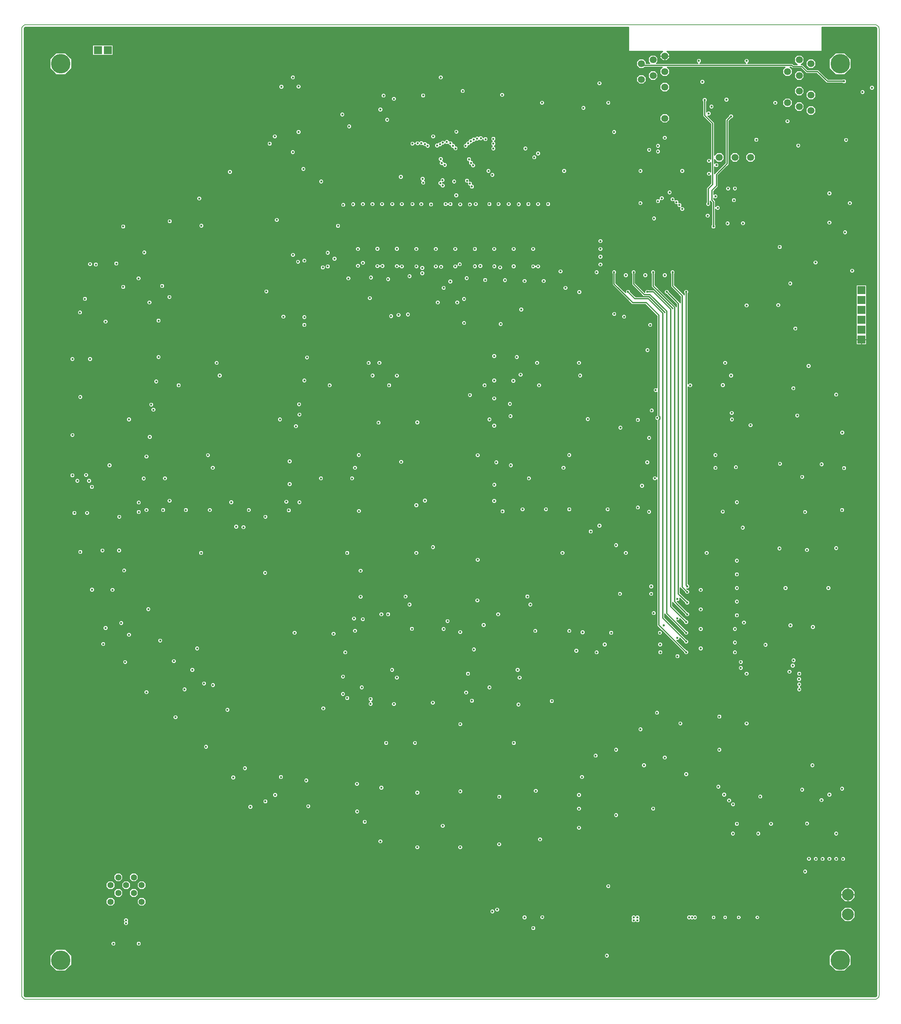
<source format=gbl>
G04 PROTEUS RS274X GERBER FILE*
%FSLAX24Y24*%
%MOIN*%
%ADD10C,0.0120*%
%ADD18C,0.0236*%
%ADD19C,0.0025*%
%ADD14C,0.0100*%
%ADD28C,0.1968*%
%ADD72R,0.0787X0.0787*%
%ADD33C,0.1200*%
%ADD34C,0.0708*%
%ADD35R,0.0800X0.0800*%
%ADD36C,0.0314*%
%ADD40C,0.0629*%
%ADD41C,0.0196*%
%ADD45C,0.0080*%
G54D10*
X+22440Y+34055D02*
X+22440Y+32677D01*
X+23425Y+31692D01*
X+23425Y+2263D01*
X+23917Y+1771D01*
X+21850Y+32086D02*
X+23031Y+30905D01*
X+23031Y+1574D01*
X+23917Y+688D01*
X+20472Y+34055D02*
X+20472Y+32677D01*
X+22637Y+30511D01*
X+22637Y+787D01*
X+23917Y-492D01*
X+19881Y+32086D02*
X+20472Y+32086D01*
X+22244Y+30314D01*
X+22244Y+295D01*
X+23818Y-1279D01*
X+18503Y+34055D02*
X+18503Y+32874D01*
X+19571Y+31806D01*
X+20161Y+31806D01*
X+21850Y+30118D01*
X+21850Y-393D01*
X+23818Y-2362D01*
X+17934Y+32085D02*
X+18622Y+31397D01*
X+19980Y+31397D01*
X+21456Y+29921D01*
X+21456Y-885D01*
X+23818Y-3248D01*
X+16535Y+34055D02*
X+16535Y+32874D01*
X+18405Y+31003D01*
X+19783Y+31003D01*
X+21062Y+29724D01*
X+21062Y+19540D01*
X+21151Y+19451D01*
X+21151Y+19238D01*
X+21062Y+19149D01*
X+21062Y-1574D01*
X+23818Y-4330D01*
X+39763Y+53346D02*
X+38069Y+53346D01*
X+37080Y+54335D01*
X+36019Y+54335D01*
X+35728Y+54625D01*
X+35510Y+54843D01*
X+34615Y+54843D01*
X+34492Y+54966D01*
X+26547Y+54966D01*
X+19442Y+54966D01*
X+19412Y+54996D01*
X+19291Y+55118D01*
X+26574Y+38681D02*
X+26574Y+41163D01*
X+26404Y+41333D01*
X+26404Y+42313D01*
X+26869Y+42778D01*
X+26869Y+43933D01*
X+27948Y+45012D01*
X+27948Y+49400D01*
X+28366Y+49818D01*
X+28346Y+49803D01*
X+26042Y+40965D02*
X+26042Y+42478D01*
X+26496Y+42932D01*
X+26496Y+49093D01*
X+25688Y+49901D01*
X+25688Y+51474D01*
X+23818Y+32086D02*
X+23818Y+2430D01*
X+23916Y+2332D01*
G54D18*
X-30019Y+20177D03*
X-32480Y+19192D03*
X-33464Y+9350D03*
X-31496Y+9842D03*
X-15255Y+19685D03*
X-17224Y+19192D03*
X-18700Y+9350D03*
X+6068Y+19532D03*
X+3937Y+19192D03*
X+18934Y+19138D03*
X+20895Y+19345D03*
X-8858Y-984D03*
X-11811Y-2460D03*
X+25981Y+39777D03*
X+27010Y+40559D03*
X+6386Y+34655D03*
X+6386Y+36421D03*
X+8361Y+34649D03*
X+8355Y+36414D03*
X+4423Y+36414D03*
X+4429Y+34655D03*
X+2466Y+34655D03*
X+2466Y+36414D03*
X+491Y+36413D03*
X+484Y+34647D03*
X-1478Y+34654D03*
X-3441Y+34654D03*
X-3447Y+36407D03*
X-5410Y+36429D03*
X-5410Y+34676D03*
X-7379Y+36423D03*
X-7379Y+34682D03*
X-9354Y+34701D03*
X-9354Y+36404D03*
X-3326Y+47086D03*
X-9834Y+40934D03*
X-2936Y+47101D03*
X-8853Y+40943D03*
X-2575Y+47008D03*
X-7880Y+40943D03*
X-2303Y+46830D03*
X-6909Y+40944D03*
X-2814Y+43503D03*
X-5885Y+40944D03*
X+1960Y+40910D03*
X+4862Y+40944D03*
X-3838Y+47047D03*
X-10836Y+40871D03*
X-1360Y+46855D03*
X-4920Y+40946D03*
X-1063Y+46979D03*
X-3838Y+40944D03*
X-787Y+47145D03*
X-2949Y+40938D03*
X+372Y+43226D03*
X+0Y+47086D03*
X-492Y+40944D03*
X+511Y+46574D03*
X+979Y+40919D03*
X-376Y+47224D03*
X-1960Y+40905D03*
X+2559Y+40944D03*
X+1534Y+46830D03*
X+1791Y+47086D03*
X+3933Y+40949D03*
X+2051Y+47289D03*
X+3070Y+47598D03*
X+7874Y+40944D03*
X+2693Y+47566D03*
X+6902Y+40922D03*
X+2356Y+47457D03*
X+5885Y+40944D03*
X-875Y+45078D03*
X-799Y+43370D03*
X+1968Y+43011D03*
X+255Y+46830D03*
X+0Y+40944D03*
X-568Y+44895D03*
X-787Y+42814D03*
X+2165Y+42716D03*
X+20964Y+41240D03*
X+21358Y+41535D03*
X+2287Y+44851D03*
X+2074Y+45110D03*
X+39468Y+36417D03*
X+42224Y+36417D03*
X+36883Y+35050D03*
X+22440Y+34055D03*
X+23917Y+1771D03*
X+21850Y+32086D03*
X+23917Y+688D03*
X+20472Y+34055D03*
X+23917Y-492D03*
X+19881Y+32086D03*
X+23818Y-1279D03*
X+18503Y+34055D03*
X+23818Y-2362D03*
X+17934Y+32085D03*
X+23818Y-3248D03*
X+16535Y+34055D03*
X+23818Y-4330D03*
X-24507Y+15585D03*
X-9255Y+15587D03*
X+11993Y+15587D03*
X+26771Y+15589D03*
X-23622Y+24901D03*
X-8267Y+24901D03*
X+12992Y+24901D03*
X+27755Y+24901D03*
X-23317Y+23622D03*
X+28346Y+23622D03*
X+13099Y+23622D03*
X-27460Y+22637D03*
X+24212Y+22637D03*
X+8956Y+22637D03*
X-12204Y+22637D03*
X-24021Y+14302D03*
X+26770Y+14304D03*
X-28847Y+13242D03*
X+20649Y+13246D03*
X-25196Y+5708D03*
X+25885Y+5708D03*
X+11318Y+5708D03*
X-10433Y+5708D03*
X-13090Y+13242D03*
X+11417Y+14302D03*
X-9086Y+3904D03*
X-9742Y-920D03*
X-9085Y+1278D03*
X+8070Y+492D03*
X+4822Y-492D03*
X-5905Y-6102D03*
X+6791Y-6102D03*
X+6988Y-6889D03*
X+3937Y-7874D03*
X-6496Y-13484D03*
X+6397Y-13484D03*
X-1782Y-9421D03*
X-5708Y-9547D03*
X-10433Y-8956D03*
X-12853Y-9990D03*
X-10858Y-8541D03*
X-10629Y-4330D03*
X-10857Y-6780D03*
X-9645Y-2165D03*
X+8562Y-2165D03*
X+12007Y-2165D03*
X-3894Y-1960D03*
X-688Y-1968D03*
X+10236Y-9251D03*
X+6878Y-9613D03*
X+2164Y-9221D03*
X+1771Y-6496D03*
X+3346Y-1574D03*
X+983Y-2282D03*
X-5413Y+23615D03*
X-7185Y+24901D03*
X-6200Y+22637D03*
X-4986Y+14901D03*
X-6299Y-492D03*
X-6988Y-492D03*
X-5413Y-6889D03*
X-9645Y+14302D03*
X-3444Y+5708D03*
X-3590Y-13484D03*
X-295Y-1181D03*
X+20535Y-365D03*
X+27510Y+9879D03*
X+20066Y+9866D03*
X+18932Y+10303D03*
X+19881Y+14862D03*
X+19349Y+12488D03*
X+20078Y+17322D03*
X+20177Y+28740D03*
X+19906Y+26189D03*
X+20729Y+22152D03*
X+20331Y+20102D03*
X+15876Y+10114D03*
X+5264Y+9910D03*
X+5071Y+28833D03*
X+4415Y+18566D03*
X+4625Y+14862D03*
X+4429Y+12598D03*
X+4414Y+10954D03*
X+4414Y+21317D03*
X+6003Y+20767D03*
X-3444Y+10531D03*
X-9251Y+9940D03*
X-15255Y+10826D03*
X-16337Y+10012D03*
X-16244Y+14954D03*
X-7268Y+18868D03*
X-3346Y+18897D03*
X-15619Y+18503D03*
X-15295Y+20718D03*
X-14763Y+28740D03*
X-14763Y+23129D03*
X-14490Y+25453D03*
X-22145Y+10826D03*
X-21653Y+8366D03*
X-20919Y+8303D03*
X-20374Y+10039D03*
X-31493Y+10801D03*
X-29493Y+29176D03*
X-29035Y+10039D03*
X-24311Y+10039D03*
X-26735Y+10039D03*
X-30708Y+10039D03*
X-30993Y+13230D03*
X-30708Y+15452D03*
X-30385Y+17421D03*
X-30233Y+20686D03*
X-29724Y+23031D03*
X-29493Y+25492D03*
X+21544Y-1602D03*
X+16240Y-2362D03*
X+21161Y-2362D03*
X+12007Y+10114D03*
X+9645Y+10114D03*
X+7283Y+10114D03*
X+15059Y+8464D03*
X+15581Y-3544D03*
X+21190Y-3544D03*
X+14173Y+7874D03*
X+14763Y-4330D03*
X+21207Y-4328D03*
X-1771Y+6299D03*
X+16732Y+6496D03*
X+17125Y+1574D03*
X+20275Y+1574D03*
X+8759Y+24901D03*
X+9413Y+33167D03*
X+7086Y+23720D03*
X+8858Y+34645D03*
X+6102Y+14566D03*
X+7480Y+33169D03*
X+17716Y+5708D03*
X+16542Y+29846D03*
X+7149Y+30290D03*
X+3444Y+22637D03*
X+5019Y+34547D03*
X+2755Y+15585D03*
X+3507Y+33273D03*
X+7925Y+13242D03*
X+5511Y+33267D03*
X-7086Y+50492D03*
X-6397Y+49458D03*
X-4921Y+34645D03*
X-5708Y+51574D03*
X-4295Y+29799D03*
X+17545Y+29568D03*
X+20288Y+2328D03*
X-6869Y+34699D03*
X-6761Y+51903D03*
X-2759Y+51915D03*
X-2851Y+34490D03*
X-1745Y+47779D03*
X+596Y+48253D03*
X-4133Y+33661D03*
X-15408Y+35117D03*
X-15354Y+48228D03*
X+3020Y+34692D03*
X+1968Y+21653D03*
X+13871Y+19230D03*
X+17175Y+18356D03*
X+1642Y+33464D03*
X+11122Y+34153D03*
X+11486Y+44300D03*
X+19192Y+44291D03*
X+688Y+31003D03*
X+33116Y+30743D03*
X+33293Y+14716D03*
X+37500Y+14665D03*
X-944Y+34601D03*
X-1279Y+31003D03*
X-30413Y+31003D03*
X-8041Y+33525D03*
X-8142Y+31451D03*
X-28393Y+31553D03*
X-8854Y+35001D03*
X-11364Y+38747D03*
X-11712Y+35433D03*
X-15924Y+46196D03*
X-18265Y+47044D03*
X-12893Y+34547D03*
X-13061Y+43224D03*
X-22279Y+44187D03*
X+13431Y+50665D03*
X+9251Y+51181D03*
X+5216Y+51968D03*
X-10925Y+50000D03*
X+1237Y+52368D03*
X-15342Y+52814D03*
X+16535Y+48228D03*
X+15944Y+51181D03*
X-28369Y+39213D03*
X-10238Y+48793D03*
X+23425Y+44291D03*
X+26771Y+41732D03*
X+29550Y+39009D03*
X+39566Y+10039D03*
X+33236Y+6166D03*
X+38976Y+6200D03*
X+28838Y+14370D03*
X+39763Y+14271D03*
X+26113Y+44004D03*
X+28424Y+19853D03*
X+39587Y+17856D03*
X+20075Y+46420D03*
X+20567Y+39499D03*
X+27995Y+38991D03*
X+27519Y+22658D03*
X+38974Y+21701D03*
X-17086Y+52795D03*
X-17544Y+39349D03*
X-17743Y+47783D03*
X-18603Y+32119D03*
X-36937Y+31373D03*
X-38196Y+13544D03*
X-28378Y+10982D03*
X-2854Y+33956D03*
X-14763Y+35236D03*
X-14862Y+44488D03*
X-12401Y+34645D03*
X-12401Y+36023D03*
X-37401Y+5807D03*
X-32972Y+3937D03*
X-18731Y+3698D03*
X-18700Y-19389D03*
X+12992Y-22047D03*
X+20476Y-20118D03*
X-21948Y-16973D03*
X-20218Y-19942D03*
X+4921Y-23720D03*
X+995Y-11588D03*
X+984Y-24015D03*
X+34332Y+32923D03*
X+33858Y+2165D03*
X+34845Y+28374D03*
X+34350Y-1612D03*
X+36614Y-1771D03*
X+16732Y-14173D03*
X+16732Y-20767D03*
X-17715Y-18737D03*
X-20767Y-16043D03*
X+36187Y+24597D03*
X+34645Y+22342D03*
X+35039Y+19586D03*
X+35236Y-6496D03*
X+35826Y+9842D03*
X+35236Y-7578D03*
X+35531Y+13385D03*
X+35213Y-7045D03*
X+34581Y-5679D03*
X+4933Y-18927D03*
X+34662Y-5144D03*
X+8623Y-18332D03*
X+9055Y-23228D03*
X+29921Y-11515D03*
X+23228Y-11515D03*
X+995Y-18376D03*
X+27165Y-14173D03*
X+14665Y-14763D03*
X-3346Y-24015D03*
X+36023Y+6003D03*
X+35236Y-8070D03*
X+23818Y-16633D03*
X+13287Y-16929D03*
X-7086Y-23425D03*
X-36215Y+1993D03*
X-3346Y-18503D03*
X-26870Y-8070D03*
X-6988Y-18011D03*
X-27952Y-5216D03*
X-9429Y-20412D03*
X-9448Y-17618D03*
X-33267Y-1377D03*
X-14370Y-19881D03*
X-14574Y-17274D03*
X-33477Y+5955D03*
X-22539Y-10137D03*
X-36712Y+9744D03*
X-37992Y+9744D03*
X-24704Y-13877D03*
X-24901Y-7480D03*
X-30936Y+36058D03*
X-33759Y+34940D03*
X-35158Y+5952D03*
X-36811Y+13582D03*
X-35826Y+34842D03*
X-33070Y+38681D03*
X-34153Y+1968D03*
X-34448Y+14566D03*
X-31514Y+33438D03*
X-10314Y+33439D03*
X-10Y+33133D03*
X-6299Y+33366D03*
X-33070Y+32578D03*
X-25382Y+41504D03*
X-25172Y+38763D03*
X+19554Y-15739D03*
X+19192Y-12106D03*
X+13353Y-2304D03*
X+13022Y+32060D03*
X+31830Y-3577D03*
X+12716Y-4168D03*
X+11614Y+32480D03*
X-688Y+32480D03*
X-37437Y+30001D03*
X-5251Y+29749D03*
X-2580Y+10992D03*
X-6003Y+29625D03*
X-16879Y+29576D03*
X-15922Y+53740D03*
X-984Y+53740D03*
X-34842Y+29074D03*
X-34842Y-1870D03*
X-27781Y-10884D03*
X-26082Y-6102D03*
X-36515Y+12992D03*
X-37696Y+12992D03*
X-38188Y+17618D03*
X+1591Y-8396D03*
X-24000Y-7636D03*
X-25590Y-3937D03*
X-35090Y-3496D03*
X+27165Y-10826D03*
X-8956Y-7874D03*
X-9940Y+13242D03*
X+2362Y-4035D03*
X+2755Y+5019D03*
X+2719Y+912D03*
X-4538Y+1301D03*
X+7771Y+1307D03*
X-787Y-21850D03*
X-8661Y-21456D03*
X-8070Y-9055D03*
X-8070Y-9547D03*
X-17125Y-16929D03*
X-14763Y+29527D03*
X+1377Y+28937D03*
X-29330Y-3149D03*
X-29133Y+32677D03*
X+1377Y+31355D03*
X+936Y+34870D03*
X-32480Y-2559D03*
X-15748Y-2362D03*
X-16580Y+10885D03*
X-16244Y+12662D03*
X-4133Y+492D03*
X-5409Y+23615D03*
X-7874Y+23622D03*
X+21653Y-14960D03*
X+33267Y+36614D03*
X+29921Y+30708D03*
X+28937Y+10826D03*
X+29527Y+8267D03*
X+30314Y+18613D03*
X+28444Y+19192D03*
X+26870Y+44881D03*
X+26110Y+45315D03*
X+8464Y+45669D03*
X+20964Y+46259D03*
X+8858Y+46062D03*
X+20968Y+46828D03*
X+3538Y+47510D03*
X+8854Y+40949D03*
X+3838Y+44291D03*
X+9864Y+40944D03*
X+4330Y+47047D03*
X+22145Y+42125D03*
X+21653Y+47637D03*
X+1673Y+43307D03*
X+1870Y+45472D03*
X+4330Y+47539D03*
X-984Y+45493D03*
X-1031Y+43059D03*
X+34055Y+49311D03*
X+39975Y+47420D03*
X+39862Y+38090D03*
X+40354Y+41043D03*
X+39763Y+53346D03*
X+42579Y+52691D03*
X+40588Y+34217D03*
X+41633Y+52263D03*
X+20866Y-10433D03*
X+27066Y-17913D03*
X+28543Y-22637D03*
X+26574Y+38681D03*
X+28346Y+49803D03*
X+23129Y+40846D03*
X+28740Y+42519D03*
X+23425Y+40452D03*
X+28641Y+41338D03*
X+29921Y+55413D03*
X+35137Y+46850D03*
X+4330Y+46555D03*
X+7578Y+46555D03*
X+30905Y+47440D03*
X+22440Y+41437D03*
X+15059Y+53149D03*
X-5019Y+43700D03*
X-2755Y+43110D03*
X+4232Y+43897D03*
X+590Y+41830D03*
X+5314Y+44980D03*
X+984Y+46751D03*
X-1574Y+47244D03*
X-4625Y+47047D03*
X+25098Y+55413D03*
X+38287Y+42027D03*
X+38287Y+39074D03*
X+19192Y+41043D03*
X+18700Y+39514D03*
X+22539Y+38877D03*
X-32874Y-5314D03*
X-38188Y+25295D03*
X-36417Y+25295D03*
X-30708Y-8366D03*
X-30524Y+26D03*
X-36231Y+12379D03*
X-15912Y+35813D03*
X-36417Y+34878D03*
X-37401Y+21456D03*
X+22933Y-4724D03*
X+6348Y+23090D03*
X+4414Y+23129D03*
X+6692Y+25492D03*
X+4414Y+25590D03*
X+15799Y-34968D03*
X+9278Y-31083D03*
X+7480Y-31102D03*
X+8366Y-32185D03*
X+15944Y-27952D03*
X+35826Y-26476D03*
X+39665Y-25196D03*
X+39566Y-18110D03*
X+35531Y-18208D03*
X+38976Y-25196D03*
X+38976Y-22637D03*
X+31102Y-22637D03*
X+37598Y-25196D03*
X+37490Y-19260D03*
X+31299Y-18897D03*
X+36220Y-25187D03*
X+36026Y-21623D03*
X+38287Y-25196D03*
X+38287Y-18700D03*
X+36909Y-25196D03*
X+36575Y-15733D03*
X+32381Y-21653D03*
X+28937Y-21653D03*
X+26042Y+40965D03*
X+25688Y+51474D03*
X+25446Y+53288D03*
X+28543Y-19685D03*
X+28149Y-19291D03*
X+26082Y+50098D03*
X+27657Y-18700D03*
X+26377Y+50787D03*
X+32825Y+51172D03*
X-31496Y-33759D03*
X-34055Y-33759D03*
X-32775Y-31692D03*
X-32775Y-31397D03*
X+18897Y-31397D03*
X+18503Y-31397D03*
X+24409Y-31102D03*
X+24704Y-31109D03*
X+18897Y-31102D03*
X+24114Y-31102D03*
X+18503Y-31102D03*
X+15157Y+35629D03*
X+19685Y+33759D03*
X+15157Y+34842D03*
X+21653Y+33759D03*
X+15157Y+36417D03*
X+17716Y+33759D03*
X+15157Y+37204D03*
X+14763Y+34055D03*
X+13188Y+37204D03*
X+13188Y+36417D03*
X+13188Y+35629D03*
X+13188Y+34842D03*
X+13188Y+33070D03*
X+13188Y+31102D03*
X+23818Y+32086D03*
X+22933Y-2869D03*
X+22933Y-894D03*
X+22933Y+1050D03*
X+29921Y-6496D03*
X+34251Y-6299D03*
X+38191Y+2165D03*
X+12992Y-20129D03*
X+12992Y-18742D03*
X+29657Y-1330D03*
X+29330Y-5905D03*
X+29330Y-5314D03*
X+23916Y+2332D03*
X+25286Y+1968D03*
X+25286Y+0D03*
X+25286Y-1968D03*
X+25286Y-3937D03*
X+28937Y+4921D03*
X+28937Y+3543D03*
X+28937Y+2165D03*
X+28937Y+787D03*
X+28937Y-590D03*
X+28740Y-1968D03*
X+28740Y-3346D03*
X+28740Y-4330D03*
X-1484Y+36400D03*
X+22834Y+41141D03*
X+28051Y+42519D03*
X+27890Y+51492D03*
X+4724Y-30314D03*
X+4232Y-30511D03*
G54D10*
X+42945Y+58800D02*
X+42960Y+58796D01*
X+43013Y+58761D01*
X+43048Y+58708D01*
X+43052Y+58693D01*
X+43057Y+58649D01*
X+43057Y-38964D01*
X+43052Y-39008D01*
X+43048Y-39023D01*
X+43013Y-39076D01*
X+42960Y-39111D01*
X+42945Y-39115D01*
X+42901Y-39120D01*
X-42901Y-39120D01*
X-42945Y-39115D01*
X-42960Y-39111D01*
X-43013Y-39076D01*
X-43048Y-39023D01*
X-43052Y-39008D01*
X-43057Y-38964D01*
X-43057Y+58649D01*
X-43052Y+58693D01*
X-43048Y+58708D01*
X-43013Y+58761D01*
X-42960Y+58796D01*
X-42945Y+58800D01*
X-42901Y+58805D01*
X+17971Y+58805D01*
X+17971Y+56357D01*
X+21408Y+56357D01*
X+21160Y+56109D01*
X+21160Y+55701D01*
X+21449Y+55412D01*
X+21857Y+55412D01*
X+22146Y+55701D01*
X+22146Y+56109D01*
X+21899Y+56357D01*
X+37540Y+56357D01*
X+37540Y+58805D01*
X+42901Y+58805D01*
X+42945Y+58800D01*
X-40493Y+54652D02*
X-40493Y+55583D01*
X-39835Y+56241D01*
X-38904Y+56241D01*
X-38247Y+55583D01*
X-38247Y+54652D01*
X-38904Y+53995D01*
X-39835Y+53995D01*
X-40493Y+54652D01*
X+38247Y+54652D02*
X+38247Y+55583D01*
X+38904Y+56241D01*
X+39835Y+56241D01*
X+40493Y+55583D01*
X+40493Y+54652D01*
X+39835Y+53995D01*
X+38904Y+53995D01*
X+38247Y+54652D01*
X-40493Y-35898D02*
X-40493Y-34967D01*
X-39835Y-34310D01*
X-38904Y-34310D01*
X-38247Y-34967D01*
X-38247Y-35898D01*
X-38904Y-36556D01*
X-39835Y-36556D01*
X-40493Y-35898D01*
X+38247Y-35898D02*
X+38247Y-34967D01*
X+38904Y-34310D01*
X+39835Y-34310D01*
X+40493Y-34967D01*
X+40493Y-35898D01*
X+39835Y-36556D01*
X+38904Y-36556D01*
X+38247Y-35898D01*
X+42067Y+31731D02*
X+42067Y+26731D01*
X+41002Y+26731D01*
X+41002Y+32796D01*
X+42067Y+32796D01*
X+42067Y+31731D01*
X+40463Y-31545D02*
X+39851Y-31545D01*
X+39418Y-31113D01*
X+39418Y-30501D01*
X+39851Y-30068D01*
X+40463Y-30068D01*
X+40896Y-30501D01*
X+40896Y-31113D01*
X+40463Y-31545D01*
X+40463Y-29545D02*
X+39851Y-29545D01*
X+39418Y-29113D01*
X+39418Y-28501D01*
X+39851Y-28068D01*
X+40463Y-28068D01*
X+40896Y-28501D01*
X+40896Y-29113D01*
X+40463Y-29545D01*
X+35729Y+55716D02*
X+35729Y+55307D01*
X+35464Y+55042D01*
X+35592Y+55042D01*
X+36101Y+54533D01*
X+37163Y+54533D01*
X+38151Y+53545D01*
X+39599Y+53545D01*
X+39657Y+53603D01*
X+39870Y+53603D01*
X+40020Y+53452D01*
X+40020Y+53240D01*
X+39870Y+53089D01*
X+39657Y+53089D01*
X+39599Y+53147D01*
X+37987Y+53147D01*
X+36998Y+54136D01*
X+35936Y+54136D01*
X+35428Y+54644D01*
X+34533Y+54644D01*
X+34410Y+54768D01*
X+34314Y+54768D01*
X+34548Y+54534D01*
X+34548Y+54126D01*
X+34259Y+53837D01*
X+33850Y+53837D01*
X+33562Y+54126D01*
X+33562Y+54534D01*
X+33795Y+54768D01*
X+21913Y+54768D01*
X+22146Y+54534D01*
X+22146Y+54126D01*
X+21857Y+53837D01*
X+21449Y+53837D01*
X+21160Y+54126D01*
X+21160Y+54534D01*
X+21393Y+54768D01*
X+19638Y+54768D01*
X+19495Y+54625D01*
X+19087Y+54625D01*
X+18798Y+54913D01*
X+18798Y+55322D01*
X+19087Y+55611D01*
X+19495Y+55611D01*
X+19784Y+55322D01*
X+19784Y+55165D01*
X+20121Y+55165D01*
X+19979Y+55307D01*
X+19979Y+55716D01*
X+20268Y+56004D01*
X+20676Y+56004D01*
X+20965Y+55716D01*
X+20965Y+55307D01*
X+20823Y+55165D01*
X+24982Y+55165D01*
X+24841Y+55306D01*
X+24841Y+55519D01*
X+24992Y+55670D01*
X+25204Y+55670D01*
X+25355Y+55519D01*
X+25355Y+55306D01*
X+25213Y+55165D01*
X+29805Y+55165D01*
X+29664Y+55306D01*
X+29664Y+55519D01*
X+29814Y+55670D01*
X+30027Y+55670D01*
X+30178Y+55519D01*
X+30178Y+55306D01*
X+30036Y+55165D01*
X+34574Y+55165D01*
X+34698Y+55042D01*
X+35008Y+55042D01*
X+34743Y+55307D01*
X+34743Y+55716D01*
X+35031Y+56004D01*
X+35440Y+56004D01*
X+35729Y+55716D01*
X+19979Y+53732D02*
X+19979Y+54141D01*
X+20268Y+54430D01*
X+20676Y+54430D01*
X+20965Y+54141D01*
X+20965Y+53732D01*
X+20676Y+53443D01*
X+20268Y+53443D01*
X+19979Y+53732D01*
X+18798Y+53339D02*
X+18798Y+53747D01*
X+19087Y+54036D01*
X+19495Y+54036D01*
X+19784Y+53747D01*
X+19784Y+53339D01*
X+19495Y+53050D01*
X+19087Y+53050D01*
X+18798Y+53339D01*
X+21160Y+52551D02*
X+21160Y+52960D01*
X+21449Y+53248D01*
X+21857Y+53248D01*
X+22146Y+52960D01*
X+22146Y+52551D01*
X+21857Y+52262D01*
X+21449Y+52262D01*
X+21160Y+52551D01*
X+21160Y+49402D02*
X+21160Y+49810D01*
X+21449Y+50099D01*
X+21857Y+50099D01*
X+22146Y+49810D01*
X+22146Y+49402D01*
X+21857Y+49113D01*
X+21449Y+49113D01*
X+21160Y+49402D01*
X+35924Y+54913D02*
X+35924Y+55322D01*
X+36213Y+55611D01*
X+36621Y+55611D01*
X+36910Y+55322D01*
X+36910Y+54913D01*
X+36621Y+54625D01*
X+36213Y+54625D01*
X+35924Y+54913D01*
X+34743Y+53732D02*
X+34743Y+54141D01*
X+35031Y+54430D01*
X+35440Y+54430D01*
X+35729Y+54141D01*
X+35729Y+53732D01*
X+35440Y+53443D01*
X+35031Y+53443D01*
X+34743Y+53732D01*
X+34743Y+52157D02*
X+34743Y+52566D01*
X+35031Y+52855D01*
X+35440Y+52855D01*
X+35729Y+52566D01*
X+35729Y+52157D01*
X+35440Y+51869D01*
X+35031Y+51869D01*
X+34743Y+52157D01*
X+35924Y+51764D02*
X+35924Y+52172D01*
X+36213Y+52461D01*
X+36621Y+52461D01*
X+36910Y+52172D01*
X+36910Y+51764D01*
X+36621Y+51475D01*
X+36213Y+51475D01*
X+35924Y+51764D01*
X+33562Y+50976D02*
X+33562Y+51385D01*
X+33850Y+51674D01*
X+34259Y+51674D01*
X+34548Y+51385D01*
X+34548Y+50976D01*
X+34259Y+50688D01*
X+33850Y+50688D01*
X+33562Y+50976D01*
X+34743Y+50583D02*
X+34743Y+50991D01*
X+35031Y+51280D01*
X+35440Y+51280D01*
X+35729Y+50991D01*
X+35729Y+50583D01*
X+35440Y+50294D01*
X+35031Y+50294D01*
X+34743Y+50583D01*
X+30110Y+46162D02*
X+30519Y+46162D01*
X+30808Y+45873D01*
X+30808Y+45465D01*
X+30519Y+45176D01*
X+30110Y+45176D01*
X+29821Y+45465D01*
X+29821Y+45873D01*
X+30110Y+46162D01*
X+28535Y+46162D02*
X+28944Y+46162D01*
X+29233Y+45873D01*
X+29233Y+45465D01*
X+28944Y+45176D01*
X+28535Y+45176D01*
X+28247Y+45465D01*
X+28247Y+45873D01*
X+28535Y+46162D01*
X+25945Y+51580D02*
X+25945Y+51367D01*
X+25887Y+51309D01*
X+25887Y+50266D01*
X+25976Y+50355D01*
X+26189Y+50355D01*
X+26339Y+50204D01*
X+26339Y+49992D01*
X+26189Y+49841D01*
X+26030Y+49841D01*
X+26695Y+49176D01*
X+26695Y+45896D01*
X+26961Y+46162D01*
X+27369Y+46162D01*
X+27658Y+45873D01*
X+27658Y+45465D01*
X+27369Y+45176D01*
X+26961Y+45176D01*
X+26695Y+45441D01*
X+26695Y+45070D01*
X+26763Y+45138D01*
X+26976Y+45138D01*
X+27126Y+44988D01*
X+27126Y+44775D01*
X+26976Y+44625D01*
X+26763Y+44625D01*
X+26695Y+44693D01*
X+26695Y+44040D01*
X+27749Y+45094D01*
X+27749Y+49482D01*
X+28089Y+49822D01*
X+28089Y+49909D01*
X+28240Y+50059D01*
X+28452Y+50059D01*
X+28603Y+49909D01*
X+28603Y+49696D01*
X+28452Y+49546D01*
X+28375Y+49546D01*
X+28147Y+49318D01*
X+28147Y+44930D01*
X+27067Y+43850D01*
X+27067Y+42695D01*
X+26603Y+42231D01*
X+26603Y+41927D01*
X+26665Y+41989D01*
X+26878Y+41989D01*
X+27028Y+41838D01*
X+27028Y+41625D01*
X+26878Y+41475D01*
X+26665Y+41475D01*
X+26603Y+41537D01*
X+26603Y+41415D01*
X+26773Y+41245D01*
X+26773Y+40685D01*
X+26903Y+40815D01*
X+27116Y+40815D01*
X+27267Y+40665D01*
X+27267Y+40452D01*
X+27116Y+40302D01*
X+26903Y+40302D01*
X+26773Y+40432D01*
X+26773Y+38845D01*
X+26831Y+38787D01*
X+26831Y+38574D01*
X+26681Y+38424D01*
X+26468Y+38424D01*
X+26317Y+38574D01*
X+26317Y+38787D01*
X+26376Y+38845D01*
X+26376Y+41080D01*
X+26241Y+41215D01*
X+26241Y+41129D01*
X+26299Y+41071D01*
X+26299Y+40858D01*
X+26148Y+40708D01*
X+25936Y+40708D01*
X+25785Y+40858D01*
X+25785Y+41071D01*
X+25843Y+41129D01*
X+25843Y+42560D01*
X+26297Y+43015D01*
X+26297Y+43825D01*
X+26219Y+43747D01*
X+26006Y+43747D01*
X+25856Y+43897D01*
X+25856Y+44110D01*
X+26006Y+44260D01*
X+26219Y+44260D01*
X+26297Y+44182D01*
X+26297Y+45139D01*
X+26216Y+45058D01*
X+26004Y+45058D01*
X+25853Y+45208D01*
X+25853Y+45421D01*
X+26004Y+45572D01*
X+26216Y+45572D01*
X+26297Y+45491D01*
X+26297Y+49011D01*
X+25490Y+49819D01*
X+25490Y+51309D01*
X+25432Y+51367D01*
X+25432Y+51580D01*
X+25582Y+51730D01*
X+25795Y+51730D01*
X+25945Y+51580D01*
X-34091Y+55957D02*
X-36168Y+55957D01*
X-36168Y+57034D01*
X-34091Y+57034D01*
X-34091Y+55957D01*
X-19813Y+7230D02*
X-19813Y+7336D01*
X-19738Y+7412D01*
X-19631Y+7412D01*
X-19556Y+7336D01*
X-19556Y+7230D01*
X-19631Y+7154D01*
X-19738Y+7154D01*
X-19813Y+7230D01*
X-11939Y+11363D02*
X-11939Y+11470D01*
X-11864Y+11546D01*
X-11757Y+11546D01*
X-11682Y+11470D01*
X-11682Y+11363D01*
X-11757Y+11288D01*
X-11864Y+11288D01*
X-11939Y+11363D01*
X+1741Y+7426D02*
X+1741Y+7533D01*
X+1816Y+7609D01*
X+1923Y+7609D01*
X+1998Y+7533D01*
X+1998Y+7426D01*
X+1923Y+7351D01*
X+1816Y+7351D01*
X+1741Y+7426D01*
X+67Y+17466D02*
X+67Y+17573D01*
X+143Y+17648D01*
X+250Y+17648D01*
X+325Y+17573D01*
X+325Y+17466D01*
X+250Y+17390D01*
X+143Y+17390D01*
X+67Y+17466D01*
X+10501Y+21009D02*
X+10501Y+21116D01*
X+10576Y+21191D01*
X+10683Y+21191D01*
X+10758Y+21116D01*
X+10758Y+21009D01*
X+10683Y+20934D01*
X+10576Y+20934D01*
X+10501Y+21009D01*
X+9910Y+12052D02*
X+9910Y+12159D01*
X+9985Y+12235D01*
X+10092Y+12235D01*
X+10168Y+12159D01*
X+10168Y+12052D01*
X+10092Y+11977D01*
X+9985Y+11977D01*
X+9910Y+12052D01*
X-10365Y+21009D02*
X-10365Y+21116D01*
X-10289Y+21191D01*
X-10182Y+21191D01*
X-10107Y+21116D01*
X-10107Y+21009D01*
X-10182Y+20934D01*
X-10289Y+20934D01*
X-10365Y+21009D01*
X-25916Y+21403D02*
X-25916Y+21510D01*
X-25840Y+21585D01*
X-25734Y+21585D01*
X-25658Y+21510D01*
X-25658Y+21403D01*
X-25734Y+21327D01*
X-25840Y+21327D01*
X-25916Y+21403D01*
X-25916Y+23568D02*
X-25916Y+23675D01*
X-25840Y+23750D01*
X-25734Y+23750D01*
X-25658Y+23675D01*
X-25658Y+23568D01*
X-25734Y+23493D01*
X-25840Y+23493D01*
X-25916Y+23568D01*
X-25325Y+35084D02*
X-25325Y+35191D01*
X-25250Y+35266D01*
X-25143Y+35266D01*
X-25067Y+35191D01*
X-25067Y+35084D01*
X-25143Y+35008D01*
X-25250Y+35008D01*
X-25325Y+35084D01*
X-21585Y+35084D02*
X-21585Y+35191D01*
X-21510Y+35266D01*
X-21403Y+35266D01*
X-21327Y+35191D01*
X-21327Y+35084D01*
X-21403Y+35008D01*
X-21510Y+35008D01*
X-21585Y+35084D01*
X-21585Y+37545D02*
X-21585Y+37651D01*
X-21510Y+37727D01*
X-21403Y+37727D01*
X-21327Y+37651D01*
X-21327Y+37545D01*
X-21403Y+37469D01*
X-21510Y+37469D01*
X-21585Y+37545D01*
X-14203Y+40989D02*
X-14203Y+41096D01*
X-14128Y+41172D01*
X-14021Y+41172D01*
X-13945Y+41096D01*
X-13945Y+40989D01*
X-14021Y+40914D01*
X-14128Y+40914D01*
X-14203Y+40989D01*
X-14302Y+45419D02*
X-14302Y+45525D01*
X-14226Y+45601D01*
X-14119Y+45601D01*
X-14044Y+45525D01*
X-14044Y+45419D01*
X-14119Y+45343D01*
X-14226Y+45343D01*
X-14302Y+45419D01*
X-16073Y+34985D02*
X-16073Y+35092D01*
X-15998Y+35168D01*
X-15891Y+35168D01*
X-15815Y+35092D01*
X-15815Y+34985D01*
X-15891Y+34910D01*
X-15998Y+34910D01*
X-16073Y+34985D01*
X-16073Y+34198D02*
X-16073Y+34305D01*
X-15998Y+34380D01*
X-15891Y+34380D01*
X-15815Y+34305D01*
X-15815Y+34198D01*
X-15891Y+34123D01*
X-15998Y+34123D01*
X-16073Y+34198D01*
X-16073Y+32033D02*
X-16073Y+32140D01*
X-15998Y+32215D01*
X-15891Y+32215D01*
X-15815Y+32140D01*
X-15815Y+32033D01*
X-15891Y+31957D01*
X-15998Y+31957D01*
X-16073Y+32033D01*
X-15384Y+32033D02*
X-15384Y+32140D01*
X-15309Y+32215D01*
X-15202Y+32215D01*
X-15127Y+32140D01*
X-15127Y+32033D01*
X-15202Y+31957D01*
X-15309Y+31957D01*
X-15384Y+32033D01*
X-424Y+30655D02*
X-424Y+30762D01*
X-348Y+30837D01*
X-241Y+30837D01*
X-166Y+30762D01*
X-166Y+30655D01*
X-241Y+30579D01*
X-348Y+30579D01*
X-424Y+30655D01*
X-424Y+30064D02*
X-424Y+30171D01*
X-348Y+30247D01*
X-241Y+30247D01*
X-166Y+30171D01*
X-166Y+30064D01*
X-241Y+29989D01*
X-348Y+29989D01*
X-424Y+30064D01*
X-424Y+28096D02*
X-424Y+28202D01*
X-348Y+28278D01*
X-241Y+28278D01*
X-166Y+28202D01*
X-166Y+28096D01*
X-241Y+28020D01*
X-348Y+28020D01*
X-424Y+28096D01*
X-424Y+26029D02*
X-424Y+26136D01*
X-348Y+26211D01*
X-241Y+26211D01*
X-166Y+26136D01*
X-166Y+26029D01*
X-241Y+25953D01*
X-348Y+25953D01*
X-424Y+26029D01*
X-34016Y-27254D02*
X-34016Y-26879D01*
X-33750Y-26613D01*
X-33375Y-26613D01*
X-33109Y-26879D01*
X-33109Y-27254D01*
X-33375Y-27520D01*
X-33750Y-27520D01*
X-34016Y-27254D01*
X-32441Y-27254D02*
X-32441Y-26879D01*
X-32176Y-26613D01*
X-31800Y-26613D01*
X-31534Y-26879D01*
X-31534Y-27254D01*
X-31800Y-27520D01*
X-32176Y-27520D01*
X-32441Y-27254D01*
X-31654Y-28042D02*
X-31654Y-27666D01*
X-31388Y-27400D01*
X-31012Y-27400D01*
X-30747Y-27666D01*
X-30747Y-28042D01*
X-31012Y-28308D01*
X-31388Y-28308D01*
X-31654Y-28042D01*
X-34804Y-28042D02*
X-34804Y-27666D01*
X-34538Y-27400D01*
X-34162Y-27400D01*
X-33896Y-27666D01*
X-33896Y-28042D01*
X-34162Y-28308D01*
X-34538Y-28308D01*
X-34804Y-28042D01*
X-33229Y-28042D02*
X-33229Y-27666D01*
X-32963Y-27400D01*
X-32587Y-27400D01*
X-32321Y-27666D01*
X-32321Y-28042D01*
X-32587Y-28308D01*
X-32963Y-28308D01*
X-33229Y-28042D01*
X-34016Y-28829D02*
X-34016Y-28453D01*
X-33750Y-28188D01*
X-33375Y-28188D01*
X-33109Y-28453D01*
X-33109Y-28829D01*
X-33375Y-29095D01*
X-33750Y-29095D01*
X-34016Y-28829D01*
X-32441Y-28829D02*
X-32441Y-28453D01*
X-32176Y-28188D01*
X-31800Y-28188D01*
X-31534Y-28453D01*
X-31534Y-28829D01*
X-31800Y-29095D01*
X-32176Y-29095D01*
X-32441Y-28829D01*
X-31654Y-29715D02*
X-31654Y-29339D01*
X-31388Y-29073D01*
X-31012Y-29073D01*
X-30747Y-29339D01*
X-30747Y-29715D01*
X-31012Y-29981D01*
X-31388Y-29981D01*
X-31654Y-29715D01*
X-34804Y-29715D02*
X-34804Y-29339D01*
X-34538Y-29073D01*
X-34162Y-29073D01*
X-33896Y-29339D01*
X-33896Y-29715D01*
X-34162Y-29981D01*
X-34538Y-29981D01*
X-34804Y-29715D01*
X+28896Y-31200D02*
X+28896Y-31004D01*
X+29035Y-30865D01*
X+29232Y-30865D01*
X+29371Y-31004D01*
X+29371Y-31200D01*
X+29232Y-31339D01*
X+29035Y-31339D01*
X+28896Y-31200D01*
X+26337Y-31210D02*
X+26337Y-31014D01*
X+26476Y-30875D01*
X+26673Y-30875D01*
X+26811Y-31014D01*
X+26811Y-31210D01*
X+26673Y-31349D01*
X+26476Y-31349D01*
X+26337Y-31210D01*
X+27518Y-31210D02*
X+27518Y-31014D01*
X+27657Y-30875D01*
X+27854Y-30875D01*
X+27993Y-31014D01*
X+27993Y-31210D01*
X+27854Y-31349D01*
X+27657Y-31349D01*
X+27518Y-31210D01*
X+30766Y-31210D02*
X+30766Y-31014D01*
X+30905Y-30875D01*
X+31102Y-30875D01*
X+31241Y-31014D01*
X+31241Y-31210D01*
X+31102Y-31349D01*
X+30905Y-31349D01*
X+30766Y-31210D01*
X-29976Y+20792D02*
X-29976Y+20580D01*
X-30122Y+20434D01*
X-29913Y+20434D01*
X-29762Y+20283D01*
X-29762Y+20070D01*
X-29913Y+19920D01*
X-30126Y+19920D01*
X-30276Y+20070D01*
X-30276Y+20283D01*
X-30130Y+20429D01*
X-30340Y+20429D01*
X-30490Y+20580D01*
X-30490Y+20792D01*
X-30340Y+20943D01*
X-30127Y+20943D01*
X-29976Y+20792D01*
X-32737Y+19086D02*
X-32737Y+19299D01*
X-32586Y+19449D01*
X-32373Y+19449D01*
X-32223Y+19299D01*
X-32223Y+19086D01*
X-32373Y+18936D01*
X-32586Y+18936D01*
X-32737Y+19086D01*
X-33721Y+9244D02*
X-33721Y+9456D01*
X-33570Y+9607D01*
X-33358Y+9607D01*
X-33207Y+9456D01*
X-33207Y+9244D01*
X-33358Y+9093D01*
X-33570Y+9093D01*
X-33721Y+9244D01*
X-31752Y+9736D02*
X-31752Y+9948D01*
X-31602Y+10099D01*
X-31389Y+10099D01*
X-31239Y+9948D01*
X-31239Y+9736D01*
X-31389Y+9585D01*
X-31602Y+9585D01*
X-31752Y+9736D01*
X-15512Y+19578D02*
X-15512Y+19791D01*
X-15362Y+19941D01*
X-15149Y+19941D01*
X-14999Y+19791D01*
X-14999Y+19578D01*
X-15149Y+19428D01*
X-15362Y+19428D01*
X-15512Y+19578D01*
X-17481Y+19086D02*
X-17481Y+19299D01*
X-17330Y+19449D01*
X-17118Y+19449D01*
X-16967Y+19299D01*
X-16967Y+19086D01*
X-17118Y+18936D01*
X-17330Y+18936D01*
X-17481Y+19086D01*
X-18957Y+9244D02*
X-18957Y+9456D01*
X-18807Y+9607D01*
X-18594Y+9607D01*
X-18443Y+9456D01*
X-18443Y+9244D01*
X-18594Y+9093D01*
X-18807Y+9093D01*
X-18957Y+9244D01*
X+5811Y+19426D02*
X+5811Y+19639D01*
X+5961Y+19789D01*
X+6174Y+19789D01*
X+6325Y+19639D01*
X+6325Y+19426D01*
X+6174Y+19276D01*
X+5961Y+19276D01*
X+5811Y+19426D01*
X+3680Y+19086D02*
X+3680Y+19299D01*
X+3830Y+19449D01*
X+4043Y+19449D01*
X+4193Y+19299D01*
X+4193Y+19086D01*
X+4043Y+18936D01*
X+3830Y+18936D01*
X+3680Y+19086D01*
X+18677Y+19031D02*
X+18677Y+19244D01*
X+18828Y+19394D01*
X+19040Y+19394D01*
X+19191Y+19244D01*
X+19191Y+19031D01*
X+19040Y+18881D01*
X+18828Y+18881D01*
X+18677Y+19031D01*
X+22697Y+34161D02*
X+22697Y+33948D01*
X+22639Y+33890D01*
X+22639Y+32759D01*
X+23620Y+31779D01*
X+23620Y+31922D01*
X+23562Y+31980D01*
X+23562Y+32193D01*
X+23712Y+32343D01*
X+23925Y+32343D01*
X+24075Y+32193D01*
X+24075Y+31980D01*
X+24017Y+31922D01*
X+24017Y+22806D01*
X+24106Y+22894D01*
X+24318Y+22894D01*
X+24469Y+22744D01*
X+24469Y+22531D01*
X+24318Y+22380D01*
X+24106Y+22380D01*
X+24017Y+22469D01*
X+24017Y+2589D01*
X+24022Y+2589D01*
X+24173Y+2438D01*
X+24173Y+2225D01*
X+24022Y+2075D01*
X+23894Y+2075D01*
X+23941Y+2028D01*
X+24023Y+2028D01*
X+24174Y+1878D01*
X+24174Y+1665D01*
X+24023Y+1514D01*
X+23810Y+1514D01*
X+23660Y+1665D01*
X+23660Y+1747D01*
X+23230Y+2177D01*
X+23230Y+1657D01*
X+23941Y+945D01*
X+24023Y+945D01*
X+24174Y+795D01*
X+24174Y+582D01*
X+24023Y+432D01*
X+23810Y+432D01*
X+23660Y+582D01*
X+23660Y+664D01*
X+23189Y+1135D01*
X+23189Y+943D01*
X+23039Y+793D01*
X+22912Y+793D01*
X+23941Y-235D01*
X+24023Y-235D01*
X+24174Y-385D01*
X+24174Y-598D01*
X+24023Y-748D01*
X+23810Y-748D01*
X+23660Y-598D01*
X+23660Y-516D01*
X+22442Y+701D01*
X+22442Y+377D01*
X+23843Y-1022D01*
X+23925Y-1022D01*
X+24075Y-1173D01*
X+24075Y-1385D01*
X+23925Y-1536D01*
X+23712Y-1536D01*
X+23562Y-1385D01*
X+23562Y-1303D01*
X+23189Y-931D01*
X+23189Y-1000D01*
X+23039Y-1150D01*
X+22888Y-1150D01*
X+23843Y-2105D01*
X+23925Y-2105D01*
X+24075Y-2255D01*
X+24075Y-2468D01*
X+23925Y-2619D01*
X+23712Y-2619D01*
X+23562Y-2468D01*
X+23562Y-2386D01*
X+21655Y-479D01*
X+21655Y-803D01*
X+23843Y-2991D01*
X+23925Y-2991D01*
X+24075Y-3141D01*
X+24075Y-3354D01*
X+23925Y-3504D01*
X+23712Y-3504D01*
X+23562Y-3354D01*
X+23562Y-3272D01*
X+23189Y-2900D01*
X+23189Y-2975D01*
X+23039Y-3126D01*
X+22895Y-3126D01*
X+23843Y-4073D01*
X+23925Y-4073D01*
X+24075Y-4224D01*
X+24075Y-4437D01*
X+23925Y-4587D01*
X+23712Y-4587D01*
X+23562Y-4437D01*
X+23562Y-4354D01*
X+20864Y-1657D01*
X+20864Y+13097D01*
X+20756Y+12989D01*
X+20543Y+12989D01*
X+20392Y+13139D01*
X+20392Y+13352D01*
X+20543Y+13502D01*
X+20756Y+13502D01*
X+20864Y+13394D01*
X+20864Y+19088D01*
X+20788Y+19088D01*
X+20638Y+19238D01*
X+20638Y+19451D01*
X+20788Y+19601D01*
X+20864Y+19601D01*
X+20864Y+21924D01*
X+20835Y+21895D01*
X+20622Y+21895D01*
X+20472Y+22046D01*
X+20472Y+22258D01*
X+20622Y+22409D01*
X+20835Y+22409D01*
X+20864Y+22380D01*
X+20864Y+29642D01*
X+19701Y+30805D01*
X+18323Y+30805D01*
X+16336Y+32791D01*
X+16336Y+33890D01*
X+16278Y+33948D01*
X+16278Y+34161D01*
X+16429Y+34311D01*
X+16641Y+34311D01*
X+16792Y+34161D01*
X+16792Y+33948D01*
X+16734Y+33890D01*
X+16734Y+32956D01*
X+17678Y+32012D01*
X+17678Y+32191D01*
X+17828Y+32342D01*
X+18041Y+32342D01*
X+18191Y+32191D01*
X+18191Y+32109D01*
X+18704Y+31596D01*
X+20062Y+31596D01*
X+21651Y+30007D01*
X+21651Y+30035D01*
X+20079Y+31607D01*
X+19489Y+31607D01*
X+18305Y+32791D01*
X+18305Y+33890D01*
X+18247Y+33948D01*
X+18247Y+34161D01*
X+18397Y+34311D01*
X+18610Y+34311D01*
X+18760Y+34161D01*
X+18760Y+33948D01*
X+18702Y+33890D01*
X+18702Y+32956D01*
X+19625Y+32033D01*
X+19625Y+32193D01*
X+19775Y+32343D01*
X+19988Y+32343D01*
X+20046Y+32285D01*
X+20554Y+32285D01*
X+22439Y+30401D01*
X+22439Y+30429D01*
X+20273Y+32594D01*
X+20273Y+33890D01*
X+20215Y+33948D01*
X+20215Y+34161D01*
X+20366Y+34311D01*
X+20578Y+34311D01*
X+20729Y+34161D01*
X+20729Y+33948D01*
X+20671Y+33890D01*
X+20671Y+32759D01*
X+22832Y+30597D01*
X+22832Y+30823D01*
X+21826Y+31829D01*
X+21744Y+31829D01*
X+21593Y+31980D01*
X+21593Y+32193D01*
X+21744Y+32343D01*
X+21956Y+32343D01*
X+22107Y+32193D01*
X+22107Y+32110D01*
X+23226Y+30991D01*
X+23226Y+31610D01*
X+22242Y+32594D01*
X+22242Y+33890D01*
X+22184Y+33948D01*
X+22184Y+34161D01*
X+22334Y+34311D01*
X+22547Y+34311D01*
X+22697Y+34161D01*
X-9115Y-1090D02*
X-9115Y-877D01*
X-8964Y-727D01*
X-8751Y-727D01*
X-8601Y-877D01*
X-8601Y-1090D01*
X-8751Y-1241D01*
X-8964Y-1241D01*
X-9115Y-1090D01*
X-12067Y-2567D02*
X-12067Y-2354D01*
X-11917Y-2203D01*
X-11704Y-2203D01*
X-11554Y-2354D01*
X-11554Y-2567D01*
X-11704Y-2717D01*
X-11917Y-2717D01*
X-12067Y-2567D01*
X+25724Y+39670D02*
X+25724Y+39883D01*
X+25875Y+40034D01*
X+26087Y+40034D01*
X+26238Y+39883D01*
X+26238Y+39670D01*
X+26087Y+39520D01*
X+25875Y+39520D01*
X+25724Y+39670D01*
X+6129Y+34549D02*
X+6129Y+34762D01*
X+6279Y+34912D01*
X+6492Y+34912D01*
X+6642Y+34762D01*
X+6642Y+34549D01*
X+6492Y+34398D01*
X+6279Y+34398D01*
X+6129Y+34549D01*
X+6129Y+36314D02*
X+6129Y+36527D01*
X+6279Y+36677D01*
X+6492Y+36677D01*
X+6642Y+36527D01*
X+6642Y+36314D01*
X+6492Y+36164D01*
X+6279Y+36164D01*
X+6129Y+36314D01*
X+8611Y+34762D02*
X+8751Y+34902D01*
X+8964Y+34902D01*
X+9115Y+34752D01*
X+9115Y+34539D01*
X+8964Y+34388D01*
X+8751Y+34388D01*
X+8607Y+34532D01*
X+8467Y+34392D01*
X+8255Y+34392D01*
X+8104Y+34543D01*
X+8104Y+34755D01*
X+8255Y+34906D01*
X+8467Y+34906D01*
X+8611Y+34762D01*
X+8098Y+36308D02*
X+8098Y+36521D01*
X+8248Y+36671D01*
X+8461Y+36671D01*
X+8612Y+36521D01*
X+8612Y+36308D01*
X+8461Y+36158D01*
X+8248Y+36158D01*
X+8098Y+36308D01*
X+4166Y+36308D02*
X+4166Y+36521D01*
X+4316Y+36671D01*
X+4529Y+36671D01*
X+4680Y+36521D01*
X+4680Y+36308D01*
X+4529Y+36158D01*
X+4316Y+36158D01*
X+4166Y+36308D01*
X+4172Y+34549D02*
X+4172Y+34762D01*
X+4322Y+34912D01*
X+4535Y+34912D01*
X+4686Y+34762D01*
X+4686Y+34549D01*
X+4535Y+34398D01*
X+4322Y+34398D01*
X+4172Y+34549D01*
X+2209Y+34549D02*
X+2209Y+34762D01*
X+2359Y+34912D01*
X+2572Y+34912D01*
X+2723Y+34762D01*
X+2723Y+34549D01*
X+2572Y+34398D01*
X+2359Y+34398D01*
X+2209Y+34549D01*
X+2209Y+36308D02*
X+2209Y+36521D01*
X+2359Y+36671D01*
X+2572Y+36671D01*
X+2723Y+36521D01*
X+2723Y+36308D01*
X+2572Y+36158D01*
X+2359Y+36158D01*
X+2209Y+36308D01*
X+234Y+36306D02*
X+234Y+36519D01*
X+384Y+36670D01*
X+597Y+36670D01*
X+747Y+36519D01*
X+747Y+36306D01*
X+597Y+36156D01*
X+384Y+36156D01*
X+234Y+36306D01*
X+1193Y+34977D02*
X+1193Y+34764D01*
X+1043Y+34613D01*
X+830Y+34613D01*
X+741Y+34702D01*
X+741Y+34541D01*
X+591Y+34391D01*
X+378Y+34391D01*
X+228Y+34541D01*
X+228Y+34754D01*
X+378Y+34904D01*
X+591Y+34904D01*
X+680Y+34816D01*
X+680Y+34977D01*
X+830Y+35127D01*
X+1043Y+35127D01*
X+1193Y+34977D01*
X-1734Y+34547D02*
X-1734Y+34760D01*
X-1584Y+34910D01*
X-1371Y+34910D01*
X-1221Y+34760D01*
X-1221Y+34547D01*
X-1371Y+34397D01*
X-1584Y+34397D01*
X-1734Y+34547D01*
X-3697Y+34547D02*
X-3697Y+34760D01*
X-3547Y+34910D01*
X-3334Y+34910D01*
X-3184Y+34760D01*
X-3184Y+34547D01*
X-3334Y+34397D01*
X-3547Y+34397D01*
X-3697Y+34547D01*
X-3704Y+36300D02*
X-3704Y+36513D01*
X-3553Y+36664D01*
X-3340Y+36664D01*
X-3190Y+36513D01*
X-3190Y+36300D01*
X-3340Y+36150D01*
X-3553Y+36150D01*
X-3704Y+36300D01*
X-5667Y+36323D02*
X-5667Y+36535D01*
X-5516Y+36686D01*
X-5303Y+36686D01*
X-5153Y+36535D01*
X-5153Y+36323D01*
X-5303Y+36172D01*
X-5516Y+36172D01*
X-5667Y+36323D01*
X-5153Y+34782D02*
X-5153Y+34776D01*
X-5027Y+34902D01*
X-4814Y+34902D01*
X-4664Y+34752D01*
X-4664Y+34539D01*
X-4814Y+34388D01*
X-5027Y+34388D01*
X-5178Y+34539D01*
X-5178Y+34545D01*
X-5303Y+34419D01*
X-5516Y+34419D01*
X-5667Y+34570D01*
X-5667Y+34782D01*
X-5516Y+34933D01*
X-5303Y+34933D01*
X-5153Y+34782D01*
X-7636Y+36316D02*
X-7636Y+36529D01*
X-7485Y+36680D01*
X-7272Y+36680D01*
X-7122Y+36529D01*
X-7122Y+36316D01*
X-7272Y+36166D01*
X-7485Y+36166D01*
X-7636Y+36316D01*
X-6612Y+34805D02*
X-6612Y+34592D01*
X-6763Y+34442D01*
X-6975Y+34442D01*
X-7122Y+34588D01*
X-7122Y+34576D01*
X-7272Y+34425D01*
X-7485Y+34425D01*
X-7636Y+34576D01*
X-7636Y+34789D01*
X-7485Y+34939D01*
X-7272Y+34939D01*
X-7126Y+34792D01*
X-7126Y+34805D01*
X-6975Y+34956D01*
X-6763Y+34956D01*
X-6612Y+34805D01*
X-9611Y+34594D02*
X-9611Y+34807D01*
X-9461Y+34957D01*
X-9248Y+34957D01*
X-9097Y+34807D01*
X-9097Y+34594D01*
X-9248Y+34444D01*
X-9461Y+34444D01*
X-9611Y+34594D01*
X-9611Y+36298D02*
X-9611Y+36511D01*
X-9461Y+36661D01*
X-9248Y+36661D01*
X-9097Y+36511D01*
X-9097Y+36298D01*
X-9248Y+36148D01*
X-9461Y+36148D01*
X-9611Y+36298D01*
X-2709Y+47237D02*
X-2681Y+47265D01*
X-2468Y+47265D01*
X-2318Y+47115D01*
X-2318Y+47087D01*
X-2196Y+47087D01*
X-2046Y+46937D01*
X-2046Y+46724D01*
X-2196Y+46573D01*
X-2409Y+46573D01*
X-2559Y+46724D01*
X-2559Y+46751D01*
X-2681Y+46751D01*
X-2802Y+46872D01*
X-2830Y+46844D01*
X-3042Y+46844D01*
X-3124Y+46925D01*
X-3220Y+46829D01*
X-3433Y+46829D01*
X-3581Y+46978D01*
X-3581Y+46940D01*
X-3732Y+46790D01*
X-3944Y+46790D01*
X-4095Y+46940D01*
X-4095Y+47153D01*
X-3944Y+47304D01*
X-3732Y+47304D01*
X-3583Y+47155D01*
X-3583Y+47193D01*
X-3433Y+47343D01*
X-3220Y+47343D01*
X-3138Y+47261D01*
X-3042Y+47358D01*
X-2830Y+47358D01*
X-2709Y+47237D01*
X-10091Y+40828D02*
X-10091Y+41040D01*
X-9940Y+41191D01*
X-9728Y+41191D01*
X-9577Y+41040D01*
X-9577Y+40828D01*
X-9728Y+40677D01*
X-9940Y+40677D01*
X-10091Y+40828D01*
X-9109Y+40837D02*
X-9109Y+41050D01*
X-8959Y+41200D01*
X-8746Y+41200D01*
X-8596Y+41050D01*
X-8596Y+40837D01*
X-8746Y+40686D01*
X-8959Y+40686D01*
X-9109Y+40837D01*
X-8137Y+40837D02*
X-8137Y+41050D01*
X-7987Y+41200D01*
X-7774Y+41200D01*
X-7624Y+41050D01*
X-7624Y+40837D01*
X-7774Y+40686D01*
X-7987Y+40686D01*
X-8137Y+40837D01*
X-7166Y+40838D02*
X-7166Y+41051D01*
X-7015Y+41201D01*
X-6803Y+41201D01*
X-6652Y+41051D01*
X-6652Y+40838D01*
X-6803Y+40688D01*
X-7015Y+40688D01*
X-7166Y+40838D01*
X-2558Y+43610D02*
X-2558Y+43397D01*
X-2619Y+43336D01*
X-2499Y+43216D01*
X-2499Y+43003D01*
X-2649Y+42853D01*
X-2862Y+42853D01*
X-3012Y+43003D01*
X-3012Y+43216D01*
X-2951Y+43277D01*
X-3071Y+43397D01*
X-3071Y+43610D01*
X-2921Y+43760D01*
X-2708Y+43760D01*
X-2558Y+43610D01*
X-6142Y+40838D02*
X-6142Y+41051D01*
X-5992Y+41201D01*
X-5779Y+41201D01*
X-5628Y+41051D01*
X-5628Y+40838D01*
X-5779Y+40688D01*
X-5992Y+40688D01*
X-6142Y+40838D01*
X+1704Y+40803D02*
X+1704Y+41016D01*
X+1854Y+41167D01*
X+2067Y+41167D01*
X+2217Y+41016D01*
X+2217Y+40803D01*
X+2067Y+40653D01*
X+1854Y+40653D01*
X+1704Y+40803D01*
X+4605Y+40838D02*
X+4605Y+41051D01*
X+4755Y+41201D01*
X+4968Y+41201D01*
X+5119Y+41051D01*
X+5119Y+40838D01*
X+4968Y+40688D01*
X+4755Y+40688D01*
X+4605Y+40838D01*
X-11093Y+40764D02*
X-11093Y+40977D01*
X-10942Y+41128D01*
X-10729Y+41128D01*
X-10579Y+40977D01*
X-10579Y+40764D01*
X-10729Y+40614D01*
X-10942Y+40614D01*
X-11093Y+40764D01*
X-120Y+47331D02*
X-120Y+47329D01*
X-106Y+47343D01*
X+106Y+47343D01*
X+256Y+47193D01*
X+256Y+47087D01*
X+362Y+47087D01*
X+512Y+46937D01*
X+512Y+46831D01*
X+618Y+46831D01*
X+768Y+46681D01*
X+768Y+46468D01*
X+618Y+46317D01*
X+405Y+46317D01*
X+254Y+46468D01*
X+254Y+46573D01*
X+149Y+46573D01*
X+0Y+46724D01*
X+0Y+46829D01*
X-106Y+46829D01*
X-256Y+46980D01*
X-256Y+46981D01*
X-270Y+46967D01*
X-483Y+46967D01*
X-542Y+47027D01*
X-681Y+46888D01*
X-806Y+46888D01*
X-806Y+46872D01*
X-957Y+46722D01*
X-1130Y+46722D01*
X-1253Y+46599D01*
X-1466Y+46599D01*
X-1616Y+46749D01*
X-1616Y+46962D01*
X-1466Y+47112D01*
X-1293Y+47112D01*
X-1169Y+47236D01*
X-1044Y+47236D01*
X-1044Y+47252D01*
X-893Y+47402D01*
X-681Y+47402D01*
X-621Y+47343D01*
X-483Y+47481D01*
X-270Y+47481D01*
X-120Y+47331D01*
X-5177Y+40840D02*
X-5177Y+41053D01*
X-5027Y+41203D01*
X-4814Y+41203D01*
X-4663Y+41053D01*
X-4663Y+40840D01*
X-4814Y+40690D01*
X-5027Y+40690D01*
X-5177Y+40840D01*
X-4095Y+40837D02*
X-4095Y+41050D01*
X-3944Y+41201D01*
X-3732Y+41201D01*
X-3581Y+41050D01*
X-3581Y+40837D01*
X-3732Y+40687D01*
X-3944Y+40687D01*
X-4095Y+40837D01*
X-3206Y+40831D02*
X-3206Y+41044D01*
X-3055Y+41195D01*
X-2843Y+41195D01*
X-2692Y+41044D01*
X-2692Y+40831D01*
X-2843Y+40681D01*
X-3055Y+40681D01*
X-3206Y+40831D01*
X+115Y+43120D02*
X+115Y+43332D01*
X+266Y+43483D01*
X+478Y+43483D01*
X+629Y+43332D01*
X+629Y+43120D01*
X+478Y+42969D01*
X+266Y+42969D01*
X+115Y+43120D01*
X+256Y+41051D02*
X+256Y+40838D01*
X+106Y+40688D01*
X-106Y+40688D01*
X-246Y+40827D01*
X-385Y+40688D01*
X-598Y+40688D01*
X-748Y+40838D01*
X-748Y+41051D01*
X-598Y+41201D01*
X-385Y+41201D01*
X-246Y+41062D01*
X-106Y+41201D01*
X+106Y+41201D01*
X+256Y+41051D01*
X+722Y+40813D02*
X+722Y+41025D01*
X+873Y+41176D01*
X+1085Y+41176D01*
X+1236Y+41025D01*
X+1236Y+40813D01*
X+1085Y+40662D01*
X+873Y+40662D01*
X+722Y+40813D01*
X-2217Y+40798D02*
X-2217Y+41011D01*
X-2066Y+41162D01*
X-1853Y+41162D01*
X-1703Y+41011D01*
X-1703Y+40798D01*
X-1853Y+40648D01*
X-2066Y+40648D01*
X-2217Y+40798D01*
X+2302Y+40838D02*
X+2302Y+41051D01*
X+2452Y+41201D01*
X+2665Y+41201D01*
X+2815Y+41051D01*
X+2815Y+40838D01*
X+2665Y+40688D01*
X+2452Y+40688D01*
X+2302Y+40838D01*
X+3327Y+47704D02*
X+3327Y+47663D01*
X+3432Y+47767D01*
X+3644Y+47767D01*
X+3795Y+47617D01*
X+3795Y+47404D01*
X+3644Y+47253D01*
X+3432Y+47253D01*
X+3281Y+47404D01*
X+3281Y+47446D01*
X+3177Y+47341D01*
X+2964Y+47341D01*
X+2897Y+47408D01*
X+2799Y+47310D01*
X+2586Y+47310D01*
X+2579Y+47317D01*
X+2462Y+47201D01*
X+2308Y+47201D01*
X+2308Y+47183D01*
X+2158Y+47032D01*
X+2048Y+47032D01*
X+2048Y+46980D01*
X+1897Y+46829D01*
X+1791Y+46829D01*
X+1791Y+46724D01*
X+1641Y+46573D01*
X+1428Y+46573D01*
X+1277Y+46724D01*
X+1277Y+46937D01*
X+1428Y+47087D01*
X+1534Y+47087D01*
X+1534Y+47193D01*
X+1684Y+47343D01*
X+1794Y+47343D01*
X+1794Y+47396D01*
X+1945Y+47546D01*
X+2099Y+47546D01*
X+2099Y+47564D01*
X+2250Y+47714D01*
X+2462Y+47714D01*
X+2470Y+47707D01*
X+2586Y+47823D01*
X+2799Y+47823D01*
X+2866Y+47757D01*
X+2964Y+47855D01*
X+3177Y+47855D01*
X+3327Y+47704D01*
X+3677Y+40842D02*
X+3677Y+41055D01*
X+3827Y+41205D01*
X+4040Y+41205D01*
X+4190Y+41055D01*
X+4190Y+40842D01*
X+4040Y+40692D01*
X+3827Y+40692D01*
X+3677Y+40842D01*
X+7617Y+40838D02*
X+7617Y+41051D01*
X+7767Y+41201D01*
X+7980Y+41201D01*
X+8130Y+41051D01*
X+8130Y+40838D01*
X+7980Y+40688D01*
X+7767Y+40688D01*
X+7617Y+40838D01*
X+6645Y+40816D02*
X+6645Y+41028D01*
X+6795Y+41179D01*
X+7008Y+41179D01*
X+7158Y+41028D01*
X+7158Y+40816D01*
X+7008Y+40665D01*
X+6795Y+40665D01*
X+6645Y+40816D01*
X+5628Y+40838D02*
X+5628Y+41051D01*
X+5779Y+41201D01*
X+5992Y+41201D01*
X+6142Y+41051D01*
X+6142Y+40838D01*
X+5992Y+40688D01*
X+5779Y+40688D01*
X+5628Y+40838D01*
X-727Y+45599D02*
X-727Y+45386D01*
X-778Y+45335D01*
X-768Y+45335D01*
X-618Y+45185D01*
X-618Y+45152D01*
X-462Y+45152D01*
X-312Y+45002D01*
X-312Y+44789D01*
X-462Y+44638D01*
X-675Y+44638D01*
X-825Y+44789D01*
X-825Y+44821D01*
X-981Y+44821D01*
X-1132Y+44972D01*
X-1132Y+45185D01*
X-1081Y+45236D01*
X-1090Y+45236D01*
X-1241Y+45386D01*
X-1241Y+45599D01*
X-1090Y+45749D01*
X-877Y+45749D01*
X-727Y+45599D01*
X-543Y+43476D02*
X-543Y+43264D01*
X-693Y+43113D01*
X-774Y+43113D01*
X-774Y+43071D01*
X-681Y+43071D01*
X-530Y+42921D01*
X-530Y+42708D01*
X-681Y+42558D01*
X-893Y+42558D01*
X-1044Y+42708D01*
X-1044Y+42802D01*
X-1138Y+42802D01*
X-1288Y+42953D01*
X-1288Y+43166D01*
X-1138Y+43316D01*
X-1056Y+43316D01*
X-1056Y+43476D01*
X-906Y+43627D01*
X-693Y+43627D01*
X-543Y+43476D01*
X+1930Y+43413D02*
X+1930Y+43268D01*
X+2074Y+43268D01*
X+2225Y+43118D01*
X+2225Y+42973D01*
X+2271Y+42973D01*
X+2422Y+42822D01*
X+2422Y+42610D01*
X+2271Y+42459D01*
X+2058Y+42459D01*
X+1908Y+42610D01*
X+1908Y+42754D01*
X+1862Y+42754D01*
X+1711Y+42905D01*
X+1711Y+43050D01*
X+1566Y+43050D01*
X+1416Y+43200D01*
X+1416Y+43413D01*
X+1566Y+43563D01*
X+1779Y+43563D01*
X+1930Y+43413D01*
X+21615Y+41641D02*
X+21615Y+41429D01*
X+21464Y+41278D01*
X+21251Y+41278D01*
X+21221Y+41309D01*
X+21221Y+41133D01*
X+21070Y+40983D01*
X+20858Y+40983D01*
X+20707Y+41133D01*
X+20707Y+41346D01*
X+20858Y+41497D01*
X+21070Y+41497D01*
X+21101Y+41466D01*
X+21101Y+41641D01*
X+21251Y+41792D01*
X+21464Y+41792D01*
X+21615Y+41641D01*
X+2126Y+45578D02*
X+2126Y+45367D01*
X+2181Y+45367D01*
X+2331Y+45217D01*
X+2331Y+45108D01*
X+2393Y+45108D01*
X+2544Y+44957D01*
X+2544Y+44745D01*
X+2393Y+44594D01*
X+2181Y+44594D01*
X+2030Y+44745D01*
X+2030Y+44853D01*
X+1968Y+44853D01*
X+1817Y+45004D01*
X+1817Y+45215D01*
X+1763Y+45215D01*
X+1613Y+45366D01*
X+1613Y+45578D01*
X+1763Y+45729D01*
X+1976Y+45729D01*
X+2126Y+45578D01*
X+39339Y+36363D02*
X+39339Y+36470D01*
X+39415Y+36546D01*
X+39521Y+36546D01*
X+39597Y+36470D01*
X+39597Y+36363D01*
X+39521Y+36288D01*
X+39415Y+36288D01*
X+39339Y+36363D01*
X+42095Y+36363D02*
X+42095Y+36470D01*
X+42171Y+36546D01*
X+42277Y+36546D01*
X+42353Y+36470D01*
X+42353Y+36363D01*
X+42277Y+36288D01*
X+42171Y+36288D01*
X+42095Y+36363D01*
X+36626Y+34944D02*
X+36626Y+35157D01*
X+36777Y+35307D01*
X+36989Y+35307D01*
X+37140Y+35157D01*
X+37140Y+34944D01*
X+36989Y+34794D01*
X+36777Y+34794D01*
X+36626Y+34944D01*
X-24763Y+15479D02*
X-24763Y+15692D01*
X-24613Y+15842D01*
X-24400Y+15842D01*
X-24250Y+15692D01*
X-24250Y+15479D01*
X-24400Y+15329D01*
X-24613Y+15329D01*
X-24763Y+15479D01*
X-9512Y+15480D02*
X-9512Y+15693D01*
X-9361Y+15844D01*
X-9149Y+15844D01*
X-8998Y+15693D01*
X-8998Y+15480D01*
X-9149Y+15330D01*
X-9361Y+15330D01*
X-9512Y+15480D01*
X+11736Y+15481D02*
X+11736Y+15693D01*
X+11886Y+15844D01*
X+12099Y+15844D01*
X+12249Y+15693D01*
X+12249Y+15481D01*
X+12099Y+15330D01*
X+11886Y+15330D01*
X+11736Y+15481D01*
X+26514Y+15482D02*
X+26514Y+15695D01*
X+26665Y+15846D01*
X+26878Y+15846D01*
X+27028Y+15695D01*
X+27028Y+15482D01*
X+26878Y+15332D01*
X+26665Y+15332D01*
X+26514Y+15482D01*
X-23878Y+24795D02*
X-23878Y+25007D01*
X-23728Y+25158D01*
X-23515Y+25158D01*
X-23365Y+25007D01*
X-23365Y+24795D01*
X-23515Y+24644D01*
X-23728Y+24644D01*
X-23878Y+24795D01*
X-8524Y+24795D02*
X-8524Y+25007D01*
X-8374Y+25158D01*
X-8161Y+25158D01*
X-8010Y+25007D01*
X-8010Y+24795D01*
X-8161Y+24644D01*
X-8374Y+24644D01*
X-8524Y+24795D01*
X+12735Y+24795D02*
X+12735Y+25007D01*
X+12885Y+25158D01*
X+13098Y+25158D01*
X+13248Y+25007D01*
X+13248Y+24795D01*
X+13098Y+24644D01*
X+12885Y+24644D01*
X+12735Y+24795D01*
X+27499Y+24795D02*
X+27499Y+25007D01*
X+27649Y+25158D01*
X+27862Y+25158D01*
X+28012Y+25007D01*
X+28012Y+24795D01*
X+27862Y+24644D01*
X+27649Y+24644D01*
X+27499Y+24795D01*
X-23574Y+23515D02*
X-23574Y+23728D01*
X-23424Y+23878D01*
X-23211Y+23878D01*
X-23060Y+23728D01*
X-23060Y+23515D01*
X-23211Y+23365D01*
X-23424Y+23365D01*
X-23574Y+23515D01*
X+28089Y+23515D02*
X+28089Y+23728D01*
X+28240Y+23878D01*
X+28452Y+23878D01*
X+28603Y+23728D01*
X+28603Y+23515D01*
X+28452Y+23365D01*
X+28240Y+23365D01*
X+28089Y+23515D01*
X+12842Y+23515D02*
X+12842Y+23728D01*
X+12993Y+23878D01*
X+13205Y+23878D01*
X+13356Y+23728D01*
X+13356Y+23515D01*
X+13205Y+23365D01*
X+12993Y+23365D01*
X+12842Y+23515D01*
X-27717Y+22531D02*
X-27717Y+22744D01*
X-27567Y+22894D01*
X-27354Y+22894D01*
X-27203Y+22744D01*
X-27203Y+22531D01*
X-27354Y+22380D01*
X-27567Y+22380D01*
X-27717Y+22531D01*
X+8699Y+22531D02*
X+8699Y+22744D01*
X+8850Y+22894D01*
X+9063Y+22894D01*
X+9213Y+22744D01*
X+9213Y+22531D01*
X+9063Y+22380D01*
X+8850Y+22380D01*
X+8699Y+22531D01*
X-12461Y+22531D02*
X-12461Y+22744D01*
X-12311Y+22894D01*
X-12098Y+22894D01*
X-11947Y+22744D01*
X-11947Y+22531D01*
X-12098Y+22380D01*
X-12311Y+22380D01*
X-12461Y+22531D01*
X-24278Y+14195D02*
X-24278Y+14408D01*
X-24128Y+14558D01*
X-23915Y+14558D01*
X-23764Y+14408D01*
X-23764Y+14195D01*
X-23915Y+14045D01*
X-24128Y+14045D01*
X-24278Y+14195D01*
X+26513Y+14198D02*
X+26513Y+14410D01*
X+26663Y+14561D01*
X+26876Y+14561D01*
X+27026Y+14410D01*
X+27026Y+14198D01*
X+26876Y+14047D01*
X+26663Y+14047D01*
X+26513Y+14198D01*
X-29104Y+13136D02*
X-29104Y+13349D01*
X-28953Y+13499D01*
X-28741Y+13499D01*
X-28590Y+13349D01*
X-28590Y+13136D01*
X-28741Y+12985D01*
X-28953Y+12985D01*
X-29104Y+13136D01*
X-25453Y+5602D02*
X-25453Y+5815D01*
X-25303Y+5965D01*
X-25090Y+5965D01*
X-24940Y+5815D01*
X-24940Y+5602D01*
X-25090Y+5451D01*
X-25303Y+5451D01*
X-25453Y+5602D01*
X+25628Y+5602D02*
X+25628Y+5815D01*
X+25779Y+5965D01*
X+25992Y+5965D01*
X+26142Y+5815D01*
X+26142Y+5602D01*
X+25992Y+5451D01*
X+25779Y+5451D01*
X+25628Y+5602D01*
X+11062Y+5602D02*
X+11062Y+5815D01*
X+11212Y+5965D01*
X+11425Y+5965D01*
X+11575Y+5815D01*
X+11575Y+5602D01*
X+11425Y+5451D01*
X+11212Y+5451D01*
X+11062Y+5602D01*
X-10689Y+5602D02*
X-10689Y+5815D01*
X-10539Y+5965D01*
X-10326Y+5965D01*
X-10176Y+5815D01*
X-10176Y+5602D01*
X-10326Y+5451D01*
X-10539Y+5451D01*
X-10689Y+5602D01*
X-13347Y+13136D02*
X-13347Y+13349D01*
X-13196Y+13499D01*
X-12984Y+13499D01*
X-12833Y+13349D01*
X-12833Y+13136D01*
X-12984Y+12985D01*
X-13196Y+12985D01*
X-13347Y+13136D01*
X+11160Y+14195D02*
X+11160Y+14408D01*
X+11310Y+14558D01*
X+11523Y+14558D01*
X+11674Y+14408D01*
X+11674Y+14195D01*
X+11523Y+14045D01*
X+11310Y+14045D01*
X+11160Y+14195D01*
X-9343Y+3797D02*
X-9343Y+4010D01*
X-9193Y+4161D01*
X-8980Y+4161D01*
X-8830Y+4010D01*
X-8830Y+3797D01*
X-8980Y+3647D01*
X-9193Y+3647D01*
X-9343Y+3797D01*
X-9998Y-1026D02*
X-9998Y-813D01*
X-9848Y-663D01*
X-9635Y-663D01*
X-9485Y-813D01*
X-9485Y-1026D01*
X-9635Y-1177D01*
X-9848Y-1177D01*
X-9998Y-1026D01*
X-9342Y+1171D02*
X-9342Y+1384D01*
X-9191Y+1535D01*
X-8979Y+1535D01*
X-8828Y+1384D01*
X-8828Y+1171D01*
X-8979Y+1021D01*
X-9191Y+1021D01*
X-9342Y+1171D01*
X+7814Y+385D02*
X+7814Y+598D01*
X+7964Y+748D01*
X+8177Y+748D01*
X+8327Y+598D01*
X+8327Y+385D01*
X+8177Y+235D01*
X+7964Y+235D01*
X+7814Y+385D01*
X+4565Y-598D02*
X+4565Y-385D01*
X+4716Y-235D01*
X+4929Y-235D01*
X+5079Y-385D01*
X+5079Y-598D01*
X+4929Y-748D01*
X+4716Y-748D01*
X+4565Y-598D01*
X-6162Y-6208D02*
X-6162Y-5995D01*
X-6011Y-5845D01*
X-5799Y-5845D01*
X-5648Y-5995D01*
X-5648Y-6208D01*
X-5799Y-6359D01*
X-6011Y-6359D01*
X-6162Y-6208D01*
X+6534Y-6208D02*
X+6534Y-5995D01*
X+6684Y-5845D01*
X+6897Y-5845D01*
X+7048Y-5995D01*
X+7048Y-6208D01*
X+6897Y-6359D01*
X+6684Y-6359D01*
X+6534Y-6208D01*
X+6731Y-6996D02*
X+6731Y-6783D01*
X+6881Y-6632D01*
X+7094Y-6632D01*
X+7245Y-6783D01*
X+7245Y-6996D01*
X+7094Y-7146D01*
X+6881Y-7146D01*
X+6731Y-6996D01*
X+3680Y-7980D02*
X+3680Y-7767D01*
X+3830Y-7617D01*
X+4043Y-7617D01*
X+4193Y-7767D01*
X+4193Y-7980D01*
X+4043Y-8130D01*
X+3830Y-8130D01*
X+3680Y-7980D01*
X-6752Y-13590D02*
X-6752Y-13377D01*
X-6602Y-13227D01*
X-6389Y-13227D01*
X-6239Y-13377D01*
X-6239Y-13590D01*
X-6389Y-13741D01*
X-6602Y-13741D01*
X-6752Y-13590D01*
X+6140Y-13590D02*
X+6140Y-13377D01*
X+6291Y-13227D01*
X+6504Y-13227D01*
X+6654Y-13377D01*
X+6654Y-13590D01*
X+6504Y-13741D01*
X+6291Y-13741D01*
X+6140Y-13590D01*
X-2039Y-9528D02*
X-2039Y-9315D01*
X-1888Y-9165D01*
X-1675Y-9165D01*
X-1525Y-9315D01*
X-1525Y-9528D01*
X-1675Y-9678D01*
X-1888Y-9678D01*
X-2039Y-9528D01*
X-5965Y-9653D02*
X-5965Y-9440D01*
X-5815Y-9290D01*
X-5602Y-9290D01*
X-5451Y-9440D01*
X-5451Y-9653D01*
X-5602Y-9804D01*
X-5815Y-9804D01*
X-5965Y-9653D01*
X-10689Y-9063D02*
X-10689Y-8850D01*
X-10539Y-8699D01*
X-10326Y-8699D01*
X-10176Y-8850D01*
X-10176Y-9063D01*
X-10326Y-9213D01*
X-10539Y-9213D01*
X-10689Y-9063D01*
X-13109Y-10097D02*
X-13109Y-9884D01*
X-12959Y-9733D01*
X-12746Y-9733D01*
X-12596Y-9884D01*
X-12596Y-10097D01*
X-12746Y-10247D01*
X-12959Y-10247D01*
X-13109Y-10097D01*
X-11115Y-8647D02*
X-11115Y-8434D01*
X-10965Y-8284D01*
X-10752Y-8284D01*
X-10601Y-8434D01*
X-10601Y-8647D01*
X-10752Y-8798D01*
X-10965Y-8798D01*
X-11115Y-8647D01*
X-10886Y-4437D02*
X-10886Y-4224D01*
X-10736Y-4073D01*
X-10523Y-4073D01*
X-10373Y-4224D01*
X-10373Y-4437D01*
X-10523Y-4587D01*
X-10736Y-4587D01*
X-10886Y-4437D01*
X-11114Y-6886D02*
X-11114Y-6673D01*
X-10963Y-6523D01*
X-10751Y-6523D01*
X-10600Y-6673D01*
X-10600Y-6886D01*
X-10751Y-7037D01*
X-10963Y-7037D01*
X-11114Y-6886D01*
X-9902Y-2271D02*
X-9902Y-2058D01*
X-9752Y-1908D01*
X-9539Y-1908D01*
X-9388Y-2058D01*
X-9388Y-2271D01*
X-9539Y-2422D01*
X-9752Y-2422D01*
X-9902Y-2271D01*
X+8306Y-2271D02*
X+8306Y-2058D01*
X+8456Y-1908D01*
X+8669Y-1908D01*
X+8819Y-2058D01*
X+8819Y-2271D01*
X+8669Y-2422D01*
X+8456Y-2422D01*
X+8306Y-2271D01*
X+11751Y-2271D02*
X+11751Y-2058D01*
X+11901Y-1908D01*
X+12114Y-1908D01*
X+12264Y-2058D01*
X+12264Y-2271D01*
X+12114Y-2422D01*
X+11901Y-2422D01*
X+11751Y-2271D01*
X-4151Y-2066D02*
X-4151Y-1854D01*
X-4000Y-1703D01*
X-3788Y-1703D01*
X-3637Y-1854D01*
X-3637Y-2066D01*
X-3788Y-2217D01*
X-4000Y-2217D01*
X-4151Y-2066D01*
X-945Y-2074D02*
X-945Y-1862D01*
X-795Y-1711D01*
X-582Y-1711D01*
X-432Y-1862D01*
X-432Y-2074D01*
X-582Y-2225D01*
X-795Y-2225D01*
X-945Y-2074D01*
X+9979Y-9358D02*
X+9979Y-9145D01*
X+10129Y-8995D01*
X+10342Y-8995D01*
X+10493Y-9145D01*
X+10493Y-9358D01*
X+10342Y-9508D01*
X+10129Y-9508D01*
X+9979Y-9358D01*
X+6621Y-9719D02*
X+6621Y-9506D01*
X+6772Y-9356D01*
X+6984Y-9356D01*
X+7135Y-9506D01*
X+7135Y-9719D01*
X+6984Y-9870D01*
X+6772Y-9870D01*
X+6621Y-9719D01*
X+1907Y-9328D02*
X+1907Y-9115D01*
X+2057Y-8964D01*
X+2270Y-8964D01*
X+2420Y-9115D01*
X+2420Y-9328D01*
X+2270Y-9478D01*
X+2057Y-9478D01*
X+1907Y-9328D01*
X+1514Y-6602D02*
X+1514Y-6389D01*
X+1665Y-6239D01*
X+1878Y-6239D01*
X+2028Y-6389D01*
X+2028Y-6602D01*
X+1878Y-6752D01*
X+1665Y-6752D01*
X+1514Y-6602D01*
X+3089Y-1681D02*
X+3089Y-1468D01*
X+3240Y-1317D01*
X+3452Y-1317D01*
X+3603Y-1468D01*
X+3603Y-1681D01*
X+3452Y-1831D01*
X+3240Y-1831D01*
X+3089Y-1681D01*
X+727Y-2388D02*
X+727Y-2175D01*
X+877Y-2025D01*
X+1090Y-2025D01*
X+1240Y-2175D01*
X+1240Y-2388D01*
X+1090Y-2539D01*
X+877Y-2539D01*
X+727Y-2388D01*
X-5306Y+23871D02*
X-5303Y+23871D01*
X-5153Y+23721D01*
X-5153Y+23508D01*
X-5303Y+23358D01*
X-5516Y+23358D01*
X-5516Y+23358D01*
X-5519Y+23358D01*
X-5670Y+23508D01*
X-5670Y+23721D01*
X-5519Y+23871D01*
X-5306Y+23871D01*
X-5306Y+23871D01*
X-7441Y+24795D02*
X-7441Y+25007D01*
X-7291Y+25158D01*
X-7078Y+25158D01*
X-6928Y+25007D01*
X-6928Y+24795D01*
X-7078Y+24644D01*
X-7291Y+24644D01*
X-7441Y+24795D01*
X-6457Y+22531D02*
X-6457Y+22744D01*
X-6307Y+22894D01*
X-6094Y+22894D01*
X-5943Y+22744D01*
X-5943Y+22531D01*
X-6094Y+22380D01*
X-6307Y+22380D01*
X-6457Y+22531D01*
X-5243Y+14795D02*
X-5243Y+15007D01*
X-5092Y+15158D01*
X-4879Y+15158D01*
X-4729Y+15007D01*
X-4729Y+14795D01*
X-4879Y+14644D01*
X-5092Y+14644D01*
X-5243Y+14795D01*
X-6556Y-598D02*
X-6556Y-385D01*
X-6405Y-235D01*
X-6192Y-235D01*
X-6042Y-385D01*
X-6042Y-598D01*
X-6192Y-748D01*
X-6405Y-748D01*
X-6556Y-598D01*
X-7245Y-598D02*
X-7245Y-385D01*
X-7094Y-235D01*
X-6881Y-235D01*
X-6731Y-385D01*
X-6731Y-598D01*
X-6881Y-748D01*
X-7094Y-748D01*
X-7245Y-598D01*
X-5670Y-6996D02*
X-5670Y-6783D01*
X-5519Y-6632D01*
X-5306Y-6632D01*
X-5156Y-6783D01*
X-5156Y-6996D01*
X-5306Y-7146D01*
X-5519Y-7146D01*
X-5670Y-6996D01*
X-9902Y+14195D02*
X-9902Y+14408D01*
X-9752Y+14558D01*
X-9539Y+14558D01*
X-9388Y+14408D01*
X-9388Y+14195D01*
X-9539Y+14045D01*
X-9752Y+14045D01*
X-9902Y+14195D01*
X-3701Y+5602D02*
X-3701Y+5815D01*
X-3551Y+5965D01*
X-3338Y+5965D01*
X-3188Y+5815D01*
X-3188Y+5602D01*
X-3338Y+5451D01*
X-3551Y+5451D01*
X-3701Y+5602D01*
X-3846Y-13590D02*
X-3846Y-13377D01*
X-3696Y-13227D01*
X-3483Y-13227D01*
X-3333Y-13377D01*
X-3333Y-13590D01*
X-3483Y-13741D01*
X-3696Y-13741D01*
X-3846Y-13590D01*
X-552Y-1287D02*
X-552Y-1074D01*
X-401Y-924D01*
X-188Y-924D01*
X-38Y-1074D01*
X-38Y-1287D01*
X-188Y-1437D01*
X-401Y-1437D01*
X-552Y-1287D01*
X+20278Y-472D02*
X+20278Y-259D01*
X+20428Y-108D01*
X+20641Y-108D01*
X+20791Y-259D01*
X+20791Y-472D01*
X+20641Y-622D01*
X+20428Y-622D01*
X+20278Y-472D01*
X+27254Y+9772D02*
X+27254Y+9985D01*
X+27404Y+10136D01*
X+27617Y+10136D01*
X+27767Y+9985D01*
X+27767Y+9772D01*
X+27617Y+9622D01*
X+27404Y+9622D01*
X+27254Y+9772D01*
X+19810Y+9760D02*
X+19810Y+9973D01*
X+19960Y+10123D01*
X+20173Y+10123D01*
X+20323Y+9973D01*
X+20323Y+9760D01*
X+20173Y+9610D01*
X+19960Y+9610D01*
X+19810Y+9760D01*
X+18675Y+10196D02*
X+18675Y+10409D01*
X+18825Y+10560D01*
X+19038Y+10560D01*
X+19189Y+10409D01*
X+19189Y+10196D01*
X+19038Y+10046D01*
X+18825Y+10046D01*
X+18675Y+10196D01*
X+19625Y+14755D02*
X+19625Y+14968D01*
X+19775Y+15119D01*
X+19988Y+15119D01*
X+20138Y+14968D01*
X+20138Y+14755D01*
X+19988Y+14605D01*
X+19775Y+14605D01*
X+19625Y+14755D01*
X+19092Y+12382D02*
X+19092Y+12595D01*
X+19243Y+12745D01*
X+19456Y+12745D01*
X+19606Y+12595D01*
X+19606Y+12382D01*
X+19456Y+12231D01*
X+19243Y+12231D01*
X+19092Y+12382D01*
X+19821Y+17216D02*
X+19821Y+17429D01*
X+19972Y+17579D01*
X+20185Y+17579D01*
X+20335Y+17429D01*
X+20335Y+17216D01*
X+20185Y+17065D01*
X+19972Y+17065D01*
X+19821Y+17216D01*
X+19920Y+28633D02*
X+19920Y+28846D01*
X+20070Y+28997D01*
X+20283Y+28997D01*
X+20434Y+28846D01*
X+20434Y+28633D01*
X+20283Y+28483D01*
X+20070Y+28483D01*
X+19920Y+28633D01*
X+19649Y+26083D02*
X+19649Y+26295D01*
X+19800Y+26446D01*
X+20013Y+26446D01*
X+20163Y+26295D01*
X+20163Y+26083D01*
X+20013Y+25932D01*
X+19800Y+25932D01*
X+19649Y+26083D01*
X+20074Y+19995D02*
X+20074Y+20208D01*
X+20225Y+20358D01*
X+20438Y+20358D01*
X+20588Y+20208D01*
X+20588Y+19995D01*
X+20438Y+19845D01*
X+20225Y+19845D01*
X+20074Y+19995D01*
X+15619Y+10008D02*
X+15619Y+10221D01*
X+15770Y+10371D01*
X+15983Y+10371D01*
X+16133Y+10221D01*
X+16133Y+10008D01*
X+15983Y+9857D01*
X+15770Y+9857D01*
X+15619Y+10008D01*
X+5007Y+9804D02*
X+5007Y+10017D01*
X+5158Y+10167D01*
X+5370Y+10167D01*
X+5521Y+10017D01*
X+5521Y+9804D01*
X+5370Y+9653D01*
X+5158Y+9653D01*
X+5007Y+9804D01*
X+4814Y+28727D02*
X+4814Y+28940D01*
X+4965Y+29090D01*
X+5178Y+29090D01*
X+5328Y+28940D01*
X+5328Y+28727D01*
X+5178Y+28576D01*
X+4965Y+28576D01*
X+4814Y+28727D01*
X+4158Y+18459D02*
X+4158Y+18672D01*
X+4308Y+18822D01*
X+4521Y+18822D01*
X+4671Y+18672D01*
X+4671Y+18459D01*
X+4521Y+18309D01*
X+4308Y+18309D01*
X+4158Y+18459D01*
X+4369Y+14755D02*
X+4369Y+14968D01*
X+4519Y+15119D01*
X+4732Y+15119D01*
X+4882Y+14968D01*
X+4882Y+14755D01*
X+4732Y+14605D01*
X+4519Y+14605D01*
X+4369Y+14755D01*
X+4172Y+12492D02*
X+4172Y+12704D01*
X+4322Y+12855D01*
X+4535Y+12855D01*
X+4685Y+12704D01*
X+4685Y+12492D01*
X+4535Y+12341D01*
X+4322Y+12341D01*
X+4172Y+12492D01*
X+4157Y+10848D02*
X+4157Y+11060D01*
X+4307Y+11211D01*
X+4520Y+11211D01*
X+4671Y+11060D01*
X+4671Y+10848D01*
X+4520Y+10697D01*
X+4307Y+10697D01*
X+4157Y+10848D01*
X+4157Y+21211D02*
X+4157Y+21424D01*
X+4307Y+21574D01*
X+4520Y+21574D01*
X+4671Y+21424D01*
X+4671Y+21211D01*
X+4520Y+21060D01*
X+4307Y+21060D01*
X+4157Y+21211D01*
X+5747Y+20661D02*
X+5747Y+20874D01*
X+5897Y+21024D01*
X+6110Y+21024D01*
X+6260Y+20874D01*
X+6260Y+20661D01*
X+6110Y+20510D01*
X+5897Y+20510D01*
X+5747Y+20661D01*
X-3701Y+10425D02*
X-3701Y+10637D01*
X-3551Y+10788D01*
X-3338Y+10788D01*
X-3188Y+10637D01*
X-3188Y+10425D01*
X-3338Y+10274D01*
X-3551Y+10274D01*
X-3701Y+10425D01*
X-9508Y+9834D02*
X-9508Y+10047D01*
X-9358Y+10197D01*
X-9145Y+10197D01*
X-8995Y+10047D01*
X-8995Y+9834D01*
X-9145Y+9684D01*
X-9358Y+9684D01*
X-9508Y+9834D01*
X-15512Y+10720D02*
X-15512Y+10933D01*
X-15362Y+11083D01*
X-15149Y+11083D01*
X-14999Y+10933D01*
X-14999Y+10720D01*
X-15149Y+10569D01*
X-15362Y+10569D01*
X-15512Y+10720D01*
X-16593Y+9906D02*
X-16593Y+10118D01*
X-16443Y+10269D01*
X-16230Y+10269D01*
X-16080Y+10118D01*
X-16080Y+9906D01*
X-16230Y+9755D01*
X-16443Y+9755D01*
X-16593Y+9906D01*
X-16501Y+14848D02*
X-16501Y+15060D01*
X-16350Y+15211D01*
X-16138Y+15211D01*
X-15987Y+15060D01*
X-15987Y+14848D01*
X-16138Y+14697D01*
X-16350Y+14697D01*
X-16501Y+14848D01*
X-7524Y+18762D02*
X-7524Y+18974D01*
X-7374Y+19125D01*
X-7161Y+19125D01*
X-7011Y+18974D01*
X-7011Y+18762D01*
X-7161Y+18611D01*
X-7374Y+18611D01*
X-7524Y+18762D01*
X-3603Y+18791D02*
X-3603Y+19004D01*
X-3452Y+19154D01*
X-3240Y+19154D01*
X-3089Y+19004D01*
X-3089Y+18791D01*
X-3240Y+18640D01*
X-3452Y+18640D01*
X-3603Y+18791D01*
X-15876Y+18397D02*
X-15876Y+18610D01*
X-15725Y+18760D01*
X-15513Y+18760D01*
X-15362Y+18610D01*
X-15362Y+18397D01*
X-15513Y+18247D01*
X-15725Y+18247D01*
X-15876Y+18397D01*
X-15552Y+20612D02*
X-15552Y+20824D01*
X-15401Y+20975D01*
X-15189Y+20975D01*
X-15038Y+20824D01*
X-15038Y+20612D01*
X-15189Y+20461D01*
X-15401Y+20461D01*
X-15552Y+20612D01*
X-15020Y+28633D02*
X-15020Y+28846D01*
X-14870Y+28997D01*
X-14657Y+28997D01*
X-14506Y+28846D01*
X-14506Y+28633D01*
X-14657Y+28483D01*
X-14870Y+28483D01*
X-15020Y+28633D01*
X-15020Y+23023D02*
X-15020Y+23236D01*
X-14870Y+23386D01*
X-14657Y+23386D01*
X-14506Y+23236D01*
X-14506Y+23023D01*
X-14657Y+22873D01*
X-14870Y+22873D01*
X-15020Y+23023D01*
X-14747Y+25347D02*
X-14747Y+25560D01*
X-14596Y+25710D01*
X-14384Y+25710D01*
X-14233Y+25560D01*
X-14233Y+25347D01*
X-14384Y+25196D01*
X-14596Y+25196D01*
X-14747Y+25347D01*
X-22402Y+10720D02*
X-22402Y+10933D01*
X-22252Y+11083D01*
X-22039Y+11083D01*
X-21888Y+10933D01*
X-21888Y+10720D01*
X-22039Y+10569D01*
X-22252Y+10569D01*
X-22402Y+10720D01*
X-21910Y+8259D02*
X-21910Y+8472D01*
X-21759Y+8622D01*
X-21547Y+8622D01*
X-21396Y+8472D01*
X-21396Y+8259D01*
X-21547Y+8109D01*
X-21759Y+8109D01*
X-21910Y+8259D01*
X-21176Y+8197D02*
X-21176Y+8410D01*
X-21026Y+8560D01*
X-20813Y+8560D01*
X-20662Y+8410D01*
X-20662Y+8197D01*
X-20813Y+8047D01*
X-21026Y+8047D01*
X-21176Y+8197D01*
X-20630Y+9932D02*
X-20630Y+10145D01*
X-20480Y+10296D01*
X-20267Y+10296D01*
X-20117Y+10145D01*
X-20117Y+9932D01*
X-20267Y+9782D01*
X-20480Y+9782D01*
X-20630Y+9932D01*
X-31749Y+10695D02*
X-31749Y+10908D01*
X-31599Y+11058D01*
X-31386Y+11058D01*
X-31236Y+10908D01*
X-31236Y+10695D01*
X-31386Y+10545D01*
X-31599Y+10545D01*
X-31749Y+10695D01*
X-29749Y+29070D02*
X-29749Y+29283D01*
X-29599Y+29433D01*
X-29386Y+29433D01*
X-29236Y+29283D01*
X-29236Y+29070D01*
X-29386Y+28920D01*
X-29599Y+28920D01*
X-29749Y+29070D01*
X-29292Y+9932D02*
X-29292Y+10145D01*
X-29141Y+10296D01*
X-28929Y+10296D01*
X-28778Y+10145D01*
X-28778Y+9932D01*
X-28929Y+9782D01*
X-29141Y+9782D01*
X-29292Y+9932D01*
X-24567Y+9932D02*
X-24567Y+10145D01*
X-24417Y+10296D01*
X-24204Y+10296D01*
X-24054Y+10145D01*
X-24054Y+9932D01*
X-24204Y+9782D01*
X-24417Y+9782D01*
X-24567Y+9932D01*
X-26992Y+9932D02*
X-26992Y+10145D01*
X-26841Y+10296D01*
X-26629Y+10296D01*
X-26478Y+10145D01*
X-26478Y+9932D01*
X-26629Y+9782D01*
X-26841Y+9782D01*
X-26992Y+9932D01*
X-30965Y+9932D02*
X-30965Y+10145D01*
X-30815Y+10296D01*
X-30602Y+10296D01*
X-30451Y+10145D01*
X-30451Y+9932D01*
X-30602Y+9782D01*
X-30815Y+9782D01*
X-30965Y+9932D01*
X-31249Y+13124D02*
X-31249Y+13336D01*
X-31099Y+13487D01*
X-30886Y+13487D01*
X-30736Y+13336D01*
X-30736Y+13124D01*
X-30886Y+12973D01*
X-31099Y+12973D01*
X-31249Y+13124D01*
X-30965Y+15346D02*
X-30965Y+15559D01*
X-30815Y+15709D01*
X-30602Y+15709D01*
X-30451Y+15559D01*
X-30451Y+15346D01*
X-30602Y+15195D01*
X-30815Y+15195D01*
X-30965Y+15346D01*
X-30642Y+17314D02*
X-30642Y+17527D01*
X-30492Y+17678D01*
X-30279Y+17678D01*
X-30129Y+17527D01*
X-30129Y+17314D01*
X-30279Y+17164D01*
X-30492Y+17164D01*
X-30642Y+17314D01*
X-29981Y+22925D02*
X-29981Y+23137D01*
X-29830Y+23288D01*
X-29618Y+23288D01*
X-29467Y+23137D01*
X-29467Y+22925D01*
X-29618Y+22774D01*
X-29830Y+22774D01*
X-29981Y+22925D01*
X-29749Y+25385D02*
X-29749Y+25598D01*
X-29599Y+25748D01*
X-29386Y+25748D01*
X-29236Y+25598D01*
X-29236Y+25385D01*
X-29386Y+25235D01*
X-29599Y+25235D01*
X-29749Y+25385D01*
X+15983Y-2468D02*
X+15983Y-2255D01*
X+16133Y-2105D01*
X+16346Y-2105D01*
X+16497Y-2255D01*
X+16497Y-2468D01*
X+16346Y-2619D01*
X+16133Y-2619D01*
X+15983Y-2468D01*
X+20904Y-2468D02*
X+20904Y-2255D01*
X+21055Y-2105D01*
X+21267Y-2105D01*
X+21418Y-2255D01*
X+21418Y-2468D01*
X+21267Y-2619D01*
X+21055Y-2619D01*
X+20904Y-2468D01*
X+11751Y+10008D02*
X+11751Y+10221D01*
X+11901Y+10371D01*
X+12114Y+10371D01*
X+12264Y+10221D01*
X+12264Y+10008D01*
X+12114Y+9857D01*
X+11901Y+9857D01*
X+11751Y+10008D01*
X+9388Y+10008D02*
X+9388Y+10221D01*
X+9539Y+10371D01*
X+9752Y+10371D01*
X+9902Y+10221D01*
X+9902Y+10008D01*
X+9752Y+9857D01*
X+9539Y+9857D01*
X+9388Y+10008D01*
X+7026Y+10008D02*
X+7026Y+10221D01*
X+7177Y+10371D01*
X+7389Y+10371D01*
X+7540Y+10221D01*
X+7540Y+10008D01*
X+7389Y+9857D01*
X+7177Y+9857D01*
X+7026Y+10008D01*
X+14802Y+8358D02*
X+14802Y+8570D01*
X+14952Y+8721D01*
X+15165Y+8721D01*
X+15315Y+8570D01*
X+15315Y+8358D01*
X+15165Y+8207D01*
X+14952Y+8207D01*
X+14802Y+8358D01*
X+15324Y-3651D02*
X+15324Y-3438D01*
X+15475Y-3287D01*
X+15687Y-3287D01*
X+15838Y-3438D01*
X+15838Y-3651D01*
X+15687Y-3801D01*
X+15475Y-3801D01*
X+15324Y-3651D01*
X+20933Y-3651D02*
X+20933Y-3438D01*
X+21083Y-3287D01*
X+21296Y-3287D01*
X+21446Y-3438D01*
X+21446Y-3651D01*
X+21296Y-3801D01*
X+21083Y-3801D01*
X+20933Y-3651D01*
X+13916Y+7767D02*
X+13916Y+7980D01*
X+14066Y+8130D01*
X+14279Y+8130D01*
X+14430Y+7980D01*
X+14430Y+7767D01*
X+14279Y+7617D01*
X+14066Y+7617D01*
X+13916Y+7767D01*
X+14506Y-4437D02*
X+14506Y-4224D01*
X+14657Y-4073D01*
X+14870Y-4073D01*
X+15020Y-4224D01*
X+15020Y-4437D01*
X+14870Y-4587D01*
X+14657Y-4587D01*
X+14506Y-4437D01*
X+20950Y-4434D02*
X+20950Y-4221D01*
X+21101Y-4071D01*
X+21314Y-4071D01*
X+21464Y-4221D01*
X+21464Y-4434D01*
X+21314Y-4584D01*
X+21101Y-4584D01*
X+20950Y-4434D01*
X-2028Y+6192D02*
X-2028Y+6405D01*
X-1878Y+6556D01*
X-1665Y+6556D01*
X-1514Y+6405D01*
X-1514Y+6192D01*
X-1665Y+6042D01*
X-1878Y+6042D01*
X-2028Y+6192D01*
X+16475Y+6389D02*
X+16475Y+6602D01*
X+16625Y+6752D01*
X+16838Y+6752D01*
X+16989Y+6602D01*
X+16989Y+6389D01*
X+16838Y+6239D01*
X+16625Y+6239D01*
X+16475Y+6389D01*
X+16869Y+1468D02*
X+16869Y+1681D01*
X+17019Y+1831D01*
X+17232Y+1831D01*
X+17382Y+1681D01*
X+17382Y+1468D01*
X+17232Y+1317D01*
X+17019Y+1317D01*
X+16869Y+1468D01*
X+20018Y+1468D02*
X+20018Y+1681D01*
X+20169Y+1831D01*
X+20381Y+1831D01*
X+20532Y+1681D01*
X+20532Y+1468D01*
X+20381Y+1317D01*
X+20169Y+1317D01*
X+20018Y+1468D01*
X+8502Y+24795D02*
X+8502Y+25007D01*
X+8653Y+25158D01*
X+8866Y+25158D01*
X+9016Y+25007D01*
X+9016Y+24795D01*
X+8866Y+24644D01*
X+8653Y+24644D01*
X+8502Y+24795D01*
X+9156Y+33061D02*
X+9156Y+33274D01*
X+9307Y+33424D01*
X+9520Y+33424D01*
X+9670Y+33274D01*
X+9670Y+33061D01*
X+9520Y+32911D01*
X+9307Y+32911D01*
X+9156Y+33061D01*
X+6829Y+23614D02*
X+6829Y+23826D01*
X+6980Y+23977D01*
X+7193Y+23977D01*
X+7343Y+23826D01*
X+7343Y+23614D01*
X+7193Y+23463D01*
X+6980Y+23463D01*
X+6829Y+23614D01*
X+5845Y+14460D02*
X+5845Y+14673D01*
X+5995Y+14823D01*
X+6208Y+14823D01*
X+6359Y+14673D01*
X+6359Y+14460D01*
X+6208Y+14310D01*
X+5995Y+14310D01*
X+5845Y+14460D01*
X+7223Y+33062D02*
X+7223Y+33275D01*
X+7373Y+33426D01*
X+7586Y+33426D01*
X+7737Y+33275D01*
X+7737Y+33062D01*
X+7586Y+32912D01*
X+7373Y+32912D01*
X+7223Y+33062D01*
X+17459Y+5602D02*
X+17459Y+5815D01*
X+17610Y+5965D01*
X+17822Y+5965D01*
X+17973Y+5815D01*
X+17973Y+5602D01*
X+17822Y+5451D01*
X+17610Y+5451D01*
X+17459Y+5602D01*
X+16286Y+29739D02*
X+16286Y+29952D01*
X+16436Y+30103D01*
X+16649Y+30103D01*
X+16799Y+29952D01*
X+16799Y+29739D01*
X+16649Y+29589D01*
X+16436Y+29589D01*
X+16286Y+29739D01*
X+6892Y+30184D02*
X+6892Y+30397D01*
X+7042Y+30547D01*
X+7255Y+30547D01*
X+7405Y+30397D01*
X+7405Y+30184D01*
X+7255Y+30033D01*
X+7042Y+30033D01*
X+6892Y+30184D01*
X+3188Y+22531D02*
X+3188Y+22744D01*
X+3338Y+22894D01*
X+3551Y+22894D01*
X+3701Y+22744D01*
X+3701Y+22531D01*
X+3551Y+22380D01*
X+3338Y+22380D01*
X+3188Y+22531D01*
X+4762Y+34440D02*
X+4762Y+34653D01*
X+4913Y+34804D01*
X+5126Y+34804D01*
X+5276Y+34653D01*
X+5276Y+34440D01*
X+5126Y+34290D01*
X+4913Y+34290D01*
X+4762Y+34440D01*
X+2499Y+15479D02*
X+2499Y+15692D01*
X+2649Y+15842D01*
X+2862Y+15842D01*
X+3012Y+15692D01*
X+3012Y+15479D01*
X+2862Y+15329D01*
X+2649Y+15329D01*
X+2499Y+15479D01*
X+3250Y+33166D02*
X+3250Y+33379D01*
X+3400Y+33529D01*
X+3613Y+33529D01*
X+3764Y+33379D01*
X+3764Y+33166D01*
X+3613Y+33016D01*
X+3400Y+33016D01*
X+3250Y+33166D01*
X+7669Y+13136D02*
X+7669Y+13349D01*
X+7819Y+13499D01*
X+8032Y+13499D01*
X+8182Y+13349D01*
X+8182Y+13136D01*
X+8032Y+12985D01*
X+7819Y+12985D01*
X+7669Y+13136D01*
X+5254Y+33161D02*
X+5254Y+33374D01*
X+5405Y+33524D01*
X+5618Y+33524D01*
X+5768Y+33374D01*
X+5768Y+33161D01*
X+5618Y+33010D01*
X+5405Y+33010D01*
X+5254Y+33161D01*
X-7343Y+50385D02*
X-7343Y+50598D01*
X-7193Y+50748D01*
X-6980Y+50748D01*
X-6829Y+50598D01*
X-6829Y+50385D01*
X-6980Y+50235D01*
X-7193Y+50235D01*
X-7343Y+50385D01*
X-6654Y+49352D02*
X-6654Y+49564D01*
X-6504Y+49715D01*
X-6291Y+49715D01*
X-6140Y+49564D01*
X-6140Y+49352D01*
X-6291Y+49201D01*
X-6504Y+49201D01*
X-6654Y+49352D01*
X-5965Y+51468D02*
X-5965Y+51681D01*
X-5815Y+51831D01*
X-5602Y+51831D01*
X-5451Y+51681D01*
X-5451Y+51468D01*
X-5602Y+51317D01*
X-5815Y+51317D01*
X-5965Y+51468D01*
X-4552Y+29692D02*
X-4552Y+29905D01*
X-4402Y+30055D01*
X-4189Y+30055D01*
X-4039Y+29905D01*
X-4039Y+29692D01*
X-4189Y+29542D01*
X-4402Y+29542D01*
X-4552Y+29692D01*
X+17288Y+29462D02*
X+17288Y+29675D01*
X+17439Y+29825D01*
X+17651Y+29825D01*
X+17802Y+29675D01*
X+17802Y+29462D01*
X+17651Y+29312D01*
X+17439Y+29312D01*
X+17288Y+29462D01*
X+20031Y+2221D02*
X+20031Y+2434D01*
X+20181Y+2585D01*
X+20394Y+2585D01*
X+20545Y+2434D01*
X+20545Y+2221D01*
X+20394Y+2071D01*
X+20181Y+2071D01*
X+20031Y+2221D01*
X-7018Y+51797D02*
X-7018Y+52009D01*
X-6868Y+52160D01*
X-6655Y+52160D01*
X-6505Y+52009D01*
X-6505Y+51797D01*
X-6655Y+51646D01*
X-6868Y+51646D01*
X-7018Y+51797D01*
X-3016Y+51809D02*
X-3016Y+52021D01*
X-2865Y+52172D01*
X-2653Y+52172D01*
X-2502Y+52021D01*
X-2502Y+51809D01*
X-2653Y+51658D01*
X-2865Y+51658D01*
X-3016Y+51809D01*
X-3108Y+34383D02*
X-3108Y+34596D01*
X-2957Y+34746D01*
X-2744Y+34746D01*
X-2594Y+34596D01*
X-2594Y+34383D01*
X-2744Y+34233D01*
X-2957Y+34233D01*
X-3108Y+34383D01*
X-2002Y+47673D02*
X-2002Y+47885D01*
X-1852Y+48036D01*
X-1639Y+48036D01*
X-1489Y+47885D01*
X-1489Y+47673D01*
X-1639Y+47522D01*
X-1852Y+47522D01*
X-2002Y+47673D01*
X+339Y+48146D02*
X+339Y+48359D01*
X+489Y+48510D01*
X+702Y+48510D01*
X+852Y+48359D01*
X+852Y+48146D01*
X+702Y+47996D01*
X+489Y+47996D01*
X+339Y+48146D01*
X-4390Y+33555D02*
X-4390Y+33767D01*
X-4240Y+33918D01*
X-4027Y+33918D01*
X-3877Y+33767D01*
X-3877Y+33555D01*
X-4027Y+33404D01*
X-4240Y+33404D01*
X-4390Y+33555D01*
X-15664Y+35011D02*
X-15664Y+35224D01*
X-15514Y+35374D01*
X-15301Y+35374D01*
X-15151Y+35224D01*
X-15151Y+35011D01*
X-15301Y+34860D01*
X-15514Y+34860D01*
X-15664Y+35011D01*
X-15611Y+48121D02*
X-15611Y+48334D01*
X-15460Y+48485D01*
X-15247Y+48485D01*
X-15097Y+48334D01*
X-15097Y+48121D01*
X-15247Y+47971D01*
X-15460Y+47971D01*
X-15611Y+48121D01*
X+2763Y+34586D02*
X+2763Y+34798D01*
X+2914Y+34949D01*
X+3127Y+34949D01*
X+3277Y+34798D01*
X+3277Y+34586D01*
X+3127Y+34435D01*
X+2914Y+34435D01*
X+2763Y+34586D01*
X+1711Y+21547D02*
X+1711Y+21759D01*
X+1862Y+21910D01*
X+2074Y+21910D01*
X+2225Y+21759D01*
X+2225Y+21547D01*
X+2074Y+21396D01*
X+1862Y+21396D01*
X+1711Y+21547D01*
X+13614Y+19123D02*
X+13614Y+19336D01*
X+13765Y+19487D01*
X+13978Y+19487D01*
X+14128Y+19336D01*
X+14128Y+19123D01*
X+13978Y+18973D01*
X+13765Y+18973D01*
X+13614Y+19123D01*
X+16918Y+18249D02*
X+16918Y+18462D01*
X+17068Y+18613D01*
X+17281Y+18613D01*
X+17432Y+18462D01*
X+17432Y+18249D01*
X+17281Y+18099D01*
X+17068Y+18099D01*
X+16918Y+18249D01*
X+1386Y+33357D02*
X+1386Y+33570D01*
X+1536Y+33721D01*
X+1749Y+33721D01*
X+1899Y+33570D01*
X+1899Y+33357D01*
X+1749Y+33207D01*
X+1536Y+33207D01*
X+1386Y+33357D01*
X+10865Y+34047D02*
X+10865Y+34259D01*
X+11015Y+34410D01*
X+11228Y+34410D01*
X+11378Y+34259D01*
X+11378Y+34047D01*
X+11228Y+33896D01*
X+11015Y+33896D01*
X+10865Y+34047D01*
X+11229Y+44193D02*
X+11229Y+44406D01*
X+11379Y+44557D01*
X+11592Y+44557D01*
X+11742Y+44406D01*
X+11742Y+44193D01*
X+11592Y+44043D01*
X+11379Y+44043D01*
X+11229Y+44193D01*
X+18936Y+44184D02*
X+18936Y+44397D01*
X+19086Y+44548D01*
X+19299Y+44548D01*
X+19449Y+44397D01*
X+19449Y+44184D01*
X+19299Y+44034D01*
X+19086Y+44034D01*
X+18936Y+44184D01*
X+432Y+30897D02*
X+432Y+31110D01*
X+582Y+31260D01*
X+795Y+31260D01*
X+945Y+31110D01*
X+945Y+30897D01*
X+795Y+30747D01*
X+582Y+30747D01*
X+432Y+30897D01*
X+32859Y+30637D02*
X+32859Y+30850D01*
X+33010Y+31000D01*
X+33223Y+31000D01*
X+33373Y+30850D01*
X+33373Y+30637D01*
X+33223Y+30486D01*
X+33010Y+30486D01*
X+32859Y+30637D01*
X+33036Y+14609D02*
X+33036Y+14822D01*
X+33186Y+14972D01*
X+33399Y+14972D01*
X+33549Y+14822D01*
X+33549Y+14609D01*
X+33399Y+14459D01*
X+33186Y+14459D01*
X+33036Y+14609D01*
X+37243Y+14558D02*
X+37243Y+14771D01*
X+37393Y+14922D01*
X+37606Y+14922D01*
X+37756Y+14771D01*
X+37756Y+14558D01*
X+37606Y+14408D01*
X+37393Y+14408D01*
X+37243Y+14558D01*
X-1201Y+34494D02*
X-1201Y+34707D01*
X-1051Y+34858D01*
X-838Y+34858D01*
X-687Y+34707D01*
X-687Y+34494D01*
X-838Y+34344D01*
X-1051Y+34344D01*
X-1201Y+34494D01*
X-1536Y+30897D02*
X-1536Y+31110D01*
X-1385Y+31260D01*
X-1173Y+31260D01*
X-1022Y+31110D01*
X-1022Y+30897D01*
X-1173Y+30747D01*
X-1385Y+30747D01*
X-1536Y+30897D01*
X-30670Y+30897D02*
X-30670Y+31110D01*
X-30519Y+31260D01*
X-30306Y+31260D01*
X-30156Y+31110D01*
X-30156Y+30897D01*
X-30306Y+30747D01*
X-30519Y+30747D01*
X-30670Y+30897D01*
X-8297Y+33418D02*
X-8297Y+33631D01*
X-8147Y+33781D01*
X-7934Y+33781D01*
X-7784Y+33631D01*
X-7784Y+33418D01*
X-7934Y+33268D01*
X-8147Y+33268D01*
X-8297Y+33418D01*
X-8399Y+31345D02*
X-8399Y+31557D01*
X-8249Y+31708D01*
X-8036Y+31708D01*
X-7885Y+31557D01*
X-7885Y+31345D01*
X-8036Y+31194D01*
X-8249Y+31194D01*
X-8399Y+31345D01*
X-28650Y+31446D02*
X-28650Y+31659D01*
X-28499Y+31810D01*
X-28286Y+31810D01*
X-28136Y+31659D01*
X-28136Y+31446D01*
X-28286Y+31296D01*
X-28499Y+31296D01*
X-28650Y+31446D01*
X-9111Y+34895D02*
X-9111Y+35108D01*
X-8960Y+35258D01*
X-8747Y+35258D01*
X-8597Y+35108D01*
X-8597Y+34895D01*
X-8747Y+34745D01*
X-8960Y+34745D01*
X-9111Y+34895D01*
X-11621Y+38640D02*
X-11621Y+38853D01*
X-11470Y+39003D01*
X-11257Y+39003D01*
X-11107Y+38853D01*
X-11107Y+38640D01*
X-11257Y+38490D01*
X-11470Y+38490D01*
X-11621Y+38640D01*
X-11969Y+35326D02*
X-11969Y+35539D01*
X-11818Y+35689D01*
X-11606Y+35689D01*
X-11455Y+35539D01*
X-11455Y+35326D01*
X-11606Y+35176D01*
X-11818Y+35176D01*
X-11969Y+35326D01*
X-16180Y+46089D02*
X-16180Y+46302D01*
X-16030Y+46453D01*
X-15817Y+46453D01*
X-15667Y+46302D01*
X-15667Y+46089D01*
X-15817Y+45939D01*
X-16030Y+45939D01*
X-16180Y+46089D01*
X-18522Y+46938D02*
X-18522Y+47150D01*
X-18372Y+47301D01*
X-18159Y+47301D01*
X-18008Y+47150D01*
X-18008Y+46938D01*
X-18159Y+46787D01*
X-18372Y+46787D01*
X-18522Y+46938D01*
X-12144Y+34752D02*
X-12144Y+34539D01*
X-12295Y+34388D01*
X-12507Y+34388D01*
X-12636Y+34517D01*
X-12636Y+34440D01*
X-12787Y+34290D01*
X-13000Y+34290D01*
X-13150Y+34440D01*
X-13150Y+34653D01*
X-13000Y+34804D01*
X-12787Y+34804D01*
X-12658Y+34675D01*
X-12658Y+34752D01*
X-12507Y+34902D01*
X-12295Y+34902D01*
X-12144Y+34752D01*
X-13318Y+43118D02*
X-13318Y+43331D01*
X-13168Y+43481D01*
X-12955Y+43481D01*
X-12805Y+43331D01*
X-12805Y+43118D01*
X-12955Y+42968D01*
X-13168Y+42968D01*
X-13318Y+43118D01*
X-22536Y+44081D02*
X-22536Y+44293D01*
X-22386Y+44444D01*
X-22173Y+44444D01*
X-22022Y+44293D01*
X-22022Y+44081D01*
X-22173Y+43930D01*
X-22386Y+43930D01*
X-22536Y+44081D01*
X+13174Y+50558D02*
X+13174Y+50771D01*
X+13325Y+50921D01*
X+13537Y+50921D01*
X+13688Y+50771D01*
X+13688Y+50558D01*
X+13537Y+50408D01*
X+13325Y+50408D01*
X+13174Y+50558D01*
X+8995Y+51074D02*
X+8995Y+51287D01*
X+9145Y+51437D01*
X+9358Y+51437D01*
X+9508Y+51287D01*
X+9508Y+51074D01*
X+9358Y+50924D01*
X+9145Y+50924D01*
X+8995Y+51074D01*
X+4959Y+51862D02*
X+4959Y+52074D01*
X+5110Y+52225D01*
X+5322Y+52225D01*
X+5473Y+52074D01*
X+5473Y+51862D01*
X+5322Y+51711D01*
X+5110Y+51711D01*
X+4959Y+51862D01*
X-11182Y+49893D02*
X-11182Y+50106D01*
X-11031Y+50256D01*
X-10818Y+50256D01*
X-10668Y+50106D01*
X-10668Y+49893D01*
X-10818Y+49743D01*
X-11031Y+49743D01*
X-11182Y+49893D01*
X+981Y+52261D02*
X+981Y+52474D01*
X+1131Y+52625D01*
X+1344Y+52625D01*
X+1494Y+52474D01*
X+1494Y+52261D01*
X+1344Y+52111D01*
X+1131Y+52111D01*
X+981Y+52261D01*
X-15598Y+52707D02*
X-15598Y+52920D01*
X-15448Y+53071D01*
X-15235Y+53071D01*
X-15085Y+52920D01*
X-15085Y+52707D01*
X-15235Y+52557D01*
X-15448Y+52557D01*
X-15598Y+52707D01*
X+16278Y+48121D02*
X+16278Y+48334D01*
X+16429Y+48485D01*
X+16641Y+48485D01*
X+16792Y+48334D01*
X+16792Y+48121D01*
X+16641Y+47971D01*
X+16429Y+47971D01*
X+16278Y+48121D01*
X+15688Y+51074D02*
X+15688Y+51287D01*
X+15838Y+51437D01*
X+16051Y+51437D01*
X+16201Y+51287D01*
X+16201Y+51074D01*
X+16051Y+50924D01*
X+15838Y+50924D01*
X+15688Y+51074D01*
X-28626Y+39107D02*
X-28626Y+39320D01*
X-28476Y+39470D01*
X-28263Y+39470D01*
X-28112Y+39320D01*
X-28112Y+39107D01*
X-28263Y+38956D01*
X-28476Y+38956D01*
X-28626Y+39107D01*
X-10495Y+48687D02*
X-10495Y+48900D01*
X-10345Y+49050D01*
X-10132Y+49050D01*
X-9981Y+48900D01*
X-9981Y+48687D01*
X-10132Y+48537D01*
X-10345Y+48537D01*
X-10495Y+48687D01*
X+23168Y+44184D02*
X+23168Y+44397D01*
X+23318Y+44548D01*
X+23531Y+44548D01*
X+23682Y+44397D01*
X+23682Y+44184D01*
X+23531Y+44034D01*
X+23318Y+44034D01*
X+23168Y+44184D01*
X+29293Y+38902D02*
X+29293Y+39115D01*
X+29444Y+39266D01*
X+29657Y+39266D01*
X+29807Y+39115D01*
X+29807Y+38902D01*
X+29657Y+38752D01*
X+29444Y+38752D01*
X+29293Y+38902D01*
X+39310Y+9932D02*
X+39310Y+10145D01*
X+39460Y+10296D01*
X+39673Y+10296D01*
X+39823Y+10145D01*
X+39823Y+9932D01*
X+39673Y+9782D01*
X+39460Y+9782D01*
X+39310Y+9932D01*
X+32980Y+6059D02*
X+32980Y+6272D01*
X+33130Y+6423D01*
X+33343Y+6423D01*
X+33493Y+6272D01*
X+33493Y+6059D01*
X+33343Y+5909D01*
X+33130Y+5909D01*
X+32980Y+6059D01*
X+38719Y+6094D02*
X+38719Y+6307D01*
X+38869Y+6457D01*
X+39082Y+6457D01*
X+39233Y+6307D01*
X+39233Y+6094D01*
X+39082Y+5943D01*
X+38869Y+5943D01*
X+38719Y+6094D01*
X+28581Y+14263D02*
X+28581Y+14476D01*
X+28732Y+14626D01*
X+28944Y+14626D01*
X+29095Y+14476D01*
X+29095Y+14263D01*
X+28944Y+14113D01*
X+28732Y+14113D01*
X+28581Y+14263D01*
X+39506Y+14165D02*
X+39506Y+14378D01*
X+39657Y+14528D01*
X+39870Y+14528D01*
X+40020Y+14378D01*
X+40020Y+14165D01*
X+39870Y+14014D01*
X+39657Y+14014D01*
X+39506Y+14165D01*
X+28167Y+19746D02*
X+28167Y+19959D01*
X+28318Y+20110D01*
X+28530Y+20110D01*
X+28681Y+19959D01*
X+28681Y+19746D01*
X+28530Y+19596D01*
X+28318Y+19596D01*
X+28167Y+19746D01*
X+39331Y+17749D02*
X+39331Y+17962D01*
X+39481Y+18113D01*
X+39694Y+18113D01*
X+39844Y+17962D01*
X+39844Y+17749D01*
X+39694Y+17599D01*
X+39481Y+17599D01*
X+39331Y+17749D01*
X+19818Y+46314D02*
X+19818Y+46526D01*
X+19968Y+46677D01*
X+20181Y+46677D01*
X+20332Y+46526D01*
X+20332Y+46314D01*
X+20181Y+46163D01*
X+19968Y+46163D01*
X+19818Y+46314D01*
X+20310Y+39393D02*
X+20310Y+39606D01*
X+20460Y+39756D01*
X+20673Y+39756D01*
X+20824Y+39606D01*
X+20824Y+39393D01*
X+20673Y+39242D01*
X+20460Y+39242D01*
X+20310Y+39393D01*
X+27738Y+38885D02*
X+27738Y+39098D01*
X+27889Y+39248D01*
X+28102Y+39248D01*
X+28252Y+39098D01*
X+28252Y+38885D01*
X+28102Y+38734D01*
X+27889Y+38734D01*
X+27738Y+38885D01*
X+27262Y+22552D02*
X+27262Y+22764D01*
X+27413Y+22915D01*
X+27626Y+22915D01*
X+27776Y+22764D01*
X+27776Y+22552D01*
X+27626Y+22401D01*
X+27413Y+22401D01*
X+27262Y+22552D01*
X+38717Y+21595D02*
X+38717Y+21807D01*
X+38867Y+21958D01*
X+39080Y+21958D01*
X+39230Y+21807D01*
X+39230Y+21595D01*
X+39080Y+21444D01*
X+38867Y+21444D01*
X+38717Y+21595D01*
X-17343Y+52688D02*
X-17343Y+52901D01*
X-17192Y+53052D01*
X-16979Y+53052D01*
X-16829Y+52901D01*
X-16829Y+52688D01*
X-16979Y+52538D01*
X-17192Y+52538D01*
X-17343Y+52688D01*
X-17800Y+39243D02*
X-17800Y+39455D01*
X-17650Y+39606D01*
X-17437Y+39606D01*
X-17287Y+39455D01*
X-17287Y+39243D01*
X-17437Y+39092D01*
X-17650Y+39092D01*
X-17800Y+39243D01*
X-18000Y+47677D02*
X-18000Y+47889D01*
X-17849Y+48040D01*
X-17637Y+48040D01*
X-17486Y+47889D01*
X-17486Y+47677D01*
X-17637Y+47526D01*
X-17849Y+47526D01*
X-18000Y+47677D01*
X-18860Y+32013D02*
X-18860Y+32225D01*
X-18710Y+32376D01*
X-18497Y+32376D01*
X-18346Y+32225D01*
X-18346Y+32013D01*
X-18497Y+31862D01*
X-18710Y+31862D01*
X-18860Y+32013D01*
X-37193Y+31266D02*
X-37193Y+31479D01*
X-37043Y+31630D01*
X-36830Y+31630D01*
X-36680Y+31479D01*
X-36680Y+31266D01*
X-36830Y+31116D01*
X-37043Y+31116D01*
X-37193Y+31266D01*
X-38453Y+13438D02*
X-38453Y+13651D01*
X-38302Y+13801D01*
X-38089Y+13801D01*
X-37939Y+13651D01*
X-37939Y+13438D01*
X-38089Y+13288D01*
X-38302Y+13288D01*
X-38453Y+13438D01*
X-28635Y+10876D02*
X-28635Y+11089D01*
X-28484Y+11239D01*
X-28272Y+11239D01*
X-28121Y+11089D01*
X-28121Y+10876D01*
X-28272Y+10725D01*
X-28484Y+10725D01*
X-28635Y+10876D01*
X-3111Y+33850D02*
X-3111Y+34063D01*
X-2960Y+34213D01*
X-2747Y+34213D01*
X-2597Y+34063D01*
X-2597Y+33850D01*
X-2747Y+33699D01*
X-2960Y+33699D01*
X-3111Y+33850D01*
X-15020Y+35129D02*
X-15020Y+35342D01*
X-14870Y+35493D01*
X-14657Y+35493D01*
X-14506Y+35342D01*
X-14506Y+35129D01*
X-14657Y+34979D01*
X-14870Y+34979D01*
X-15020Y+35129D01*
X-15119Y+44381D02*
X-15119Y+44594D01*
X-14968Y+44745D01*
X-14755Y+44745D01*
X-14605Y+44594D01*
X-14605Y+44381D01*
X-14755Y+44231D01*
X-14968Y+44231D01*
X-15119Y+44381D01*
X-12658Y+35917D02*
X-12658Y+36130D01*
X-12507Y+36280D01*
X-12295Y+36280D01*
X-12144Y+36130D01*
X-12144Y+35917D01*
X-12295Y+35766D01*
X-12507Y+35766D01*
X-12658Y+35917D01*
X-37658Y+5700D02*
X-37658Y+5913D01*
X-37507Y+6063D01*
X-37295Y+6063D01*
X-37144Y+5913D01*
X-37144Y+5700D01*
X-37295Y+5550D01*
X-37507Y+5550D01*
X-37658Y+5700D01*
X-33229Y+3830D02*
X-33229Y+4043D01*
X-33078Y+4193D01*
X-32866Y+4193D01*
X-32715Y+4043D01*
X-32715Y+3830D01*
X-32866Y+3680D01*
X-33078Y+3680D01*
X-33229Y+3830D01*
X-18988Y+3592D02*
X-18988Y+3805D01*
X-18837Y+3955D01*
X-18624Y+3955D01*
X-18474Y+3805D01*
X-18474Y+3592D01*
X-18624Y+3442D01*
X-18837Y+3442D01*
X-18988Y+3592D01*
X-18957Y-19496D02*
X-18957Y-19283D01*
X-18807Y-19132D01*
X-18594Y-19132D01*
X-18443Y-19283D01*
X-18443Y-19496D01*
X-18594Y-19646D01*
X-18807Y-19646D01*
X-18957Y-19496D01*
X+12735Y-22153D02*
X+12735Y-21940D01*
X+12885Y-21790D01*
X+13098Y-21790D01*
X+13248Y-21940D01*
X+13248Y-22153D01*
X+13098Y-22304D01*
X+12885Y-22304D01*
X+12735Y-22153D01*
X+20219Y-20225D02*
X+20219Y-20012D01*
X+20370Y-19861D01*
X+20582Y-19861D01*
X+20733Y-20012D01*
X+20733Y-20225D01*
X+20582Y-20375D01*
X+20370Y-20375D01*
X+20219Y-20225D01*
X-22205Y-17079D02*
X-22205Y-16866D01*
X-22055Y-16716D01*
X-21842Y-16716D01*
X-21692Y-16866D01*
X-21692Y-17079D01*
X-21842Y-17229D01*
X-22055Y-17229D01*
X-22205Y-17079D01*
X-20475Y-20048D02*
X-20475Y-19835D01*
X-20324Y-19685D01*
X-20112Y-19685D01*
X-19961Y-19835D01*
X-19961Y-20048D01*
X-20112Y-20198D01*
X-20324Y-20198D01*
X-20475Y-20048D01*
X+4664Y-23826D02*
X+4664Y-23614D01*
X+4814Y-23463D01*
X+5027Y-23463D01*
X+5178Y-23614D01*
X+5178Y-23826D01*
X+5027Y-23977D01*
X+4814Y-23977D01*
X+4664Y-23826D01*
X+739Y-11694D02*
X+739Y-11481D01*
X+889Y-11331D01*
X+1102Y-11331D01*
X+1252Y-11481D01*
X+1252Y-11694D01*
X+1102Y-11845D01*
X+889Y-11845D01*
X+739Y-11694D01*
X+727Y-24122D02*
X+727Y-23909D01*
X+877Y-23758D01*
X+1090Y-23758D01*
X+1241Y-23909D01*
X+1241Y-24122D01*
X+1090Y-24272D01*
X+877Y-24272D01*
X+727Y-24122D01*
X+34075Y+32817D02*
X+34075Y+33030D01*
X+34225Y+33180D01*
X+34438Y+33180D01*
X+34589Y+33030D01*
X+34589Y+32817D01*
X+34438Y+32667D01*
X+34225Y+32667D01*
X+34075Y+32817D01*
X+33601Y+2058D02*
X+33601Y+2271D01*
X+33751Y+2422D01*
X+33964Y+2422D01*
X+34115Y+2271D01*
X+34115Y+2058D01*
X+33964Y+1908D01*
X+33751Y+1908D01*
X+33601Y+2058D01*
X+34588Y+28268D02*
X+34588Y+28481D01*
X+34738Y+28631D01*
X+34951Y+28631D01*
X+35102Y+28481D01*
X+35102Y+28268D01*
X+34951Y+28118D01*
X+34738Y+28118D01*
X+34588Y+28268D01*
X+34093Y-1718D02*
X+34093Y-1505D01*
X+34244Y-1355D01*
X+34456Y-1355D01*
X+34607Y-1505D01*
X+34607Y-1718D01*
X+34456Y-1868D01*
X+34244Y-1868D01*
X+34093Y-1718D01*
X+36357Y-1878D02*
X+36357Y-1665D01*
X+36507Y-1514D01*
X+36720Y-1514D01*
X+36871Y-1665D01*
X+36871Y-1878D01*
X+36720Y-2028D01*
X+36507Y-2028D01*
X+36357Y-1878D01*
X+16475Y-14279D02*
X+16475Y-14066D01*
X+16625Y-13916D01*
X+16838Y-13916D01*
X+16989Y-14066D01*
X+16989Y-14279D01*
X+16838Y-14430D01*
X+16625Y-14430D01*
X+16475Y-14279D01*
X+16475Y-20874D02*
X+16475Y-20661D01*
X+16625Y-20510D01*
X+16838Y-20510D01*
X+16989Y-20661D01*
X+16989Y-20874D01*
X+16838Y-21024D01*
X+16625Y-21024D01*
X+16475Y-20874D01*
X-17972Y-18843D02*
X-17972Y-18630D01*
X-17822Y-18480D01*
X-17609Y-18480D01*
X-17459Y-18630D01*
X-17459Y-18843D01*
X-17609Y-18993D01*
X-17822Y-18993D01*
X-17972Y-18843D01*
X-21024Y-16149D02*
X-21024Y-15936D01*
X-20874Y-15786D01*
X-20661Y-15786D01*
X-20510Y-15936D01*
X-20510Y-16149D01*
X-20661Y-16300D01*
X-20874Y-16300D01*
X-21024Y-16149D01*
X+35930Y+24490D02*
X+35930Y+24703D01*
X+36081Y+24854D01*
X+36294Y+24854D01*
X+36444Y+24703D01*
X+36444Y+24490D01*
X+36294Y+24340D01*
X+36081Y+24340D01*
X+35930Y+24490D01*
X+34388Y+22236D02*
X+34388Y+22448D01*
X+34539Y+22599D01*
X+34752Y+22599D01*
X+34902Y+22448D01*
X+34902Y+22236D01*
X+34752Y+22085D01*
X+34539Y+22085D01*
X+34388Y+22236D01*
X+34782Y+19480D02*
X+34782Y+19693D01*
X+34932Y+19843D01*
X+35145Y+19843D01*
X+35296Y+19693D01*
X+35296Y+19480D01*
X+35145Y+19329D01*
X+34932Y+19329D01*
X+34782Y+19480D01*
X+34979Y-6602D02*
X+34979Y-6389D01*
X+35129Y-6239D01*
X+35342Y-6239D01*
X+35493Y-6389D01*
X+35493Y-6602D01*
X+35342Y-6752D01*
X+35129Y-6752D01*
X+34979Y-6602D01*
X+35569Y+9736D02*
X+35569Y+9948D01*
X+35720Y+10099D01*
X+35933Y+10099D01*
X+36083Y+9948D01*
X+36083Y+9736D01*
X+35933Y+9585D01*
X+35720Y+9585D01*
X+35569Y+9736D01*
X+35493Y-7472D02*
X+35493Y-7685D01*
X+35353Y-7824D01*
X+35493Y-7964D01*
X+35493Y-8177D01*
X+35342Y-8327D01*
X+35129Y-8327D01*
X+34979Y-8177D01*
X+34979Y-7964D01*
X+35119Y-7824D01*
X+34979Y-7685D01*
X+34979Y-7472D01*
X+35129Y-7321D01*
X+35342Y-7321D01*
X+35493Y-7472D01*
X+35274Y+13279D02*
X+35274Y+13492D01*
X+35425Y+13642D01*
X+35637Y+13642D01*
X+35788Y+13492D01*
X+35788Y+13279D01*
X+35637Y+13128D01*
X+35425Y+13128D01*
X+35274Y+13279D01*
X+34956Y-7151D02*
X+34956Y-6938D01*
X+35107Y-6788D01*
X+35319Y-6788D01*
X+35470Y-6938D01*
X+35470Y-7151D01*
X+35319Y-7301D01*
X+35107Y-7301D01*
X+34956Y-7151D01*
X+34324Y-5785D02*
X+34324Y-5572D01*
X+34474Y-5422D01*
X+34687Y-5422D01*
X+34837Y-5572D01*
X+34837Y-5785D01*
X+34687Y-5936D01*
X+34474Y-5936D01*
X+34324Y-5785D01*
X+4676Y-19034D02*
X+4676Y-18821D01*
X+4826Y-18670D01*
X+5039Y-18670D01*
X+5190Y-18821D01*
X+5190Y-19034D01*
X+5039Y-19184D01*
X+4826Y-19184D01*
X+4676Y-19034D01*
X+34405Y-5251D02*
X+34405Y-5038D01*
X+34556Y-4888D01*
X+34768Y-4888D01*
X+34919Y-5038D01*
X+34919Y-5251D01*
X+34768Y-5401D01*
X+34556Y-5401D01*
X+34405Y-5251D01*
X+8366Y-18439D02*
X+8366Y-18226D01*
X+8517Y-18075D01*
X+8730Y-18075D01*
X+8880Y-18226D01*
X+8880Y-18439D01*
X+8730Y-18589D01*
X+8517Y-18589D01*
X+8366Y-18439D01*
X+8798Y-23334D02*
X+8798Y-23121D01*
X+8948Y-22971D01*
X+9161Y-22971D01*
X+9311Y-23121D01*
X+9311Y-23334D01*
X+9161Y-23485D01*
X+8948Y-23485D01*
X+8798Y-23334D01*
X+29664Y-11622D02*
X+29664Y-11409D01*
X+29814Y-11258D01*
X+30027Y-11258D01*
X+30178Y-11409D01*
X+30178Y-11622D01*
X+30027Y-11772D01*
X+29814Y-11772D01*
X+29664Y-11622D01*
X+22971Y-11622D02*
X+22971Y-11409D01*
X+23121Y-11258D01*
X+23334Y-11258D01*
X+23485Y-11409D01*
X+23485Y-11622D01*
X+23334Y-11772D01*
X+23121Y-11772D01*
X+22971Y-11622D01*
X+739Y-18482D02*
X+739Y-18269D01*
X+889Y-18119D01*
X+1102Y-18119D01*
X+1252Y-18269D01*
X+1252Y-18482D01*
X+1102Y-18632D01*
X+889Y-18632D01*
X+739Y-18482D01*
X+26908Y-14279D02*
X+26908Y-14066D01*
X+27058Y-13916D01*
X+27271Y-13916D01*
X+27422Y-14066D01*
X+27422Y-14279D01*
X+27271Y-14430D01*
X+27058Y-14430D01*
X+26908Y-14279D01*
X+14408Y-14870D02*
X+14408Y-14657D01*
X+14558Y-14506D01*
X+14771Y-14506D01*
X+14922Y-14657D01*
X+14922Y-14870D01*
X+14771Y-15020D01*
X+14558Y-15020D01*
X+14408Y-14870D01*
X-3603Y-24122D02*
X-3603Y-23909D01*
X-3452Y-23758D01*
X-3240Y-23758D01*
X-3089Y-23909D01*
X-3089Y-24122D01*
X-3240Y-24272D01*
X-3452Y-24272D01*
X-3603Y-24122D01*
X+35766Y+5897D02*
X+35766Y+6110D01*
X+35917Y+6260D01*
X+36130Y+6260D01*
X+36280Y+6110D01*
X+36280Y+5897D01*
X+36130Y+5747D01*
X+35917Y+5747D01*
X+35766Y+5897D01*
X+23562Y-16740D02*
X+23562Y-16527D01*
X+23712Y-16377D01*
X+23925Y-16377D01*
X+24075Y-16527D01*
X+24075Y-16740D01*
X+23925Y-16890D01*
X+23712Y-16890D01*
X+23562Y-16740D01*
X+13030Y-17035D02*
X+13030Y-16822D01*
X+13181Y-16672D01*
X+13393Y-16672D01*
X+13544Y-16822D01*
X+13544Y-17035D01*
X+13393Y-17185D01*
X+13181Y-17185D01*
X+13030Y-17035D01*
X-7343Y-23531D02*
X-7343Y-23318D01*
X-7193Y-23168D01*
X-6980Y-23168D01*
X-6829Y-23318D01*
X-6829Y-23531D01*
X-6980Y-23682D01*
X-7193Y-23682D01*
X-7343Y-23531D01*
X-36472Y+1887D02*
X-36472Y+2100D01*
X-36321Y+2250D01*
X-36108Y+2250D01*
X-35958Y+2100D01*
X-35958Y+1887D01*
X-36108Y+1737D01*
X-36321Y+1737D01*
X-36472Y+1887D01*
X-3603Y-18610D02*
X-3603Y-18397D01*
X-3452Y-18247D01*
X-3240Y-18247D01*
X-3089Y-18397D01*
X-3089Y-18610D01*
X-3240Y-18760D01*
X-3452Y-18760D01*
X-3603Y-18610D01*
X-27126Y-8177D02*
X-27126Y-7964D01*
X-26976Y-7814D01*
X-26763Y-7814D01*
X-26613Y-7964D01*
X-26613Y-8177D01*
X-26763Y-8327D01*
X-26976Y-8327D01*
X-27126Y-8177D01*
X-7245Y-18118D02*
X-7245Y-17905D01*
X-7094Y-17754D01*
X-6881Y-17754D01*
X-6731Y-17905D01*
X-6731Y-18118D01*
X-6881Y-18268D01*
X-7094Y-18268D01*
X-7245Y-18118D01*
X-28209Y-5322D02*
X-28209Y-5110D01*
X-28059Y-4959D01*
X-27846Y-4959D01*
X-27695Y-5110D01*
X-27695Y-5322D01*
X-27846Y-5473D01*
X-28059Y-5473D01*
X-28209Y-5322D01*
X-9686Y-20519D02*
X-9686Y-20306D01*
X-9535Y-20155D01*
X-9322Y-20155D01*
X-9172Y-20306D01*
X-9172Y-20519D01*
X-9322Y-20669D01*
X-9535Y-20669D01*
X-9686Y-20519D01*
X-9705Y-17724D02*
X-9705Y-17511D01*
X-9555Y-17361D01*
X-9342Y-17361D01*
X-9191Y-17511D01*
X-9191Y-17724D01*
X-9342Y-17874D01*
X-9555Y-17874D01*
X-9705Y-17724D01*
X-33524Y-1484D02*
X-33524Y-1271D01*
X-33374Y-1121D01*
X-33161Y-1121D01*
X-33010Y-1271D01*
X-33010Y-1484D01*
X-33161Y-1634D01*
X-33374Y-1634D01*
X-33524Y-1484D01*
X-14626Y-19988D02*
X-14626Y-19775D01*
X-14476Y-19625D01*
X-14263Y-19625D01*
X-14113Y-19775D01*
X-14113Y-19988D01*
X-14263Y-20138D01*
X-14476Y-20138D01*
X-14626Y-19988D01*
X-14831Y-17380D02*
X-14831Y-17167D01*
X-14681Y-17017D01*
X-14468Y-17017D01*
X-14318Y-17167D01*
X-14318Y-17380D01*
X-14468Y-17530D01*
X-14681Y-17530D01*
X-14831Y-17380D01*
X-33734Y+5849D02*
X-33734Y+6061D01*
X-33583Y+6212D01*
X-33371Y+6212D01*
X-33220Y+6061D01*
X-33220Y+5849D01*
X-33371Y+5698D01*
X-33583Y+5698D01*
X-33734Y+5849D01*
X-22796Y-10244D02*
X-22796Y-10031D01*
X-22645Y-9880D01*
X-22432Y-9880D01*
X-22282Y-10031D01*
X-22282Y-10244D01*
X-22432Y-10394D01*
X-22645Y-10394D01*
X-22796Y-10244D01*
X-36969Y+9637D02*
X-36969Y+9850D01*
X-36818Y+10000D01*
X-36606Y+10000D01*
X-36455Y+9850D01*
X-36455Y+9637D01*
X-36606Y+9487D01*
X-36818Y+9487D01*
X-36969Y+9637D01*
X-38248Y+9637D02*
X-38248Y+9850D01*
X-38098Y+10000D01*
X-37885Y+10000D01*
X-37735Y+9850D01*
X-37735Y+9637D01*
X-37885Y+9487D01*
X-38098Y+9487D01*
X-38248Y+9637D01*
X-24961Y-13984D02*
X-24961Y-13771D01*
X-24811Y-13621D01*
X-24598Y-13621D01*
X-24447Y-13771D01*
X-24447Y-13984D01*
X-24598Y-14134D01*
X-24811Y-14134D01*
X-24961Y-13984D01*
X-25158Y-7586D02*
X-25158Y-7373D01*
X-25007Y-7223D01*
X-24795Y-7223D01*
X-24644Y-7373D01*
X-24644Y-7586D01*
X-24795Y-7737D01*
X-25007Y-7737D01*
X-25158Y-7586D01*
X-31193Y+35952D02*
X-31193Y+36164D01*
X-31043Y+36315D01*
X-30830Y+36315D01*
X-30680Y+36164D01*
X-30680Y+35952D01*
X-30830Y+35801D01*
X-31043Y+35801D01*
X-31193Y+35952D01*
X-34016Y+34834D02*
X-34016Y+35047D01*
X-33866Y+35197D01*
X-33653Y+35197D01*
X-33502Y+35047D01*
X-33502Y+34834D01*
X-33653Y+34684D01*
X-33866Y+34684D01*
X-34016Y+34834D01*
X-35415Y+5846D02*
X-35415Y+6059D01*
X-35265Y+6209D01*
X-35052Y+6209D01*
X-34901Y+6059D01*
X-34901Y+5846D01*
X-35052Y+5695D01*
X-35265Y+5695D01*
X-35415Y+5846D01*
X-37067Y+13476D02*
X-37067Y+13689D01*
X-36917Y+13839D01*
X-36704Y+13839D01*
X-36554Y+13689D01*
X-36554Y+13476D01*
X-36704Y+13325D01*
X-36917Y+13325D01*
X-37067Y+13476D01*
X-36083Y+34736D02*
X-36083Y+34948D01*
X-35933Y+35099D01*
X-35720Y+35099D01*
X-35569Y+34948D01*
X-35569Y+34736D01*
X-35720Y+34585D01*
X-35933Y+34585D01*
X-36083Y+34736D01*
X-33327Y+38574D02*
X-33327Y+38787D01*
X-33177Y+38937D01*
X-32964Y+38937D01*
X-32814Y+38787D01*
X-32814Y+38574D01*
X-32964Y+38424D01*
X-33177Y+38424D01*
X-33327Y+38574D01*
X-34410Y+1862D02*
X-34410Y+2074D01*
X-34259Y+2225D01*
X-34047Y+2225D01*
X-33896Y+2074D01*
X-33896Y+1862D01*
X-34047Y+1711D01*
X-34259Y+1711D01*
X-34410Y+1862D01*
X-34705Y+14460D02*
X-34705Y+14673D01*
X-34555Y+14823D01*
X-34342Y+14823D01*
X-34191Y+14673D01*
X-34191Y+14460D01*
X-34342Y+14310D01*
X-34555Y+14310D01*
X-34705Y+14460D01*
X-31771Y+33332D02*
X-31771Y+33545D01*
X-31621Y+33695D01*
X-31408Y+33695D01*
X-31258Y+33545D01*
X-31258Y+33332D01*
X-31408Y+33182D01*
X-31621Y+33182D01*
X-31771Y+33332D01*
X-10571Y+33333D02*
X-10571Y+33546D01*
X-10420Y+33696D01*
X-10208Y+33696D01*
X-10057Y+33546D01*
X-10057Y+33333D01*
X-10208Y+33183D01*
X-10420Y+33183D01*
X-10571Y+33333D01*
X-266Y+33027D02*
X-266Y+33240D01*
X-116Y+33390D01*
X+96Y+33390D01*
X+246Y+33240D01*
X+246Y+33027D01*
X+96Y+32877D01*
X-116Y+32877D01*
X-266Y+33027D01*
X-6556Y+33259D02*
X-6556Y+33472D01*
X-6405Y+33622D01*
X-6192Y+33622D01*
X-6042Y+33472D01*
X-6042Y+33259D01*
X-6192Y+33109D01*
X-6405Y+33109D01*
X-6556Y+33259D01*
X-33327Y+32472D02*
X-33327Y+32685D01*
X-33177Y+32835D01*
X-32964Y+32835D01*
X-32814Y+32685D01*
X-32814Y+32472D01*
X-32964Y+32321D01*
X-33177Y+32321D01*
X-33327Y+32472D01*
X-25639Y+41397D02*
X-25639Y+41610D01*
X-25489Y+41761D01*
X-25276Y+41761D01*
X-25125Y+41610D01*
X-25125Y+41397D01*
X-25276Y+41247D01*
X-25489Y+41247D01*
X-25639Y+41397D01*
X-25429Y+38656D02*
X-25429Y+38869D01*
X-25279Y+39020D01*
X-25066Y+39020D01*
X-24915Y+38869D01*
X-24915Y+38656D01*
X-25066Y+38506D01*
X-25279Y+38506D01*
X-25429Y+38656D01*
X+19298Y-15846D02*
X+19298Y-15633D01*
X+19448Y-15483D01*
X+19661Y-15483D01*
X+19811Y-15633D01*
X+19811Y-15846D01*
X+19661Y-15996D01*
X+19448Y-15996D01*
X+19298Y-15846D01*
X+18936Y-12212D02*
X+18936Y-11999D01*
X+19086Y-11849D01*
X+19299Y-11849D01*
X+19449Y-11999D01*
X+19449Y-12212D01*
X+19299Y-12363D01*
X+19086Y-12363D01*
X+18936Y-12212D01*
X+13096Y-2411D02*
X+13096Y-2198D01*
X+13247Y-2047D01*
X+13460Y-2047D01*
X+13610Y-2198D01*
X+13610Y-2411D01*
X+13460Y-2561D01*
X+13247Y-2561D01*
X+13096Y-2411D01*
X+12765Y+31954D02*
X+12765Y+32167D01*
X+12915Y+32317D01*
X+13128Y+32317D01*
X+13279Y+32167D01*
X+13279Y+31954D01*
X+13128Y+31803D01*
X+12915Y+31803D01*
X+12765Y+31954D01*
X+31573Y-3683D02*
X+31573Y-3470D01*
X+31724Y-3320D01*
X+31937Y-3320D01*
X+32087Y-3470D01*
X+32087Y-3683D01*
X+31937Y-3834D01*
X+31724Y-3834D01*
X+31573Y-3683D01*
X+12459Y-4274D02*
X+12459Y-4061D01*
X+12610Y-3911D01*
X+12823Y-3911D01*
X+12973Y-4061D01*
X+12973Y-4274D01*
X+12823Y-4424D01*
X+12610Y-4424D01*
X+12459Y-4274D01*
X+11357Y+32373D02*
X+11357Y+32586D01*
X+11507Y+32737D01*
X+11720Y+32737D01*
X+11871Y+32586D01*
X+11871Y+32373D01*
X+11720Y+32223D01*
X+11507Y+32223D01*
X+11357Y+32373D01*
X-945Y+32373D02*
X-945Y+32586D01*
X-795Y+32737D01*
X-582Y+32737D01*
X-432Y+32586D01*
X-432Y+32373D01*
X-582Y+32223D01*
X-795Y+32223D01*
X-945Y+32373D01*
X-37694Y+29894D02*
X-37694Y+30107D01*
X-37543Y+30257D01*
X-37331Y+30257D01*
X-37180Y+30107D01*
X-37180Y+29894D01*
X-37331Y+29744D01*
X-37543Y+29744D01*
X-37694Y+29894D01*
X-5507Y+29642D02*
X-5507Y+29855D01*
X-5357Y+30005D01*
X-5144Y+30005D01*
X-4994Y+29855D01*
X-4994Y+29642D01*
X-5144Y+29492D01*
X-5357Y+29492D01*
X-5507Y+29642D01*
X-2837Y+10886D02*
X-2837Y+11099D01*
X-2687Y+11249D01*
X-2474Y+11249D01*
X-2324Y+11099D01*
X-2324Y+10886D01*
X-2474Y+10735D01*
X-2687Y+10735D01*
X-2837Y+10886D01*
X-6260Y+29519D02*
X-6260Y+29732D01*
X-6110Y+29882D01*
X-5897Y+29882D01*
X-5747Y+29732D01*
X-5747Y+29519D01*
X-5897Y+29369D01*
X-6110Y+29369D01*
X-6260Y+29519D01*
X-17136Y+29470D02*
X-17136Y+29683D01*
X-16986Y+29833D01*
X-16773Y+29833D01*
X-16623Y+29683D01*
X-16623Y+29470D01*
X-16773Y+29319D01*
X-16986Y+29319D01*
X-17136Y+29470D01*
X-16179Y+53633D02*
X-16179Y+53846D01*
X-16028Y+53997D01*
X-15816Y+53997D01*
X-15665Y+53846D01*
X-15665Y+53633D01*
X-15816Y+53483D01*
X-16028Y+53483D01*
X-16179Y+53633D01*
X-1241Y+53633D02*
X-1241Y+53846D01*
X-1090Y+53997D01*
X-877Y+53997D01*
X-727Y+53846D01*
X-727Y+53633D01*
X-877Y+53483D01*
X-1090Y+53483D01*
X-1241Y+53633D01*
X-35099Y+28968D02*
X-35099Y+29181D01*
X-34948Y+29331D01*
X-34736Y+29331D01*
X-34585Y+29181D01*
X-34585Y+28968D01*
X-34736Y+28818D01*
X-34948Y+28818D01*
X-35099Y+28968D01*
X-35099Y-1976D02*
X-35099Y-1763D01*
X-34948Y-1613D01*
X-34736Y-1613D01*
X-34585Y-1763D01*
X-34585Y-1976D01*
X-34736Y-2126D01*
X-34948Y-2126D01*
X-35099Y-1976D01*
X-28038Y-10990D02*
X-28038Y-10778D01*
X-27888Y-10627D01*
X-27675Y-10627D01*
X-27525Y-10778D01*
X-27525Y-10990D01*
X-27675Y-11141D01*
X-27888Y-11141D01*
X-28038Y-10990D01*
X-26339Y-6208D02*
X-26339Y-5995D01*
X-26189Y-5845D01*
X-25976Y-5845D01*
X-25825Y-5995D01*
X-25825Y-6208D01*
X-25976Y-6359D01*
X-26189Y-6359D01*
X-26339Y-6208D01*
X-36772Y+12885D02*
X-36772Y+13098D01*
X-36622Y+13248D01*
X-36409Y+13248D01*
X-36258Y+13098D01*
X-36258Y+12885D01*
X-36409Y+12735D01*
X-36622Y+12735D01*
X-36772Y+12885D01*
X-37953Y+12885D02*
X-37953Y+13098D01*
X-37803Y+13248D01*
X-37590Y+13248D01*
X-37440Y+13098D01*
X-37440Y+12885D01*
X-37590Y+12735D01*
X-37803Y+12735D01*
X-37953Y+12885D01*
X-38445Y+17511D02*
X-38445Y+17724D01*
X-38295Y+17874D01*
X-38082Y+17874D01*
X-37932Y+17724D01*
X-37932Y+17511D01*
X-38082Y+17361D01*
X-38295Y+17361D01*
X-38445Y+17511D01*
X+1334Y-8502D02*
X+1334Y-8290D01*
X+1484Y-8139D01*
X+1697Y-8139D01*
X+1848Y-8290D01*
X+1848Y-8502D01*
X+1697Y-8653D01*
X+1484Y-8653D01*
X+1334Y-8502D01*
X-24257Y-7742D02*
X-24257Y-7529D01*
X-24106Y-7379D01*
X-23893Y-7379D01*
X-23743Y-7529D01*
X-23743Y-7742D01*
X-23893Y-7893D01*
X-24106Y-7893D01*
X-24257Y-7742D01*
X-25847Y-4043D02*
X-25847Y-3830D01*
X-25696Y-3680D01*
X-25484Y-3680D01*
X-25333Y-3830D01*
X-25333Y-4043D01*
X-25484Y-4193D01*
X-25696Y-4193D01*
X-25847Y-4043D01*
X-35347Y-3602D02*
X-35347Y-3389D01*
X-35196Y-3239D01*
X-34984Y-3239D01*
X-34833Y-3389D01*
X-34833Y-3602D01*
X-34984Y-3752D01*
X-35196Y-3752D01*
X-35347Y-3602D01*
X+26908Y-10933D02*
X+26908Y-10720D01*
X+27058Y-10569D01*
X+27271Y-10569D01*
X+27422Y-10720D01*
X+27422Y-10933D01*
X+27271Y-11083D01*
X+27058Y-11083D01*
X+26908Y-10933D01*
X-9213Y-7980D02*
X-9213Y-7767D01*
X-9063Y-7617D01*
X-8850Y-7617D01*
X-8699Y-7767D01*
X-8699Y-7980D01*
X-8850Y-8130D01*
X-9063Y-8130D01*
X-9213Y-7980D01*
X-10197Y+13136D02*
X-10197Y+13349D01*
X-10047Y+13499D01*
X-9834Y+13499D01*
X-9684Y+13349D01*
X-9684Y+13136D01*
X-9834Y+12985D01*
X-10047Y+12985D01*
X-10197Y+13136D01*
X+2105Y-4141D02*
X+2105Y-3929D01*
X+2255Y-3778D01*
X+2468Y-3778D01*
X+2619Y-3929D01*
X+2619Y-4141D01*
X+2468Y-4292D01*
X+2255Y-4292D01*
X+2105Y-4141D01*
X+2499Y+4913D02*
X+2499Y+5126D01*
X+2649Y+5276D01*
X+2862Y+5276D01*
X+3012Y+5126D01*
X+3012Y+4913D01*
X+2862Y+4762D01*
X+2649Y+4762D01*
X+2499Y+4913D01*
X+2462Y+806D02*
X+2462Y+1019D01*
X+2612Y+1169D01*
X+2825Y+1169D01*
X+2976Y+1019D01*
X+2976Y+806D01*
X+2825Y+655D01*
X+2612Y+655D01*
X+2462Y+806D01*
X-4795Y+1195D02*
X-4795Y+1408D01*
X-4644Y+1558D01*
X-4432Y+1558D01*
X-4281Y+1408D01*
X-4281Y+1195D01*
X-4432Y+1044D01*
X-4644Y+1044D01*
X-4795Y+1195D01*
X+7514Y+1201D02*
X+7514Y+1414D01*
X+7665Y+1564D01*
X+7877Y+1564D01*
X+8028Y+1414D01*
X+8028Y+1201D01*
X+7877Y+1050D01*
X+7665Y+1050D01*
X+7514Y+1201D01*
X-1044Y-21956D02*
X-1044Y-21744D01*
X-893Y-21593D01*
X-681Y-21593D01*
X-530Y-21744D01*
X-530Y-21956D01*
X-681Y-22107D01*
X-893Y-22107D01*
X-1044Y-21956D01*
X-8918Y-21563D02*
X-8918Y-21350D01*
X-8767Y-21199D01*
X-8555Y-21199D01*
X-8404Y-21350D01*
X-8404Y-21563D01*
X-8555Y-21713D01*
X-8767Y-21713D01*
X-8918Y-21563D01*
X-7814Y-8948D02*
X-7814Y-9161D01*
X-7953Y-9301D01*
X-7814Y-9440D01*
X-7814Y-9653D01*
X-7964Y-9804D01*
X-8177Y-9804D01*
X-8327Y-9653D01*
X-8327Y-9440D01*
X-8188Y-9301D01*
X-8327Y-9161D01*
X-8327Y-8948D01*
X-8177Y-8798D01*
X-7964Y-8798D01*
X-7814Y-8948D01*
X-17382Y-17035D02*
X-17382Y-16822D01*
X-17232Y-16672D01*
X-17019Y-16672D01*
X-16869Y-16822D01*
X-16869Y-17035D01*
X-17019Y-17185D01*
X-17232Y-17185D01*
X-17382Y-17035D01*
X-15020Y+29421D02*
X-15020Y+29633D01*
X-14870Y+29784D01*
X-14657Y+29784D01*
X-14506Y+29633D01*
X-14506Y+29421D01*
X-14657Y+29270D01*
X-14870Y+29270D01*
X-15020Y+29421D01*
X+1121Y+28830D02*
X+1121Y+29043D01*
X+1271Y+29193D01*
X+1484Y+29193D01*
X+1634Y+29043D01*
X+1634Y+28830D01*
X+1484Y+28680D01*
X+1271Y+28680D01*
X+1121Y+28830D01*
X-29587Y-3255D02*
X-29587Y-3043D01*
X-29437Y-2892D01*
X-29224Y-2892D01*
X-29073Y-3043D01*
X-29073Y-3255D01*
X-29224Y-3406D01*
X-29437Y-3406D01*
X-29587Y-3255D01*
X-29390Y+32570D02*
X-29390Y+32783D01*
X-29240Y+32934D01*
X-29027Y+32934D01*
X-28877Y+32783D01*
X-28877Y+32570D01*
X-29027Y+32420D01*
X-29240Y+32420D01*
X-29390Y+32570D01*
X+1121Y+31249D02*
X+1121Y+31462D01*
X+1271Y+31612D01*
X+1484Y+31612D01*
X+1634Y+31462D01*
X+1634Y+31249D01*
X+1484Y+31099D01*
X+1271Y+31099D01*
X+1121Y+31249D01*
X-32737Y-2665D02*
X-32737Y-2452D01*
X-32586Y-2302D01*
X-32373Y-2302D01*
X-32223Y-2452D01*
X-32223Y-2665D01*
X-32373Y-2815D01*
X-32586Y-2815D01*
X-32737Y-2665D01*
X-16004Y-2468D02*
X-16004Y-2255D01*
X-15854Y-2105D01*
X-15641Y-2105D01*
X-15491Y-2255D01*
X-15491Y-2468D01*
X-15641Y-2619D01*
X-15854Y-2619D01*
X-16004Y-2468D01*
X-16836Y+10779D02*
X-16836Y+10992D01*
X-16686Y+11142D01*
X-16473Y+11142D01*
X-16323Y+10992D01*
X-16323Y+10779D01*
X-16473Y+10629D01*
X-16686Y+10629D01*
X-16836Y+10779D01*
X-16501Y+12556D02*
X-16501Y+12769D01*
X-16350Y+12919D01*
X-16138Y+12919D01*
X-15987Y+12769D01*
X-15987Y+12556D01*
X-16138Y+12406D01*
X-16350Y+12406D01*
X-16501Y+12556D01*
X-4390Y+385D02*
X-4390Y+598D01*
X-4240Y+748D01*
X-4027Y+748D01*
X-3877Y+598D01*
X-3877Y+385D01*
X-4027Y+235D01*
X-4240Y+235D01*
X-4390Y+385D01*
X-8130Y+23515D02*
X-8130Y+23728D01*
X-7980Y+23878D01*
X-7767Y+23878D01*
X-7617Y+23728D01*
X-7617Y+23515D01*
X-7767Y+23365D01*
X-7980Y+23365D01*
X-8130Y+23515D01*
X+21396Y-15067D02*
X+21396Y-14854D01*
X+21547Y-14703D01*
X+21759Y-14703D01*
X+21910Y-14854D01*
X+21910Y-15067D01*
X+21759Y-15217D01*
X+21547Y-15217D01*
X+21396Y-15067D01*
X+33010Y+36507D02*
X+33010Y+36720D01*
X+33161Y+36871D01*
X+33374Y+36871D01*
X+33524Y+36720D01*
X+33524Y+36507D01*
X+33374Y+36357D01*
X+33161Y+36357D01*
X+33010Y+36507D01*
X+29664Y+30602D02*
X+29664Y+30815D01*
X+29814Y+30965D01*
X+30027Y+30965D01*
X+30178Y+30815D01*
X+30178Y+30602D01*
X+30027Y+30451D01*
X+29814Y+30451D01*
X+29664Y+30602D01*
X+28680Y+10720D02*
X+28680Y+10933D01*
X+28830Y+11083D01*
X+29043Y+11083D01*
X+29193Y+10933D01*
X+29193Y+10720D01*
X+29043Y+10569D01*
X+28830Y+10569D01*
X+28680Y+10720D01*
X+29270Y+8161D02*
X+29270Y+8374D01*
X+29421Y+8524D01*
X+29633Y+8524D01*
X+29784Y+8374D01*
X+29784Y+8161D01*
X+29633Y+8010D01*
X+29421Y+8010D01*
X+29270Y+8161D01*
X+30058Y+18507D02*
X+30058Y+18719D01*
X+30208Y+18870D01*
X+30421Y+18870D01*
X+30571Y+18719D01*
X+30571Y+18507D01*
X+30421Y+18356D01*
X+30208Y+18356D01*
X+30058Y+18507D01*
X+28188Y+19086D02*
X+28188Y+19299D01*
X+28338Y+19449D01*
X+28551Y+19449D01*
X+28701Y+19299D01*
X+28701Y+19086D01*
X+28551Y+18936D01*
X+28338Y+18936D01*
X+28188Y+19086D01*
X+8207Y+45562D02*
X+8207Y+45775D01*
X+8358Y+45926D01*
X+8570Y+45926D01*
X+8721Y+45775D01*
X+8721Y+45562D01*
X+8570Y+45412D01*
X+8358Y+45412D01*
X+8207Y+45562D01*
X+20707Y+46153D02*
X+20707Y+46366D01*
X+20858Y+46516D01*
X+21070Y+46516D01*
X+21221Y+46366D01*
X+21221Y+46153D01*
X+21070Y+46002D01*
X+20858Y+46002D01*
X+20707Y+46153D01*
X+8601Y+45956D02*
X+8601Y+46169D01*
X+8751Y+46319D01*
X+8964Y+46319D01*
X+9115Y+46169D01*
X+9115Y+45956D01*
X+8964Y+45806D01*
X+8751Y+45806D01*
X+8601Y+45956D01*
X+20711Y+46721D02*
X+20711Y+46934D01*
X+20862Y+47085D01*
X+21075Y+47085D01*
X+21225Y+46934D01*
X+21225Y+46721D01*
X+21075Y+46571D01*
X+20862Y+46571D01*
X+20711Y+46721D01*
X+8597Y+40843D02*
X+8597Y+41056D01*
X+8747Y+41206D01*
X+8960Y+41206D01*
X+9111Y+41056D01*
X+9111Y+40843D01*
X+8960Y+40692D01*
X+8747Y+40692D01*
X+8597Y+40843D01*
X+3581Y+44184D02*
X+3581Y+44397D01*
X+3732Y+44548D01*
X+3944Y+44548D01*
X+4095Y+44397D01*
X+4095Y+44184D01*
X+3944Y+44034D01*
X+3732Y+44034D01*
X+3581Y+44184D01*
X+9607Y+40838D02*
X+9607Y+41051D01*
X+9758Y+41201D01*
X+9970Y+41201D01*
X+10121Y+41051D01*
X+10121Y+40838D01*
X+9970Y+40688D01*
X+9758Y+40688D01*
X+9607Y+40838D01*
X+4587Y+47645D02*
X+4587Y+47432D01*
X+4447Y+47293D01*
X+4587Y+47153D01*
X+4587Y+46940D01*
X+4447Y+46801D01*
X+4587Y+46661D01*
X+4587Y+46448D01*
X+4437Y+46298D01*
X+4224Y+46298D01*
X+4073Y+46448D01*
X+4073Y+46661D01*
X+4213Y+46801D01*
X+4073Y+46940D01*
X+4073Y+47153D01*
X+4213Y+47293D01*
X+4073Y+47432D01*
X+4073Y+47645D01*
X+4224Y+47796D01*
X+4437Y+47796D01*
X+4587Y+47645D01*
X+21888Y+42019D02*
X+21888Y+42232D01*
X+22039Y+42382D01*
X+22252Y+42382D01*
X+22402Y+42232D01*
X+22402Y+42019D01*
X+22252Y+41869D01*
X+22039Y+41869D01*
X+21888Y+42019D01*
X+21396Y+47531D02*
X+21396Y+47744D01*
X+21547Y+47894D01*
X+21759Y+47894D01*
X+21910Y+47744D01*
X+21910Y+47531D01*
X+21759Y+47380D01*
X+21547Y+47380D01*
X+21396Y+47531D01*
X+33798Y+49204D02*
X+33798Y+49417D01*
X+33948Y+49567D01*
X+34161Y+49567D01*
X+34311Y+49417D01*
X+34311Y+49204D01*
X+34161Y+49054D01*
X+33948Y+49054D01*
X+33798Y+49204D01*
X+39718Y+47313D02*
X+39718Y+47526D01*
X+39868Y+47676D01*
X+40081Y+47676D01*
X+40232Y+47526D01*
X+40232Y+47313D01*
X+40081Y+47163D01*
X+39868Y+47163D01*
X+39718Y+47313D01*
X+39605Y+37984D02*
X+39605Y+38196D01*
X+39755Y+38347D01*
X+39968Y+38347D01*
X+40119Y+38196D01*
X+40119Y+37984D01*
X+39968Y+37833D01*
X+39755Y+37833D01*
X+39605Y+37984D01*
X+40097Y+40936D02*
X+40097Y+41149D01*
X+40247Y+41300D01*
X+40460Y+41300D01*
X+40611Y+41149D01*
X+40611Y+40936D01*
X+40460Y+40786D01*
X+40247Y+40786D01*
X+40097Y+40936D01*
X+42322Y+52585D02*
X+42322Y+52798D01*
X+42473Y+52948D01*
X+42686Y+52948D01*
X+42836Y+52798D01*
X+42836Y+52585D01*
X+42686Y+52435D01*
X+42473Y+52435D01*
X+42322Y+52585D01*
X+40332Y+34110D02*
X+40332Y+34323D01*
X+40482Y+34473D01*
X+40695Y+34473D01*
X+40845Y+34323D01*
X+40845Y+34110D01*
X+40695Y+33960D01*
X+40482Y+33960D01*
X+40332Y+34110D01*
X+41377Y+52157D02*
X+41377Y+52370D01*
X+41527Y+52520D01*
X+41740Y+52520D01*
X+41890Y+52370D01*
X+41890Y+52157D01*
X+41740Y+52006D01*
X+41527Y+52006D01*
X+41377Y+52157D01*
X+20609Y-10539D02*
X+20609Y-10326D01*
X+20759Y-10176D01*
X+20972Y-10176D01*
X+21122Y-10326D01*
X+21122Y-10539D01*
X+20972Y-10689D01*
X+20759Y-10689D01*
X+20609Y-10539D01*
X+26810Y-18019D02*
X+26810Y-17806D01*
X+26960Y-17656D01*
X+27173Y-17656D01*
X+27323Y-17806D01*
X+27323Y-18019D01*
X+27173Y-18170D01*
X+26960Y-18170D01*
X+26810Y-18019D01*
X+28286Y-22744D02*
X+28286Y-22531D01*
X+28436Y-22380D01*
X+28649Y-22380D01*
X+28800Y-22531D01*
X+28800Y-22744D01*
X+28649Y-22894D01*
X+28436Y-22894D01*
X+28286Y-22744D01*
X+22697Y+41543D02*
X+22697Y+41368D01*
X+22728Y+41398D01*
X+22941Y+41398D01*
X+23091Y+41248D01*
X+23091Y+41103D01*
X+23236Y+41103D01*
X+23386Y+40952D01*
X+23386Y+40740D01*
X+23356Y+40709D01*
X+23531Y+40709D01*
X+23682Y+40559D01*
X+23682Y+40346D01*
X+23531Y+40195D01*
X+23318Y+40195D01*
X+23168Y+40346D01*
X+23168Y+40559D01*
X+23198Y+40589D01*
X+23023Y+40589D01*
X+22873Y+40740D01*
X+22873Y+40884D01*
X+22728Y+40884D01*
X+22577Y+41035D01*
X+22577Y+41210D01*
X+22547Y+41180D01*
X+22334Y+41180D01*
X+22184Y+41330D01*
X+22184Y+41543D01*
X+22334Y+41693D01*
X+22547Y+41693D01*
X+22697Y+41543D01*
X+28483Y+42413D02*
X+28483Y+42626D01*
X+28633Y+42776D01*
X+28846Y+42776D01*
X+28997Y+42626D01*
X+28997Y+42413D01*
X+28846Y+42262D01*
X+28633Y+42262D01*
X+28483Y+42413D01*
X+28384Y+41232D02*
X+28384Y+41444D01*
X+28535Y+41595D01*
X+28748Y+41595D01*
X+28898Y+41444D01*
X+28898Y+41232D01*
X+28748Y+41081D01*
X+28535Y+41081D01*
X+28384Y+41232D01*
X+34880Y+46744D02*
X+34880Y+46956D01*
X+35031Y+47107D01*
X+35244Y+47107D01*
X+35394Y+46956D01*
X+35394Y+46744D01*
X+35244Y+46593D01*
X+35031Y+46593D01*
X+34880Y+46744D01*
X+7321Y+46448D02*
X+7321Y+46661D01*
X+7472Y+46811D01*
X+7685Y+46811D01*
X+7835Y+46661D01*
X+7835Y+46448D01*
X+7685Y+46298D01*
X+7472Y+46298D01*
X+7321Y+46448D01*
X+30648Y+47334D02*
X+30648Y+47547D01*
X+30799Y+47697D01*
X+31011Y+47697D01*
X+31162Y+47547D01*
X+31162Y+47334D01*
X+31011Y+47184D01*
X+30799Y+47184D01*
X+30648Y+47334D01*
X+14802Y+53043D02*
X+14802Y+53255D01*
X+14952Y+53406D01*
X+15165Y+53406D01*
X+15315Y+53255D01*
X+15315Y+53043D01*
X+15165Y+52892D01*
X+14952Y+52892D01*
X+14802Y+53043D01*
X-5276Y+43594D02*
X-5276Y+43807D01*
X-5126Y+43957D01*
X-4913Y+43957D01*
X-4762Y+43807D01*
X-4762Y+43594D01*
X-4913Y+43443D01*
X-5126Y+43443D01*
X-5276Y+43594D01*
X+3975Y+43791D02*
X+3975Y+44004D01*
X+4125Y+44154D01*
X+4338Y+44154D01*
X+4489Y+44004D01*
X+4489Y+43791D01*
X+4338Y+43640D01*
X+4125Y+43640D01*
X+3975Y+43791D01*
X+333Y+41724D02*
X+333Y+41937D01*
X+484Y+42087D01*
X+696Y+42087D01*
X+847Y+41937D01*
X+847Y+41724D01*
X+696Y+41573D01*
X+484Y+41573D01*
X+333Y+41724D01*
X+5186Y+44926D02*
X+5186Y+45033D01*
X+5261Y+45109D01*
X+5368Y+45109D01*
X+5443Y+45033D01*
X+5443Y+44926D01*
X+5368Y+44851D01*
X+5261Y+44851D01*
X+5186Y+44926D01*
X+855Y+46698D02*
X+855Y+46805D01*
X+930Y+46880D01*
X+1037Y+46880D01*
X+1113Y+46805D01*
X+1113Y+46698D01*
X+1037Y+46623D01*
X+930Y+46623D01*
X+855Y+46698D01*
X-1703Y+47190D02*
X-1703Y+47297D01*
X-1628Y+47372D01*
X-1521Y+47372D01*
X-1445Y+47297D01*
X-1445Y+47190D01*
X-1521Y+47115D01*
X-1628Y+47115D01*
X-1703Y+47190D01*
X-4754Y+46993D02*
X-4754Y+47100D01*
X-4679Y+47176D01*
X-4572Y+47176D01*
X-4497Y+47100D01*
X-4497Y+46993D01*
X-4572Y+46918D01*
X-4679Y+46918D01*
X-4754Y+46993D01*
X+38030Y+41921D02*
X+38030Y+42133D01*
X+38181Y+42284D01*
X+38393Y+42284D01*
X+38544Y+42133D01*
X+38544Y+41921D01*
X+38393Y+41770D01*
X+38181Y+41770D01*
X+38030Y+41921D01*
X+38030Y+38968D02*
X+38030Y+39181D01*
X+38181Y+39331D01*
X+38393Y+39331D01*
X+38544Y+39181D01*
X+38544Y+38968D01*
X+38393Y+38817D01*
X+38181Y+38817D01*
X+38030Y+38968D01*
X+18936Y+40936D02*
X+18936Y+41149D01*
X+19086Y+41300D01*
X+19299Y+41300D01*
X+19449Y+41149D01*
X+19449Y+40936D01*
X+19299Y+40786D01*
X+19086Y+40786D01*
X+18936Y+40936D01*
X+18571Y+39460D02*
X+18571Y+39567D01*
X+18647Y+39643D01*
X+18754Y+39643D01*
X+18829Y+39567D01*
X+18829Y+39460D01*
X+18754Y+39385D01*
X+18647Y+39385D01*
X+18571Y+39460D01*
X+22410Y+38824D02*
X+22410Y+38931D01*
X+22485Y+39006D01*
X+22592Y+39006D01*
X+22668Y+38931D01*
X+22668Y+38824D01*
X+22592Y+38749D01*
X+22485Y+38749D01*
X+22410Y+38824D01*
X-33130Y-5421D02*
X-33130Y-5208D01*
X-32980Y-5058D01*
X-32767Y-5058D01*
X-32617Y-5208D01*
X-32617Y-5421D01*
X-32767Y-5571D01*
X-32980Y-5571D01*
X-33130Y-5421D01*
X-38445Y+25188D02*
X-38445Y+25401D01*
X-38295Y+25552D01*
X-38082Y+25552D01*
X-37932Y+25401D01*
X-37932Y+25188D01*
X-38082Y+25038D01*
X-38295Y+25038D01*
X-38445Y+25188D01*
X-36674Y+25188D02*
X-36674Y+25401D01*
X-36523Y+25552D01*
X-36310Y+25552D01*
X-36160Y+25401D01*
X-36160Y+25188D01*
X-36310Y+25038D01*
X-36523Y+25038D01*
X-36674Y+25188D01*
X-30965Y-8472D02*
X-30965Y-8259D01*
X-30815Y-8109D01*
X-30602Y-8109D01*
X-30451Y-8259D01*
X-30451Y-8472D01*
X-30602Y-8622D01*
X-30815Y-8622D01*
X-30965Y-8472D01*
X-30781Y-79D02*
X-30781Y+133D01*
X-30630Y+283D01*
X-30418Y+283D01*
X-30267Y+133D01*
X-30267Y-79D01*
X-30418Y-230D01*
X-30630Y-230D01*
X-30781Y-79D01*
X-36488Y+12273D02*
X-36488Y+12485D01*
X-36337Y+12636D01*
X-36125Y+12636D01*
X-35974Y+12485D01*
X-35974Y+12273D01*
X-36125Y+12122D01*
X-36337Y+12122D01*
X-36488Y+12273D01*
X-16169Y+35707D02*
X-16169Y+35920D01*
X-16018Y+36070D01*
X-15805Y+36070D01*
X-15655Y+35920D01*
X-15655Y+35707D01*
X-15805Y+35556D01*
X-16018Y+35556D01*
X-16169Y+35707D01*
X-36674Y+34772D02*
X-36674Y+34985D01*
X-36523Y+35135D01*
X-36310Y+35135D01*
X-36160Y+34985D01*
X-36160Y+34772D01*
X-36310Y+34622D01*
X-36523Y+34622D01*
X-36674Y+34772D01*
X-37658Y+21350D02*
X-37658Y+21563D01*
X-37507Y+21713D01*
X-37295Y+21713D01*
X-37144Y+21563D01*
X-37144Y+21350D01*
X-37295Y+21199D01*
X-37507Y+21199D01*
X-37658Y+21350D01*
X+22676Y-4830D02*
X+22676Y-4618D01*
X+22826Y-4467D01*
X+23039Y-4467D01*
X+23189Y-4618D01*
X+23189Y-4830D01*
X+23039Y-4981D01*
X+22826Y-4981D01*
X+22676Y-4830D01*
X+6092Y+22984D02*
X+6092Y+23197D01*
X+6242Y+23347D01*
X+6455Y+23347D01*
X+6605Y+23197D01*
X+6605Y+22984D01*
X+6455Y+22833D01*
X+6242Y+22833D01*
X+6092Y+22984D01*
X+4157Y+23023D02*
X+4157Y+23236D01*
X+4307Y+23386D01*
X+4520Y+23386D01*
X+4671Y+23236D01*
X+4671Y+23023D01*
X+4520Y+22873D01*
X+4307Y+22873D01*
X+4157Y+23023D01*
X+6436Y+25385D02*
X+6436Y+25598D01*
X+6586Y+25748D01*
X+6799Y+25748D01*
X+6949Y+25598D01*
X+6949Y+25385D01*
X+6799Y+25235D01*
X+6586Y+25235D01*
X+6436Y+25385D01*
X+4157Y+25484D02*
X+4157Y+25696D01*
X+4307Y+25847D01*
X+4520Y+25847D01*
X+4671Y+25696D01*
X+4671Y+25484D01*
X+4520Y+25333D01*
X+4307Y+25333D01*
X+4157Y+25484D01*
X+15542Y-35074D02*
X+15542Y-34862D01*
X+15692Y-34711D01*
X+15905Y-34711D01*
X+16056Y-34862D01*
X+16056Y-35074D01*
X+15905Y-35225D01*
X+15692Y-35225D01*
X+15542Y-35074D01*
X+9021Y-31189D02*
X+9021Y-30976D01*
X+9171Y-30826D01*
X+9384Y-30826D01*
X+9535Y-30976D01*
X+9535Y-31189D01*
X+9384Y-31340D01*
X+9171Y-31340D01*
X+9021Y-31189D01*
X+7223Y-31208D02*
X+7223Y-30995D01*
X+7373Y-30845D01*
X+7586Y-30845D01*
X+7737Y-30995D01*
X+7737Y-31208D01*
X+7586Y-31359D01*
X+7373Y-31359D01*
X+7223Y-31208D01*
X+8109Y-32291D02*
X+8109Y-32078D01*
X+8259Y-31928D01*
X+8472Y-31928D01*
X+8622Y-32078D01*
X+8622Y-32291D01*
X+8472Y-32441D01*
X+8259Y-32441D01*
X+8109Y-32291D01*
X+15688Y-28059D02*
X+15688Y-27846D01*
X+15838Y-27695D01*
X+16051Y-27695D01*
X+16201Y-27846D01*
X+16201Y-28059D01*
X+16051Y-28209D01*
X+15838Y-28209D01*
X+15688Y-28059D01*
X+35569Y-26582D02*
X+35569Y-26369D01*
X+35720Y-26219D01*
X+35933Y-26219D01*
X+36083Y-26369D01*
X+36083Y-26582D01*
X+35933Y-26733D01*
X+35720Y-26733D01*
X+35569Y-26582D01*
X+39408Y-25303D02*
X+39408Y-25090D01*
X+39558Y-24940D01*
X+39771Y-24940D01*
X+39922Y-25090D01*
X+39922Y-25303D01*
X+39771Y-25453D01*
X+39558Y-25453D01*
X+39408Y-25303D01*
X+39310Y-18216D02*
X+39310Y-18003D01*
X+39460Y-17853D01*
X+39673Y-17853D01*
X+39823Y-18003D01*
X+39823Y-18216D01*
X+39673Y-18367D01*
X+39460Y-18367D01*
X+39310Y-18216D01*
X+35274Y-18315D02*
X+35274Y-18102D01*
X+35425Y-17951D01*
X+35637Y-17951D01*
X+35788Y-18102D01*
X+35788Y-18315D01*
X+35637Y-18465D01*
X+35425Y-18465D01*
X+35274Y-18315D01*
X+38719Y-25303D02*
X+38719Y-25090D01*
X+38869Y-24940D01*
X+39082Y-24940D01*
X+39233Y-25090D01*
X+39233Y-25303D01*
X+39082Y-25453D01*
X+38869Y-25453D01*
X+38719Y-25303D01*
X+38719Y-22744D02*
X+38719Y-22531D01*
X+38869Y-22380D01*
X+39082Y-22380D01*
X+39233Y-22531D01*
X+39233Y-22744D01*
X+39082Y-22894D01*
X+38869Y-22894D01*
X+38719Y-22744D01*
X+30845Y-22744D02*
X+30845Y-22531D01*
X+30995Y-22380D01*
X+31208Y-22380D01*
X+31359Y-22531D01*
X+31359Y-22744D01*
X+31208Y-22894D01*
X+30995Y-22894D01*
X+30845Y-22744D01*
X+37341Y-25303D02*
X+37341Y-25090D01*
X+37492Y-24940D01*
X+37704Y-24940D01*
X+37855Y-25090D01*
X+37855Y-25303D01*
X+37704Y-25453D01*
X+37492Y-25453D01*
X+37341Y-25303D01*
X+37233Y-19367D02*
X+37233Y-19154D01*
X+37383Y-19003D01*
X+37596Y-19003D01*
X+37747Y-19154D01*
X+37747Y-19367D01*
X+37596Y-19517D01*
X+37383Y-19517D01*
X+37233Y-19367D01*
X+31042Y-19004D02*
X+31042Y-18791D01*
X+31192Y-18640D01*
X+31405Y-18640D01*
X+31556Y-18791D01*
X+31556Y-19004D01*
X+31405Y-19154D01*
X+31192Y-19154D01*
X+31042Y-19004D01*
X+35963Y-25294D02*
X+35963Y-25081D01*
X+36114Y-24931D01*
X+36326Y-24931D01*
X+36477Y-25081D01*
X+36477Y-25294D01*
X+36326Y-25444D01*
X+36114Y-25444D01*
X+35963Y-25294D01*
X+35769Y-21729D02*
X+35769Y-21517D01*
X+35919Y-21366D01*
X+36132Y-21366D01*
X+36282Y-21517D01*
X+36282Y-21729D01*
X+36132Y-21880D01*
X+35919Y-21880D01*
X+35769Y-21729D01*
X+38030Y-25303D02*
X+38030Y-25090D01*
X+38181Y-24940D01*
X+38393Y-24940D01*
X+38544Y-25090D01*
X+38544Y-25303D01*
X+38393Y-25453D01*
X+38181Y-25453D01*
X+38030Y-25303D01*
X+38030Y-18807D02*
X+38030Y-18594D01*
X+38181Y-18443D01*
X+38393Y-18443D01*
X+38544Y-18594D01*
X+38544Y-18807D01*
X+38393Y-18957D01*
X+38181Y-18957D01*
X+38030Y-18807D01*
X+36652Y-25303D02*
X+36652Y-25090D01*
X+36803Y-24940D01*
X+37015Y-24940D01*
X+37166Y-25090D01*
X+37166Y-25303D01*
X+37015Y-25453D01*
X+36803Y-25453D01*
X+36652Y-25303D01*
X+36318Y-15839D02*
X+36318Y-15626D01*
X+36468Y-15476D01*
X+36681Y-15476D01*
X+36832Y-15626D01*
X+36832Y-15839D01*
X+36681Y-15990D01*
X+36468Y-15990D01*
X+36318Y-15839D01*
X+32125Y-21759D02*
X+32125Y-21547D01*
X+32275Y-21396D01*
X+32488Y-21396D01*
X+32638Y-21547D01*
X+32638Y-21759D01*
X+32488Y-21910D01*
X+32275Y-21910D01*
X+32125Y-21759D01*
X+28680Y-21759D02*
X+28680Y-21547D01*
X+28830Y-21396D01*
X+29043Y-21396D01*
X+29193Y-21547D01*
X+29193Y-21759D01*
X+29043Y-21910D01*
X+28830Y-21910D01*
X+28680Y-21759D01*
X+25189Y+53182D02*
X+25189Y+53395D01*
X+25339Y+53545D01*
X+25552Y+53545D01*
X+25703Y+53395D01*
X+25703Y+53182D01*
X+25552Y+53031D01*
X+25339Y+53031D01*
X+25189Y+53182D01*
X+28286Y-19791D02*
X+28286Y-19578D01*
X+28436Y-19428D01*
X+28649Y-19428D01*
X+28800Y-19578D01*
X+28800Y-19791D01*
X+28649Y-19941D01*
X+28436Y-19941D01*
X+28286Y-19791D01*
X+27892Y-19397D02*
X+27892Y-19184D01*
X+28043Y-19034D01*
X+28255Y-19034D01*
X+28406Y-19184D01*
X+28406Y-19397D01*
X+28255Y-19548D01*
X+28043Y-19548D01*
X+27892Y-19397D01*
X+27400Y-18807D02*
X+27400Y-18594D01*
X+27551Y-18443D01*
X+27763Y-18443D01*
X+27914Y-18594D01*
X+27914Y-18807D01*
X+27763Y-18957D01*
X+27551Y-18957D01*
X+27400Y-18807D01*
X+26121Y+50681D02*
X+26121Y+50893D01*
X+26271Y+51044D01*
X+26484Y+51044D01*
X+26634Y+50893D01*
X+26634Y+50681D01*
X+26484Y+50530D01*
X+26271Y+50530D01*
X+26121Y+50681D01*
X+32568Y+51065D02*
X+32568Y+51278D01*
X+32719Y+51429D01*
X+32931Y+51429D01*
X+33082Y+51278D01*
X+33082Y+51065D01*
X+32931Y+50915D01*
X+32719Y+50915D01*
X+32568Y+51065D01*
X-31752Y-33866D02*
X-31752Y-33653D01*
X-31602Y-33502D01*
X-31389Y-33502D01*
X-31239Y-33653D01*
X-31239Y-33866D01*
X-31389Y-34016D01*
X-31602Y-34016D01*
X-31752Y-33866D01*
X-34311Y-33866D02*
X-34311Y-33653D01*
X-34161Y-33502D01*
X-33948Y-33502D01*
X-33798Y-33653D01*
X-33798Y-33866D01*
X-33948Y-34016D01*
X-34161Y-34016D01*
X-34311Y-33866D01*
X-32518Y-31291D02*
X-32518Y-31504D01*
X-32559Y-31545D01*
X-32518Y-31586D01*
X-32518Y-31799D01*
X-32669Y-31949D01*
X-32881Y-31949D01*
X-33032Y-31799D01*
X-33032Y-31586D01*
X-32991Y-31545D01*
X-33032Y-31504D01*
X-33032Y-31291D01*
X-32881Y-31140D01*
X-32669Y-31140D01*
X-32518Y-31291D01*
X+19154Y-30995D02*
X+19154Y-31208D01*
X+19113Y-31250D01*
X+19154Y-31291D01*
X+19154Y-31504D01*
X+19004Y-31654D01*
X+18791Y-31654D01*
X+18700Y-31564D01*
X+18610Y-31654D01*
X+18397Y-31654D01*
X+18247Y-31504D01*
X+18247Y-31291D01*
X+18288Y-31250D01*
X+18247Y-31208D01*
X+18247Y-30995D01*
X+18397Y-30845D01*
X+18610Y-30845D01*
X+18700Y-30935D01*
X+18791Y-30845D01*
X+19004Y-30845D01*
X+19154Y-30995D01*
X+24560Y-30890D02*
X+24598Y-30852D01*
X+24811Y-30852D01*
X+24961Y-31003D01*
X+24961Y-31215D01*
X+24811Y-31366D01*
X+24598Y-31366D01*
X+24553Y-31321D01*
X+24515Y-31359D01*
X+24303Y-31359D01*
X+24261Y-31317D01*
X+24220Y-31359D01*
X+24007Y-31359D01*
X+23857Y-31208D01*
X+23857Y-30995D01*
X+24007Y-30845D01*
X+24220Y-30845D01*
X+24261Y-30886D01*
X+24303Y-30845D01*
X+24515Y-30845D01*
X+24560Y-30890D01*
X+14900Y+35523D02*
X+14900Y+35736D01*
X+15051Y+35886D01*
X+15263Y+35886D01*
X+15414Y+35736D01*
X+15414Y+35523D01*
X+15263Y+35373D01*
X+15051Y+35373D01*
X+14900Y+35523D01*
X+19428Y+33653D02*
X+19428Y+33866D01*
X+19578Y+34016D01*
X+19791Y+34016D01*
X+19941Y+33866D01*
X+19941Y+33653D01*
X+19791Y+33502D01*
X+19578Y+33502D01*
X+19428Y+33653D01*
X+14900Y+34736D02*
X+14900Y+34948D01*
X+15051Y+35099D01*
X+15263Y+35099D01*
X+15414Y+34948D01*
X+15414Y+34736D01*
X+15263Y+34585D01*
X+15051Y+34585D01*
X+14900Y+34736D01*
X+21396Y+33653D02*
X+21396Y+33866D01*
X+21547Y+34016D01*
X+21759Y+34016D01*
X+21910Y+33866D01*
X+21910Y+33653D01*
X+21759Y+33502D01*
X+21547Y+33502D01*
X+21396Y+33653D01*
X+14900Y+36310D02*
X+14900Y+36523D01*
X+15051Y+36674D01*
X+15263Y+36674D01*
X+15414Y+36523D01*
X+15414Y+36310D01*
X+15263Y+36160D01*
X+15051Y+36160D01*
X+14900Y+36310D01*
X+17459Y+33653D02*
X+17459Y+33866D01*
X+17610Y+34016D01*
X+17822Y+34016D01*
X+17973Y+33866D01*
X+17973Y+33653D01*
X+17822Y+33502D01*
X+17610Y+33502D01*
X+17459Y+33653D01*
X+14900Y+37098D02*
X+14900Y+37311D01*
X+15051Y+37461D01*
X+15263Y+37461D01*
X+15414Y+37311D01*
X+15414Y+37098D01*
X+15263Y+36947D01*
X+15051Y+36947D01*
X+14900Y+37098D01*
X+14506Y+33948D02*
X+14506Y+34161D01*
X+14657Y+34311D01*
X+14870Y+34311D01*
X+15020Y+34161D01*
X+15020Y+33948D01*
X+14870Y+33798D01*
X+14657Y+33798D01*
X+14506Y+33948D01*
X+13060Y+37151D02*
X+13060Y+37258D01*
X+13135Y+37333D01*
X+13242Y+37333D01*
X+13317Y+37258D01*
X+13317Y+37151D01*
X+13242Y+37075D01*
X+13135Y+37075D01*
X+13060Y+37151D01*
X+13060Y+36363D02*
X+13060Y+36470D01*
X+13135Y+36546D01*
X+13242Y+36546D01*
X+13317Y+36470D01*
X+13317Y+36363D01*
X+13242Y+36288D01*
X+13135Y+36288D01*
X+13060Y+36363D01*
X+13060Y+35576D02*
X+13060Y+35683D01*
X+13135Y+35758D01*
X+13242Y+35758D01*
X+13317Y+35683D01*
X+13317Y+35576D01*
X+13242Y+35501D01*
X+13135Y+35501D01*
X+13060Y+35576D01*
X+13060Y+34789D02*
X+13060Y+34895D01*
X+13135Y+34971D01*
X+13242Y+34971D01*
X+13317Y+34895D01*
X+13317Y+34789D01*
X+13242Y+34713D01*
X+13135Y+34713D01*
X+13060Y+34789D01*
X+13060Y+33017D02*
X+13060Y+33124D01*
X+13135Y+33199D01*
X+13242Y+33199D01*
X+13317Y+33124D01*
X+13317Y+33017D01*
X+13242Y+32941D01*
X+13135Y+32941D01*
X+13060Y+33017D01*
X+13060Y+31048D02*
X+13060Y+31155D01*
X+13135Y+31231D01*
X+13242Y+31231D01*
X+13317Y+31155D01*
X+13317Y+31048D01*
X+13242Y+30973D01*
X+13135Y+30973D01*
X+13060Y+31048D01*
X+29664Y-6602D02*
X+29664Y-6389D01*
X+29814Y-6239D01*
X+30027Y-6239D01*
X+30178Y-6389D01*
X+30178Y-6602D01*
X+30027Y-6752D01*
X+29814Y-6752D01*
X+29664Y-6602D01*
X+33995Y-6405D02*
X+33995Y-6192D01*
X+34145Y-6042D01*
X+34358Y-6042D01*
X+34508Y-6192D01*
X+34508Y-6405D01*
X+34358Y-6556D01*
X+34145Y-6556D01*
X+33995Y-6405D01*
X+37934Y+2058D02*
X+37934Y+2271D01*
X+38085Y+2422D01*
X+38297Y+2422D01*
X+38448Y+2271D01*
X+38448Y+2058D01*
X+38297Y+1908D01*
X+38085Y+1908D01*
X+37934Y+2058D01*
X+12735Y-20235D02*
X+12735Y-20022D01*
X+12885Y-19872D01*
X+13098Y-19872D01*
X+13248Y-20022D01*
X+13248Y-20235D01*
X+13098Y-20386D01*
X+12885Y-20386D01*
X+12735Y-20235D01*
X+12735Y-18848D02*
X+12735Y-18636D01*
X+12885Y-18485D01*
X+13098Y-18485D01*
X+13248Y-18636D01*
X+13248Y-18848D01*
X+13098Y-18999D01*
X+12885Y-18999D01*
X+12735Y-18848D01*
X+29400Y-1437D02*
X+29400Y-1224D01*
X+29550Y-1073D01*
X+29763Y-1073D01*
X+29914Y-1224D01*
X+29914Y-1437D01*
X+29763Y-1587D01*
X+29550Y-1587D01*
X+29400Y-1437D01*
X+29073Y-6011D02*
X+29073Y-5799D01*
X+29224Y-5648D01*
X+29437Y-5648D01*
X+29587Y-5799D01*
X+29587Y-6011D01*
X+29437Y-6162D01*
X+29224Y-6162D01*
X+29073Y-6011D01*
X+29073Y-5421D02*
X+29073Y-5208D01*
X+29224Y-5058D01*
X+29437Y-5058D01*
X+29587Y-5208D01*
X+29587Y-5421D01*
X+29437Y-5571D01*
X+29224Y-5571D01*
X+29073Y-5421D01*
X+25029Y+1862D02*
X+25029Y+2074D01*
X+25179Y+2225D01*
X+25392Y+2225D01*
X+25543Y+2074D01*
X+25543Y+1862D01*
X+25392Y+1711D01*
X+25179Y+1711D01*
X+25029Y+1862D01*
X+25029Y-106D02*
X+25029Y+106D01*
X+25179Y+256D01*
X+25392Y+256D01*
X+25543Y+106D01*
X+25543Y-106D01*
X+25392Y-256D01*
X+25179Y-256D01*
X+25029Y-106D01*
X+25029Y-2074D02*
X+25029Y-1862D01*
X+25179Y-1711D01*
X+25392Y-1711D01*
X+25543Y-1862D01*
X+25543Y-2074D01*
X+25392Y-2225D01*
X+25179Y-2225D01*
X+25029Y-2074D01*
X+25029Y-4043D02*
X+25029Y-3830D01*
X+25179Y-3680D01*
X+25392Y-3680D01*
X+25543Y-3830D01*
X+25543Y-4043D01*
X+25392Y-4193D01*
X+25179Y-4193D01*
X+25029Y-4043D01*
X+28680Y+4814D02*
X+28680Y+5027D01*
X+28830Y+5178D01*
X+29043Y+5178D01*
X+29193Y+5027D01*
X+29193Y+4814D01*
X+29043Y+4664D01*
X+28830Y+4664D01*
X+28680Y+4814D01*
X+28680Y+3436D02*
X+28680Y+3649D01*
X+28830Y+3800D01*
X+29043Y+3800D01*
X+29193Y+3649D01*
X+29193Y+3436D01*
X+29043Y+3286D01*
X+28830Y+3286D01*
X+28680Y+3436D01*
X+28680Y+2058D02*
X+28680Y+2271D01*
X+28830Y+2422D01*
X+29043Y+2422D01*
X+29193Y+2271D01*
X+29193Y+2058D01*
X+29043Y+1908D01*
X+28830Y+1908D01*
X+28680Y+2058D01*
X+28680Y+681D02*
X+28680Y+893D01*
X+28830Y+1044D01*
X+29043Y+1044D01*
X+29193Y+893D01*
X+29193Y+681D01*
X+29043Y+530D01*
X+28830Y+530D01*
X+28680Y+681D01*
X+28680Y-696D02*
X+28680Y-484D01*
X+28830Y-333D01*
X+29043Y-333D01*
X+29193Y-484D01*
X+29193Y-696D01*
X+29043Y-847D01*
X+28830Y-847D01*
X+28680Y-696D01*
X+28483Y-2074D02*
X+28483Y-1862D01*
X+28633Y-1711D01*
X+28846Y-1711D01*
X+28997Y-1862D01*
X+28997Y-2074D01*
X+28846Y-2225D01*
X+28633Y-2225D01*
X+28483Y-2074D01*
X+28483Y-3452D02*
X+28483Y-3240D01*
X+28633Y-3089D01*
X+28846Y-3089D01*
X+28997Y-3240D01*
X+28997Y-3452D01*
X+28846Y-3603D01*
X+28633Y-3603D01*
X+28483Y-3452D01*
X+28483Y-4437D02*
X+28483Y-4224D01*
X+28633Y-4073D01*
X+28846Y-4073D01*
X+28997Y-4224D01*
X+28997Y-4437D01*
X+28846Y-4587D01*
X+28633Y-4587D01*
X+28483Y-4437D01*
X-1741Y+36294D02*
X-1741Y+36507D01*
X-1590Y+36657D01*
X-1377Y+36657D01*
X-1227Y+36507D01*
X-1227Y+36294D01*
X-1377Y+36144D01*
X-1590Y+36144D01*
X-1741Y+36294D01*
X+27794Y+42413D02*
X+27794Y+42626D01*
X+27944Y+42776D01*
X+28157Y+42776D01*
X+28308Y+42626D01*
X+28308Y+42413D01*
X+28157Y+42262D01*
X+27944Y+42262D01*
X+27794Y+42413D01*
X+27633Y+51386D02*
X+27633Y+51599D01*
X+27784Y+51749D01*
X+27997Y+51749D01*
X+28147Y+51599D01*
X+28147Y+51386D01*
X+27997Y+51235D01*
X+27784Y+51235D01*
X+27633Y+51386D01*
X+4981Y-30208D02*
X+4981Y-30421D01*
X+4830Y-30571D01*
X+4617Y-30571D01*
X+4489Y-30442D01*
X+4489Y-30618D01*
X+4338Y-30768D01*
X+4125Y-30768D01*
X+3975Y-30618D01*
X+3975Y-30405D01*
X+4125Y-30254D01*
X+4338Y-30254D01*
X+4467Y-30383D01*
X+4467Y-30208D01*
X+4617Y-30057D01*
X+4830Y-30057D01*
X+4981Y-30208D01*
X+35924Y+50189D02*
X+35924Y+50597D01*
X+36213Y+50886D01*
X+36621Y+50886D01*
X+36910Y+50597D01*
X+36910Y+50189D01*
X+36621Y+49900D01*
X+36213Y+49900D01*
X+35924Y+50189D01*
G54D19*
X-43057Y-38964D02*
X-43057Y+58649D01*
X-43037Y-39039D02*
X-43037Y+58724D01*
X-43017Y-39069D02*
X-43017Y+58754D01*
X-42997Y-39086D02*
X-42997Y+58771D01*
X-42977Y-39099D02*
X-42977Y+58784D01*
X-42957Y-39111D02*
X-42957Y+58796D01*
X-42937Y-39115D02*
X-42937Y+58800D01*
X-42917Y-39118D02*
X-42917Y+58803D01*
X-42897Y-39120D02*
X-42897Y+58805D01*
X-42877Y-39120D02*
X-42877Y+58805D01*
X-42857Y-39120D02*
X-42857Y+58805D01*
X-42837Y-39120D02*
X-42837Y+58805D01*
X-42817Y-39120D02*
X-42817Y+58805D01*
X-42797Y-39120D02*
X-42797Y+58805D01*
X-42777Y-39120D02*
X-42777Y+58805D01*
X-42757Y-39120D02*
X-42757Y+58805D01*
X-42737Y-39120D02*
X-42737Y+58805D01*
X-42717Y-39120D02*
X-42717Y+58805D01*
X-42697Y-39120D02*
X-42697Y+58805D01*
X-42677Y-39120D02*
X-42677Y+58805D01*
X-42657Y-39120D02*
X-42657Y+58805D01*
X-42637Y-39120D02*
X-42637Y+58805D01*
X-42617Y-39120D02*
X-42617Y+58805D01*
X-42597Y-39120D02*
X-42597Y+58805D01*
X-42577Y-39120D02*
X-42577Y+58805D01*
X-42557Y-39120D02*
X-42557Y+58805D01*
X-42537Y-39120D02*
X-42537Y+58805D01*
X-42517Y-39120D02*
X-42517Y+58805D01*
X-42497Y-39120D02*
X-42497Y+58805D01*
X-42477Y-39120D02*
X-42477Y+58805D01*
X-42457Y-39120D02*
X-42457Y+58805D01*
X-42437Y-39120D02*
X-42437Y+58805D01*
X-42417Y-39120D02*
X-42417Y+58805D01*
X-42397Y-39120D02*
X-42397Y+58805D01*
X-42377Y-39120D02*
X-42377Y+58805D01*
X-42357Y-39120D02*
X-42357Y+58805D01*
X-42337Y-39120D02*
X-42337Y+58805D01*
X-42317Y-39120D02*
X-42317Y+58805D01*
X-42297Y-39120D02*
X-42297Y+58805D01*
X-42277Y-39120D02*
X-42277Y+58805D01*
X-42257Y-39120D02*
X-42257Y+58805D01*
X-42237Y-39120D02*
X-42237Y+58805D01*
X-42217Y-39120D02*
X-42217Y+58805D01*
X-42197Y-39120D02*
X-42197Y+58805D01*
X-42177Y-39120D02*
X-42177Y+58805D01*
X-42157Y-39120D02*
X-42157Y+58805D01*
X-42137Y-39120D02*
X-42137Y+58805D01*
X-42117Y-39120D02*
X-42117Y+58805D01*
X-42097Y-39120D02*
X-42097Y+58805D01*
X-42077Y-39120D02*
X-42077Y+58805D01*
X-42057Y-39120D02*
X-42057Y+58805D01*
X-42037Y-39120D02*
X-42037Y+58805D01*
X-42017Y-39120D02*
X-42017Y+58805D01*
X-41997Y-39120D02*
X-41997Y+58805D01*
X-41977Y-39120D02*
X-41977Y+58805D01*
X-41957Y-39120D02*
X-41957Y+58805D01*
X-41937Y-39120D02*
X-41937Y+58805D01*
X-41917Y-39120D02*
X-41917Y+58805D01*
X-41897Y-39120D02*
X-41897Y+58805D01*
X-41877Y-39120D02*
X-41877Y+58805D01*
X-41857Y-39120D02*
X-41857Y+58805D01*
X-41837Y-39120D02*
X-41837Y+58805D01*
X-41817Y-39120D02*
X-41817Y+58805D01*
X-41797Y-39120D02*
X-41797Y+58805D01*
X-41777Y-39120D02*
X-41777Y+58805D01*
X-41757Y-39120D02*
X-41757Y+58805D01*
X-41737Y-39120D02*
X-41737Y+58805D01*
X-41717Y-39120D02*
X-41717Y+58805D01*
X-41697Y-39120D02*
X-41697Y+58805D01*
X-41677Y-39120D02*
X-41677Y+58805D01*
X-41657Y-39120D02*
X-41657Y+58805D01*
X-41637Y-39120D02*
X-41637Y+58805D01*
X-41617Y-39120D02*
X-41617Y+58805D01*
X-41597Y-39120D02*
X-41597Y+58805D01*
X-41577Y-39120D02*
X-41577Y+58805D01*
X-41557Y-39120D02*
X-41557Y+58805D01*
X-41537Y-39120D02*
X-41537Y+58805D01*
X-41517Y-39120D02*
X-41517Y+58805D01*
X-41497Y-39120D02*
X-41497Y+58805D01*
X-41477Y-39120D02*
X-41477Y+58805D01*
X-41457Y-39120D02*
X-41457Y+58805D01*
X-41437Y-39120D02*
X-41437Y+58805D01*
X-41417Y-39120D02*
X-41417Y+58805D01*
X-41397Y-39120D02*
X-41397Y+58805D01*
X-41377Y-39120D02*
X-41377Y+58805D01*
X-41357Y-39120D02*
X-41357Y+58805D01*
X-41337Y-39120D02*
X-41337Y+58805D01*
X-41317Y-39120D02*
X-41317Y+58805D01*
X-41297Y-39120D02*
X-41297Y+58805D01*
X-41277Y-39120D02*
X-41277Y+58805D01*
X-41257Y-39120D02*
X-41257Y+58805D01*
X-41237Y-39120D02*
X-41237Y+58805D01*
X-41217Y-39120D02*
X-41217Y+58805D01*
X-41197Y-39120D02*
X-41197Y+58805D01*
X-41177Y-39120D02*
X-41177Y+58805D01*
X-41157Y-39120D02*
X-41157Y+58805D01*
X-41137Y-39120D02*
X-41137Y+58805D01*
X-41117Y-39120D02*
X-41117Y+58805D01*
X-41097Y-39120D02*
X-41097Y+58805D01*
X-41077Y-39120D02*
X-41077Y+58805D01*
X-41057Y-39120D02*
X-41057Y+58805D01*
X-41037Y-39120D02*
X-41037Y+58805D01*
X-41017Y-39120D02*
X-41017Y+58805D01*
X-40997Y-39120D02*
X-40997Y+58805D01*
X-40977Y-39120D02*
X-40977Y+58805D01*
X-40957Y-39120D02*
X-40957Y+58805D01*
X-40937Y-39120D02*
X-40937Y+58805D01*
X-40917Y-39120D02*
X-40917Y+58805D01*
X-40897Y-39120D02*
X-40897Y+58805D01*
X-40877Y-39120D02*
X-40877Y+58805D01*
X-40857Y-39120D02*
X-40857Y+58805D01*
X-40837Y-39120D02*
X-40837Y+58805D01*
X-40817Y-39120D02*
X-40817Y+58805D01*
X-40797Y-39120D02*
X-40797Y+58805D01*
X-40777Y-39120D02*
X-40777Y+58805D01*
X-40757Y-39120D02*
X-40757Y+58805D01*
X-40737Y-39120D02*
X-40737Y+58805D01*
X-40717Y-39120D02*
X-40717Y+58805D01*
X-40697Y-39120D02*
X-40697Y+58805D01*
X-40677Y-39120D02*
X-40677Y+58805D01*
X-40657Y-39120D02*
X-40657Y+58805D01*
X-40637Y-39120D02*
X-40637Y+58805D01*
X-40617Y-39120D02*
X-40617Y+58805D01*
X-40597Y-39120D02*
X-40597Y+58805D01*
X-40577Y-39120D02*
X-40577Y+58805D01*
X-40557Y-39120D02*
X-40557Y+58805D01*
X-40537Y-39120D02*
X-40537Y+58805D01*
X-40517Y-39120D02*
X-40517Y+58805D01*
X-40497Y-39120D02*
X-40497Y+58805D01*
X-40477Y-39120D02*
X-40477Y-35914D01*
X-40477Y-34951D02*
X-40477Y+54636D01*
X-40477Y+55599D02*
X-40477Y+58805D01*
X-40457Y-39120D02*
X-40457Y-35934D01*
X-40457Y-34931D02*
X-40457Y+54616D01*
X-40457Y+55619D02*
X-40457Y+58805D01*
X-40437Y-39120D02*
X-40437Y-35954D01*
X-40437Y-34911D02*
X-40437Y+54596D01*
X-40437Y+55639D02*
X-40437Y+58805D01*
X-40417Y-39120D02*
X-40417Y-35974D01*
X-40417Y-34891D02*
X-40417Y+54576D01*
X-40417Y+55659D02*
X-40417Y+58805D01*
X-40397Y-39120D02*
X-40397Y-35994D01*
X-40397Y-34871D02*
X-40397Y+54556D01*
X-40397Y+55679D02*
X-40397Y+58805D01*
X-40377Y-39120D02*
X-40377Y-36014D01*
X-40377Y-34851D02*
X-40377Y+54536D01*
X-40377Y+55699D02*
X-40377Y+58805D01*
X-40357Y-39120D02*
X-40357Y-36034D01*
X-40357Y-34831D02*
X-40357Y+54516D01*
X-40357Y+55719D02*
X-40357Y+58805D01*
X-40337Y-39120D02*
X-40337Y-36054D01*
X-40337Y-34811D02*
X-40337Y+54496D01*
X-40337Y+55739D02*
X-40337Y+58805D01*
X-40317Y-39120D02*
X-40317Y-36074D01*
X-40317Y-34791D02*
X-40317Y+54476D01*
X-40317Y+55759D02*
X-40317Y+58805D01*
X-40297Y-39120D02*
X-40297Y-36094D01*
X-40297Y-34771D02*
X-40297Y+54456D01*
X-40297Y+55779D02*
X-40297Y+58805D01*
X-40277Y-39120D02*
X-40277Y-36114D01*
X-40277Y-34751D02*
X-40277Y+54436D01*
X-40277Y+55799D02*
X-40277Y+58805D01*
X-40257Y-39120D02*
X-40257Y-36134D01*
X-40257Y-34731D02*
X-40257Y+54416D01*
X-40257Y+55819D02*
X-40257Y+58805D01*
X-40237Y-39120D02*
X-40237Y-36154D01*
X-40237Y-34711D02*
X-40237Y+54396D01*
X-40237Y+55839D02*
X-40237Y+58805D01*
X-40217Y-39120D02*
X-40217Y-36174D01*
X-40217Y-34691D02*
X-40217Y+54376D01*
X-40217Y+55859D02*
X-40217Y+58805D01*
X-40197Y-39120D02*
X-40197Y-36194D01*
X-40197Y-34671D02*
X-40197Y+54356D01*
X-40197Y+55879D02*
X-40197Y+58805D01*
X-40177Y-39120D02*
X-40177Y-36214D01*
X-40177Y-34651D02*
X-40177Y+54336D01*
X-40177Y+55899D02*
X-40177Y+58805D01*
X-40157Y-39120D02*
X-40157Y-36234D01*
X-40157Y-34631D02*
X-40157Y+54316D01*
X-40157Y+55919D02*
X-40157Y+58805D01*
X-40137Y-39120D02*
X-40137Y-36254D01*
X-40137Y-34611D02*
X-40137Y+54296D01*
X-40137Y+55939D02*
X-40137Y+58805D01*
X-40117Y-39120D02*
X-40117Y-36274D01*
X-40117Y-34591D02*
X-40117Y+54276D01*
X-40117Y+55959D02*
X-40117Y+58805D01*
X-40097Y-39120D02*
X-40097Y-36294D01*
X-40097Y-34571D02*
X-40097Y+54256D01*
X-40097Y+55979D02*
X-40097Y+58805D01*
X-40077Y-39120D02*
X-40077Y-36314D01*
X-40077Y-34551D02*
X-40077Y+54236D01*
X-40077Y+55999D02*
X-40077Y+58805D01*
X-40057Y-39120D02*
X-40057Y-36334D01*
X-40057Y-34531D02*
X-40057Y+54216D01*
X-40057Y+56019D02*
X-40057Y+58805D01*
X-40037Y-39120D02*
X-40037Y-36354D01*
X-40037Y-34511D02*
X-40037Y+54196D01*
X-40037Y+56039D02*
X-40037Y+58805D01*
X-40017Y-39120D02*
X-40017Y-36374D01*
X-40017Y-34491D02*
X-40017Y+54176D01*
X-40017Y+56059D02*
X-40017Y+58805D01*
X-39997Y-39120D02*
X-39997Y-36394D01*
X-39997Y-34471D02*
X-39997Y+54156D01*
X-39997Y+56079D02*
X-39997Y+58805D01*
X-39977Y-39120D02*
X-39977Y-36414D01*
X-39977Y-34451D02*
X-39977Y+54136D01*
X-39977Y+56099D02*
X-39977Y+58805D01*
X-39957Y-39120D02*
X-39957Y-36434D01*
X-39957Y-34431D02*
X-39957Y+54116D01*
X-39957Y+56119D02*
X-39957Y+58805D01*
X-39937Y-39120D02*
X-39937Y-36454D01*
X-39937Y-34411D02*
X-39937Y+54096D01*
X-39937Y+56139D02*
X-39937Y+58805D01*
X-39917Y-39120D02*
X-39917Y-36474D01*
X-39917Y-34391D02*
X-39917Y+54076D01*
X-39917Y+56159D02*
X-39917Y+58805D01*
X-39897Y-39120D02*
X-39897Y-36494D01*
X-39897Y-34371D02*
X-39897Y+54056D01*
X-39897Y+56179D02*
X-39897Y+58805D01*
X-39877Y-39120D02*
X-39877Y-36514D01*
X-39877Y-34351D02*
X-39877Y+54036D01*
X-39877Y+56199D02*
X-39877Y+58805D01*
X-39857Y-39120D02*
X-39857Y-36534D01*
X-39857Y-34331D02*
X-39857Y+54016D01*
X-39857Y+56219D02*
X-39857Y+58805D01*
X-39837Y-39120D02*
X-39837Y-36554D01*
X-39837Y-34311D02*
X-39837Y+53996D01*
X-39837Y+56239D02*
X-39837Y+58805D01*
X-39817Y-39120D02*
X-39817Y-36556D01*
X-39817Y-34310D02*
X-39817Y+53995D01*
X-39817Y+56241D02*
X-39817Y+58805D01*
X-39797Y-39120D02*
X-39797Y-36556D01*
X-39797Y-34310D02*
X-39797Y+53995D01*
X-39797Y+56241D02*
X-39797Y+58805D01*
X-39777Y-39120D02*
X-39777Y-36556D01*
X-39777Y-34310D02*
X-39777Y+53995D01*
X-39777Y+56241D02*
X-39777Y+58805D01*
X-39757Y-39120D02*
X-39757Y-36556D01*
X-39757Y-34310D02*
X-39757Y+53995D01*
X-39757Y+56241D02*
X-39757Y+58805D01*
X-39737Y-39120D02*
X-39737Y-36556D01*
X-39737Y-34310D02*
X-39737Y+53995D01*
X-39737Y+56241D02*
X-39737Y+58805D01*
X-39717Y-39120D02*
X-39717Y-36556D01*
X-39717Y-34310D02*
X-39717Y+53995D01*
X-39717Y+56241D02*
X-39717Y+58805D01*
X-39697Y-39120D02*
X-39697Y-36556D01*
X-39697Y-34310D02*
X-39697Y+53995D01*
X-39697Y+56241D02*
X-39697Y+58805D01*
X-39677Y-39120D02*
X-39677Y-36556D01*
X-39677Y-34310D02*
X-39677Y+53995D01*
X-39677Y+56241D02*
X-39677Y+58805D01*
X-39657Y-39120D02*
X-39657Y-36556D01*
X-39657Y-34310D02*
X-39657Y+53995D01*
X-39657Y+56241D02*
X-39657Y+58805D01*
X-39637Y-39120D02*
X-39637Y-36556D01*
X-39637Y-34310D02*
X-39637Y+53995D01*
X-39637Y+56241D02*
X-39637Y+58805D01*
X-39617Y-39120D02*
X-39617Y-36556D01*
X-39617Y-34310D02*
X-39617Y+53995D01*
X-39617Y+56241D02*
X-39617Y+58805D01*
X-39597Y-39120D02*
X-39597Y-36556D01*
X-39597Y-34310D02*
X-39597Y+53995D01*
X-39597Y+56241D02*
X-39597Y+58805D01*
X-39577Y-39120D02*
X-39577Y-36556D01*
X-39577Y-34310D02*
X-39577Y+53995D01*
X-39577Y+56241D02*
X-39577Y+58805D01*
X-39557Y-39120D02*
X-39557Y-36556D01*
X-39557Y-34310D02*
X-39557Y+53995D01*
X-39557Y+56241D02*
X-39557Y+58805D01*
X-39537Y-39120D02*
X-39537Y-36556D01*
X-39537Y-34310D02*
X-39537Y+53995D01*
X-39537Y+56241D02*
X-39537Y+58805D01*
X-39517Y-39120D02*
X-39517Y-36556D01*
X-39517Y-34310D02*
X-39517Y+53995D01*
X-39517Y+56241D02*
X-39517Y+58805D01*
X-39497Y-39120D02*
X-39497Y-36556D01*
X-39497Y-34310D02*
X-39497Y+53995D01*
X-39497Y+56241D02*
X-39497Y+58805D01*
X-39477Y-39120D02*
X-39477Y-36556D01*
X-39477Y-34310D02*
X-39477Y+53995D01*
X-39477Y+56241D02*
X-39477Y+58805D01*
X-39457Y-39120D02*
X-39457Y-36556D01*
X-39457Y-34310D02*
X-39457Y+53995D01*
X-39457Y+56241D02*
X-39457Y+58805D01*
X-39437Y-39120D02*
X-39437Y-36556D01*
X-39437Y-34310D02*
X-39437Y+53995D01*
X-39437Y+56241D02*
X-39437Y+58805D01*
X-39417Y-39120D02*
X-39417Y-36556D01*
X-39417Y-34310D02*
X-39417Y+53995D01*
X-39417Y+56241D02*
X-39417Y+58805D01*
X-39397Y-39120D02*
X-39397Y-36556D01*
X-39397Y-34310D02*
X-39397Y+53995D01*
X-39397Y+56241D02*
X-39397Y+58805D01*
X-39377Y-39120D02*
X-39377Y-36556D01*
X-39377Y-34310D02*
X-39377Y+53995D01*
X-39377Y+56241D02*
X-39377Y+58805D01*
X-39357Y-39120D02*
X-39357Y-36556D01*
X-39357Y-34310D02*
X-39357Y+53995D01*
X-39357Y+56241D02*
X-39357Y+58805D01*
X-39337Y-39120D02*
X-39337Y-36556D01*
X-39337Y-34310D02*
X-39337Y+53995D01*
X-39337Y+56241D02*
X-39337Y+58805D01*
X-39317Y-39120D02*
X-39317Y-36556D01*
X-39317Y-34310D02*
X-39317Y+53995D01*
X-39317Y+56241D02*
X-39317Y+58805D01*
X-39297Y-39120D02*
X-39297Y-36556D01*
X-39297Y-34310D02*
X-39297Y+53995D01*
X-39297Y+56241D02*
X-39297Y+58805D01*
X-39277Y-39120D02*
X-39277Y-36556D01*
X-39277Y-34310D02*
X-39277Y+53995D01*
X-39277Y+56241D02*
X-39277Y+58805D01*
X-39257Y-39120D02*
X-39257Y-36556D01*
X-39257Y-34310D02*
X-39257Y+53995D01*
X-39257Y+56241D02*
X-39257Y+58805D01*
X-39237Y-39120D02*
X-39237Y-36556D01*
X-39237Y-34310D02*
X-39237Y+53995D01*
X-39237Y+56241D02*
X-39237Y+58805D01*
X-39217Y-39120D02*
X-39217Y-36556D01*
X-39217Y-34310D02*
X-39217Y+53995D01*
X-39217Y+56241D02*
X-39217Y+58805D01*
X-39197Y-39120D02*
X-39197Y-36556D01*
X-39197Y-34310D02*
X-39197Y+53995D01*
X-39197Y+56241D02*
X-39197Y+58805D01*
X-39177Y-39120D02*
X-39177Y-36556D01*
X-39177Y-34310D02*
X-39177Y+53995D01*
X-39177Y+56241D02*
X-39177Y+58805D01*
X-39157Y-39120D02*
X-39157Y-36556D01*
X-39157Y-34310D02*
X-39157Y+53995D01*
X-39157Y+56241D02*
X-39157Y+58805D01*
X-39137Y-39120D02*
X-39137Y-36556D01*
X-39137Y-34310D02*
X-39137Y+53995D01*
X-39137Y+56241D02*
X-39137Y+58805D01*
X-39117Y-39120D02*
X-39117Y-36556D01*
X-39117Y-34310D02*
X-39117Y+53995D01*
X-39117Y+56241D02*
X-39117Y+58805D01*
X-39097Y-39120D02*
X-39097Y-36556D01*
X-39097Y-34310D02*
X-39097Y+53995D01*
X-39097Y+56241D02*
X-39097Y+58805D01*
X-39077Y-39120D02*
X-39077Y-36556D01*
X-39077Y-34310D02*
X-39077Y+53995D01*
X-39077Y+56241D02*
X-39077Y+58805D01*
X-39057Y-39120D02*
X-39057Y-36556D01*
X-39057Y-34310D02*
X-39057Y+53995D01*
X-39057Y+56241D02*
X-39057Y+58805D01*
X-39037Y-39120D02*
X-39037Y-36556D01*
X-39037Y-34310D02*
X-39037Y+53995D01*
X-39037Y+56241D02*
X-39037Y+58805D01*
X-39017Y-39120D02*
X-39017Y-36556D01*
X-39017Y-34310D02*
X-39017Y+53995D01*
X-39017Y+56241D02*
X-39017Y+58805D01*
X-38997Y-39120D02*
X-38997Y-36556D01*
X-38997Y-34310D02*
X-38997Y+53995D01*
X-38997Y+56241D02*
X-38997Y+58805D01*
X-38977Y-39120D02*
X-38977Y-36556D01*
X-38977Y-34310D02*
X-38977Y+53995D01*
X-38977Y+56241D02*
X-38977Y+58805D01*
X-38957Y-39120D02*
X-38957Y-36556D01*
X-38957Y-34310D02*
X-38957Y+53995D01*
X-38957Y+56241D02*
X-38957Y+58805D01*
X-38937Y-39120D02*
X-38937Y-36556D01*
X-38937Y-34310D02*
X-38937Y+53995D01*
X-38937Y+56241D02*
X-38937Y+58805D01*
X-38917Y-39120D02*
X-38917Y-36556D01*
X-38917Y-34310D02*
X-38917Y+53995D01*
X-38917Y+56241D02*
X-38917Y+58805D01*
X-38897Y-39120D02*
X-38897Y-36548D01*
X-38897Y-34317D02*
X-38897Y+54002D01*
X-38897Y+56233D02*
X-38897Y+58805D01*
X-38877Y-39120D02*
X-38877Y-36528D01*
X-38877Y-34337D02*
X-38877Y+54022D01*
X-38877Y+56213D02*
X-38877Y+58805D01*
X-38857Y-39120D02*
X-38857Y-36508D01*
X-38857Y-34357D02*
X-38857Y+54042D01*
X-38857Y+56193D02*
X-38857Y+58805D01*
X-38837Y-39120D02*
X-38837Y-36488D01*
X-38837Y-34377D02*
X-38837Y+54062D01*
X-38837Y+56173D02*
X-38837Y+58805D01*
X-38817Y-39120D02*
X-38817Y-36468D01*
X-38817Y-34397D02*
X-38817Y+54082D01*
X-38817Y+56153D02*
X-38817Y+58805D01*
X-38797Y-39120D02*
X-38797Y-36448D01*
X-38797Y-34417D02*
X-38797Y+54102D01*
X-38797Y+56133D02*
X-38797Y+58805D01*
X-38777Y-39120D02*
X-38777Y-36428D01*
X-38777Y-34437D02*
X-38777Y+54122D01*
X-38777Y+56113D02*
X-38777Y+58805D01*
X-38757Y-39120D02*
X-38757Y-36408D01*
X-38757Y-34457D02*
X-38757Y+54142D01*
X-38757Y+56093D02*
X-38757Y+58805D01*
X-38737Y-39120D02*
X-38737Y-36388D01*
X-38737Y-34477D02*
X-38737Y+54162D01*
X-38737Y+56073D02*
X-38737Y+58805D01*
X-38717Y-39120D02*
X-38717Y-36368D01*
X-38717Y-34497D02*
X-38717Y+54182D01*
X-38717Y+56053D02*
X-38717Y+58805D01*
X-38697Y-39120D02*
X-38697Y-36348D01*
X-38697Y-34517D02*
X-38697Y+54202D01*
X-38697Y+56033D02*
X-38697Y+58805D01*
X-38677Y-39120D02*
X-38677Y-36328D01*
X-38677Y-34537D02*
X-38677Y+54222D01*
X-38677Y+56013D02*
X-38677Y+58805D01*
X-38657Y-39120D02*
X-38657Y-36308D01*
X-38657Y-34557D02*
X-38657Y+54242D01*
X-38657Y+55993D02*
X-38657Y+58805D01*
X-38637Y-39120D02*
X-38637Y-36288D01*
X-38637Y-34577D02*
X-38637Y+54262D01*
X-38637Y+55973D02*
X-38637Y+58805D01*
X-38617Y-39120D02*
X-38617Y-36268D01*
X-38617Y-34597D02*
X-38617Y+54282D01*
X-38617Y+55953D02*
X-38617Y+58805D01*
X-38597Y-39120D02*
X-38597Y-36248D01*
X-38597Y-34617D02*
X-38597Y+54302D01*
X-38597Y+55933D02*
X-38597Y+58805D01*
X-38577Y-39120D02*
X-38577Y-36228D01*
X-38577Y-34637D02*
X-38577Y+54322D01*
X-38577Y+55913D02*
X-38577Y+58805D01*
X-38557Y-39120D02*
X-38557Y-36208D01*
X-38557Y-34657D02*
X-38557Y+54342D01*
X-38557Y+55893D02*
X-38557Y+58805D01*
X-38537Y-39120D02*
X-38537Y-36188D01*
X-38537Y-34677D02*
X-38537Y+54362D01*
X-38537Y+55873D02*
X-38537Y+58805D01*
X-38517Y-39120D02*
X-38517Y-36168D01*
X-38517Y-34697D02*
X-38517Y+54382D01*
X-38517Y+55853D02*
X-38517Y+58805D01*
X-38497Y-39120D02*
X-38497Y-36148D01*
X-38497Y-34717D02*
X-38497Y+54402D01*
X-38497Y+55833D02*
X-38497Y+58805D01*
X-38477Y-39120D02*
X-38477Y-36128D01*
X-38477Y-34737D02*
X-38477Y+54422D01*
X-38477Y+55813D02*
X-38477Y+58805D01*
X-38457Y-39120D02*
X-38457Y-36108D01*
X-38457Y-34757D02*
X-38457Y+54442D01*
X-38457Y+55793D02*
X-38457Y+58805D01*
X-38437Y-39120D02*
X-38437Y-36088D01*
X-38437Y-34777D02*
X-38437Y+13422D01*
X-38437Y+13666D02*
X-38437Y+17503D01*
X-38437Y+17732D02*
X-38437Y+25180D01*
X-38437Y+25409D02*
X-38437Y+54462D01*
X-38437Y+55773D02*
X-38437Y+58805D01*
X-38417Y-39120D02*
X-38417Y-36068D01*
X-38417Y-34797D02*
X-38417Y+13402D01*
X-38417Y+13686D02*
X-38417Y+17483D01*
X-38417Y+17752D02*
X-38417Y+25160D01*
X-38417Y+25429D02*
X-38417Y+54482D01*
X-38417Y+55753D02*
X-38417Y+58805D01*
X-38397Y-39120D02*
X-38397Y-36048D01*
X-38397Y-34817D02*
X-38397Y+13382D01*
X-38397Y+13706D02*
X-38397Y+17463D01*
X-38397Y+17772D02*
X-38397Y+25140D01*
X-38397Y+25449D02*
X-38397Y+54502D01*
X-38397Y+55733D02*
X-38397Y+58805D01*
X-38377Y-39120D02*
X-38377Y-36028D01*
X-38377Y-34837D02*
X-38377Y+13362D01*
X-38377Y+13726D02*
X-38377Y+17443D01*
X-38377Y+17792D02*
X-38377Y+25120D01*
X-38377Y+25469D02*
X-38377Y+54522D01*
X-38377Y+55713D02*
X-38377Y+58805D01*
X-38357Y-39120D02*
X-38357Y-36008D01*
X-38357Y-34857D02*
X-38357Y+13342D01*
X-38357Y+13746D02*
X-38357Y+17423D01*
X-38357Y+17812D02*
X-38357Y+25100D01*
X-38357Y+25489D02*
X-38357Y+54542D01*
X-38357Y+55693D02*
X-38357Y+58805D01*
X-38337Y-39120D02*
X-38337Y-35988D01*
X-38337Y-34877D02*
X-38337Y+13322D01*
X-38337Y+13766D02*
X-38337Y+17403D01*
X-38337Y+17832D02*
X-38337Y+25080D01*
X-38337Y+25509D02*
X-38337Y+54562D01*
X-38337Y+55673D02*
X-38337Y+58805D01*
X-38317Y-39120D02*
X-38317Y-35968D01*
X-38317Y-34897D02*
X-38317Y+13302D01*
X-38317Y+13786D02*
X-38317Y+17383D01*
X-38317Y+17852D02*
X-38317Y+25060D01*
X-38317Y+25529D02*
X-38317Y+54582D01*
X-38317Y+55653D02*
X-38317Y+58805D01*
X-38297Y-39120D02*
X-38297Y-35948D01*
X-38297Y-34917D02*
X-38297Y+13288D01*
X-38297Y+13801D02*
X-38297Y+17363D01*
X-38297Y+17872D02*
X-38297Y+25040D01*
X-38297Y+25549D02*
X-38297Y+54602D01*
X-38297Y+55633D02*
X-38297Y+58805D01*
X-38277Y-39120D02*
X-38277Y-35928D01*
X-38277Y-34937D02*
X-38277Y+13288D01*
X-38277Y+13801D02*
X-38277Y+17361D01*
X-38277Y+17874D02*
X-38277Y+25038D01*
X-38277Y+25552D02*
X-38277Y+54622D01*
X-38277Y+55613D02*
X-38277Y+58805D01*
X-38257Y-39120D02*
X-38257Y-35908D01*
X-38257Y-34957D02*
X-38257Y+13288D01*
X-38257Y+13801D02*
X-38257Y+17361D01*
X-38257Y+17874D02*
X-38257Y+25038D01*
X-38257Y+25552D02*
X-38257Y+54642D01*
X-38257Y+55593D02*
X-38257Y+58805D01*
X-38237Y-39120D02*
X-38237Y+9626D01*
X-38237Y+9861D02*
X-38237Y+13288D01*
X-38237Y+13801D02*
X-38237Y+17361D01*
X-38237Y+17874D02*
X-38237Y+25038D01*
X-38237Y+25552D02*
X-38237Y+58805D01*
X-38217Y-39120D02*
X-38217Y+9606D01*
X-38217Y+9881D02*
X-38217Y+13288D01*
X-38217Y+13801D02*
X-38217Y+17361D01*
X-38217Y+17874D02*
X-38217Y+25038D01*
X-38217Y+25552D02*
X-38217Y+58805D01*
X-38197Y-39120D02*
X-38197Y+9586D01*
X-38197Y+9901D02*
X-38197Y+13288D01*
X-38197Y+13801D02*
X-38197Y+17361D01*
X-38197Y+17874D02*
X-38197Y+25038D01*
X-38197Y+25552D02*
X-38197Y+58805D01*
X-38177Y-39120D02*
X-38177Y+9566D01*
X-38177Y+9921D02*
X-38177Y+13288D01*
X-38177Y+13801D02*
X-38177Y+17361D01*
X-38177Y+17874D02*
X-38177Y+25038D01*
X-38177Y+25552D02*
X-38177Y+58805D01*
X-38157Y-39120D02*
X-38157Y+9546D01*
X-38157Y+9941D02*
X-38157Y+13288D01*
X-38157Y+13801D02*
X-38157Y+17361D01*
X-38157Y+17874D02*
X-38157Y+25038D01*
X-38157Y+25552D02*
X-38157Y+58805D01*
X-38137Y-39120D02*
X-38137Y+9526D01*
X-38137Y+9961D02*
X-38137Y+13288D01*
X-38137Y+13801D02*
X-38137Y+17361D01*
X-38137Y+17874D02*
X-38137Y+25038D01*
X-38137Y+25552D02*
X-38137Y+58805D01*
X-38117Y-39120D02*
X-38117Y+9506D01*
X-38117Y+9981D02*
X-38117Y+13288D01*
X-38117Y+13801D02*
X-38117Y+17361D01*
X-38117Y+17874D02*
X-38117Y+25038D01*
X-38117Y+25552D02*
X-38117Y+58805D01*
X-38097Y-39120D02*
X-38097Y+9487D01*
X-38097Y+10000D02*
X-38097Y+13288D01*
X-38097Y+13801D02*
X-38097Y+17361D01*
X-38097Y+17874D02*
X-38097Y+25038D01*
X-38097Y+25552D02*
X-38097Y+58805D01*
X-38077Y-39120D02*
X-38077Y+9487D01*
X-38077Y+10000D02*
X-38077Y+13300D01*
X-38077Y+13789D02*
X-38077Y+17366D01*
X-38077Y+17869D02*
X-38077Y+25043D01*
X-38077Y+25546D02*
X-38077Y+58805D01*
X-38057Y-39120D02*
X-38057Y+9487D01*
X-38057Y+10000D02*
X-38057Y+13320D01*
X-38057Y+13769D02*
X-38057Y+17386D01*
X-38057Y+17849D02*
X-38057Y+25063D01*
X-38057Y+25526D02*
X-38057Y+58805D01*
X-38037Y-39120D02*
X-38037Y+9487D01*
X-38037Y+10000D02*
X-38037Y+13340D01*
X-38037Y+13749D02*
X-38037Y+17406D01*
X-38037Y+17829D02*
X-38037Y+25083D01*
X-38037Y+25506D02*
X-38037Y+58805D01*
X-38017Y-39120D02*
X-38017Y+9487D01*
X-38017Y+10000D02*
X-38017Y+13360D01*
X-38017Y+13729D02*
X-38017Y+17426D01*
X-38017Y+17809D02*
X-38017Y+25103D01*
X-38017Y+25486D02*
X-38017Y+58805D01*
X-37997Y-39120D02*
X-37997Y+9487D01*
X-37997Y+10000D02*
X-37997Y+13380D01*
X-37997Y+13709D02*
X-37997Y+17446D01*
X-37997Y+17789D02*
X-37997Y+25123D01*
X-37997Y+25466D02*
X-37997Y+58805D01*
X-37977Y-39120D02*
X-37977Y+9487D01*
X-37977Y+10000D02*
X-37977Y+13400D01*
X-37977Y+13689D02*
X-37977Y+17466D01*
X-37977Y+17769D02*
X-37977Y+25143D01*
X-37977Y+25446D02*
X-37977Y+58805D01*
X-37957Y-39120D02*
X-37957Y+9487D01*
X-37957Y+10000D02*
X-37957Y+13420D01*
X-37957Y+13669D02*
X-37957Y+17486D01*
X-37957Y+17749D02*
X-37957Y+25163D01*
X-37957Y+25426D02*
X-37957Y+58805D01*
X-37937Y-39120D02*
X-37937Y+9487D01*
X-37937Y+10000D02*
X-37937Y+12869D01*
X-37937Y+13114D02*
X-37937Y+17506D01*
X-37937Y+17729D02*
X-37937Y+25183D01*
X-37937Y+25406D02*
X-37937Y+58805D01*
X-37917Y-39120D02*
X-37917Y+9487D01*
X-37917Y+10000D02*
X-37917Y+12849D01*
X-37917Y+13134D02*
X-37917Y+58805D01*
X-37897Y-39120D02*
X-37897Y+9487D01*
X-37897Y+10000D02*
X-37897Y+12829D01*
X-37897Y+13154D02*
X-37897Y+58805D01*
X-37877Y-39120D02*
X-37877Y+9495D01*
X-37877Y+9992D02*
X-37877Y+12809D01*
X-37877Y+13174D02*
X-37877Y+58805D01*
X-37857Y-39120D02*
X-37857Y+9515D01*
X-37857Y+9972D02*
X-37857Y+12789D01*
X-37857Y+13194D02*
X-37857Y+58805D01*
X-37837Y-39120D02*
X-37837Y+9535D01*
X-37837Y+9952D02*
X-37837Y+12769D01*
X-37837Y+13214D02*
X-37837Y+58805D01*
X-37817Y-39120D02*
X-37817Y+9555D01*
X-37817Y+9932D02*
X-37817Y+12749D01*
X-37817Y+13234D02*
X-37817Y+58805D01*
X-37797Y-39120D02*
X-37797Y+9575D01*
X-37797Y+9912D02*
X-37797Y+12735D01*
X-37797Y+13248D02*
X-37797Y+58805D01*
X-37777Y-39120D02*
X-37777Y+9595D01*
X-37777Y+9892D02*
X-37777Y+12735D01*
X-37777Y+13248D02*
X-37777Y+58805D01*
X-37757Y-39120D02*
X-37757Y+9615D01*
X-37757Y+9872D02*
X-37757Y+12735D01*
X-37757Y+13248D02*
X-37757Y+58805D01*
X-37737Y-39120D02*
X-37737Y+9635D01*
X-37737Y+9852D02*
X-37737Y+12735D01*
X-37737Y+13248D02*
X-37737Y+58805D01*
X-37717Y-39120D02*
X-37717Y+12735D01*
X-37717Y+13248D02*
X-37717Y+58805D01*
X-37697Y-39120D02*
X-37697Y+12735D01*
X-37697Y+13248D02*
X-37697Y+58805D01*
X-37677Y-39120D02*
X-37677Y+12735D01*
X-37677Y+13248D02*
X-37677Y+29877D01*
X-37677Y+30123D02*
X-37677Y+58805D01*
X-37657Y-39120D02*
X-37657Y+5699D01*
X-37657Y+5913D02*
X-37657Y+12735D01*
X-37657Y+13248D02*
X-37657Y+21349D01*
X-37657Y+21563D02*
X-37657Y+29857D01*
X-37657Y+30143D02*
X-37657Y+58805D01*
X-37637Y-39120D02*
X-37637Y+5679D01*
X-37637Y+5933D02*
X-37637Y+12735D01*
X-37637Y+13248D02*
X-37637Y+21329D01*
X-37637Y+21583D02*
X-37637Y+29837D01*
X-37637Y+30163D02*
X-37637Y+58805D01*
X-37617Y-39120D02*
X-37617Y+5659D01*
X-37617Y+5953D02*
X-37617Y+12735D01*
X-37617Y+13248D02*
X-37617Y+21309D01*
X-37617Y+21603D02*
X-37617Y+29817D01*
X-37617Y+30183D02*
X-37617Y+58805D01*
X-37597Y-39120D02*
X-37597Y+5639D01*
X-37597Y+5973D02*
X-37597Y+12735D01*
X-37597Y+13248D02*
X-37597Y+21289D01*
X-37597Y+21623D02*
X-37597Y+29797D01*
X-37597Y+30203D02*
X-37597Y+58805D01*
X-37577Y-39120D02*
X-37577Y+5619D01*
X-37577Y+5993D02*
X-37577Y+12748D01*
X-37577Y+13235D02*
X-37577Y+21269D01*
X-37577Y+21643D02*
X-37577Y+29777D01*
X-37577Y+30223D02*
X-37577Y+58805D01*
X-37557Y-39120D02*
X-37557Y+5599D01*
X-37557Y+6013D02*
X-37557Y+12768D01*
X-37557Y+13215D02*
X-37557Y+21249D01*
X-37557Y+21663D02*
X-37557Y+29757D01*
X-37557Y+30243D02*
X-37557Y+58805D01*
X-37537Y-39120D02*
X-37537Y+5579D01*
X-37537Y+6033D02*
X-37537Y+12788D01*
X-37537Y+13195D02*
X-37537Y+21229D01*
X-37537Y+21683D02*
X-37537Y+29744D01*
X-37537Y+30257D02*
X-37537Y+58805D01*
X-37517Y-39120D02*
X-37517Y+5559D01*
X-37517Y+6053D02*
X-37517Y+12808D01*
X-37517Y+13175D02*
X-37517Y+21209D01*
X-37517Y+21703D02*
X-37517Y+29744D01*
X-37517Y+30257D02*
X-37517Y+58805D01*
X-37497Y-39120D02*
X-37497Y+5550D01*
X-37497Y+6063D02*
X-37497Y+12828D01*
X-37497Y+13155D02*
X-37497Y+21199D01*
X-37497Y+21713D02*
X-37497Y+29744D01*
X-37497Y+30257D02*
X-37497Y+58805D01*
X-37477Y-39120D02*
X-37477Y+5550D01*
X-37477Y+6063D02*
X-37477Y+12848D01*
X-37477Y+13135D02*
X-37477Y+21199D01*
X-37477Y+21713D02*
X-37477Y+29744D01*
X-37477Y+30257D02*
X-37477Y+58805D01*
X-37457Y-39120D02*
X-37457Y+5550D01*
X-37457Y+6063D02*
X-37457Y+12868D01*
X-37457Y+13115D02*
X-37457Y+21199D01*
X-37457Y+21713D02*
X-37457Y+29744D01*
X-37457Y+30257D02*
X-37457Y+58805D01*
X-37437Y-39120D02*
X-37437Y+5550D01*
X-37437Y+6063D02*
X-37437Y+21199D01*
X-37437Y+21713D02*
X-37437Y+29744D01*
X-37437Y+30257D02*
X-37437Y+58805D01*
X-37417Y-39120D02*
X-37417Y+5550D01*
X-37417Y+6063D02*
X-37417Y+21199D01*
X-37417Y+21713D02*
X-37417Y+29744D01*
X-37417Y+30257D02*
X-37417Y+58805D01*
X-37397Y-39120D02*
X-37397Y+5550D01*
X-37397Y+6063D02*
X-37397Y+21199D01*
X-37397Y+21713D02*
X-37397Y+29744D01*
X-37397Y+30257D02*
X-37397Y+58805D01*
X-37377Y-39120D02*
X-37377Y+5550D01*
X-37377Y+6063D02*
X-37377Y+21199D01*
X-37377Y+21713D02*
X-37377Y+29744D01*
X-37377Y+30257D02*
X-37377Y+58805D01*
X-37357Y-39120D02*
X-37357Y+5550D01*
X-37357Y+6063D02*
X-37357Y+21199D01*
X-37357Y+21713D02*
X-37357Y+29744D01*
X-37357Y+30257D02*
X-37357Y+58805D01*
X-37337Y-39120D02*
X-37337Y+5550D01*
X-37337Y+6063D02*
X-37337Y+21199D01*
X-37337Y+21713D02*
X-37337Y+29744D01*
X-37337Y+30257D02*
X-37337Y+58805D01*
X-37317Y-39120D02*
X-37317Y+5550D01*
X-37317Y+6063D02*
X-37317Y+21199D01*
X-37317Y+21713D02*
X-37317Y+29757D01*
X-37317Y+30243D02*
X-37317Y+58805D01*
X-37297Y-39120D02*
X-37297Y+5550D01*
X-37297Y+6063D02*
X-37297Y+21199D01*
X-37297Y+21713D02*
X-37297Y+29777D01*
X-37297Y+30223D02*
X-37297Y+58805D01*
X-37277Y-39120D02*
X-37277Y+5567D01*
X-37277Y+6045D02*
X-37277Y+21217D01*
X-37277Y+21695D02*
X-37277Y+29797D01*
X-37277Y+30203D02*
X-37277Y+58805D01*
X-37257Y-39120D02*
X-37257Y+5587D01*
X-37257Y+6025D02*
X-37257Y+21237D01*
X-37257Y+21675D02*
X-37257Y+29817D01*
X-37257Y+30183D02*
X-37257Y+58805D01*
X-37237Y-39120D02*
X-37237Y+5607D01*
X-37237Y+6005D02*
X-37237Y+21257D01*
X-37237Y+21655D02*
X-37237Y+29837D01*
X-37237Y+30163D02*
X-37237Y+58805D01*
X-37217Y-39120D02*
X-37217Y+5627D01*
X-37217Y+5985D02*
X-37217Y+21277D01*
X-37217Y+21635D02*
X-37217Y+29857D01*
X-37217Y+30143D02*
X-37217Y+58805D01*
X-37197Y-39120D02*
X-37197Y+5647D01*
X-37197Y+5965D02*
X-37197Y+21297D01*
X-37197Y+21615D02*
X-37197Y+29877D01*
X-37197Y+30123D02*
X-37197Y+58805D01*
X-37177Y-39120D02*
X-37177Y+5667D01*
X-37177Y+5945D02*
X-37177Y+21317D01*
X-37177Y+21595D02*
X-37177Y+31250D01*
X-37177Y+31495D02*
X-37177Y+58805D01*
X-37157Y-39120D02*
X-37157Y+5687D01*
X-37157Y+5925D02*
X-37157Y+21337D01*
X-37157Y+21575D02*
X-37157Y+31230D01*
X-37157Y+31515D02*
X-37157Y+58805D01*
X-37137Y-39120D02*
X-37137Y+31210D01*
X-37137Y+31535D02*
X-37137Y+58805D01*
X-37117Y-39120D02*
X-37117Y+31190D01*
X-37117Y+31555D02*
X-37117Y+58805D01*
X-37097Y-39120D02*
X-37097Y+31170D01*
X-37097Y+31575D02*
X-37097Y+58805D01*
X-37077Y-39120D02*
X-37077Y+31150D01*
X-37077Y+31595D02*
X-37077Y+58805D01*
X-37057Y-39120D02*
X-37057Y+13465D01*
X-37057Y+13699D02*
X-37057Y+31130D01*
X-37057Y+31615D02*
X-37057Y+58805D01*
X-37037Y-39120D02*
X-37037Y+13445D01*
X-37037Y+13719D02*
X-37037Y+31116D01*
X-37037Y+31630D02*
X-37037Y+58805D01*
X-37017Y-39120D02*
X-37017Y+13425D01*
X-37017Y+13739D02*
X-37017Y+31116D01*
X-37017Y+31630D02*
X-37017Y+58805D01*
X-36997Y-39120D02*
X-36997Y+13405D01*
X-36997Y+13759D02*
X-36997Y+31116D01*
X-36997Y+31630D02*
X-36997Y+58805D01*
X-36977Y-39120D02*
X-36977Y+13385D01*
X-36977Y+13779D02*
X-36977Y+31116D01*
X-36977Y+31630D02*
X-36977Y+58805D01*
X-36957Y-39120D02*
X-36957Y+9625D01*
X-36957Y+9861D02*
X-36957Y+13365D01*
X-36957Y+13799D02*
X-36957Y+31116D01*
X-36957Y+31630D02*
X-36957Y+58805D01*
X-36937Y-39120D02*
X-36937Y+9605D01*
X-36937Y+9881D02*
X-36937Y+13345D01*
X-36937Y+13819D02*
X-36937Y+31116D01*
X-36937Y+31630D02*
X-36937Y+58805D01*
X-36917Y-39120D02*
X-36917Y+9585D01*
X-36917Y+9901D02*
X-36917Y+13325D01*
X-36917Y+13839D02*
X-36917Y+31116D01*
X-36917Y+31630D02*
X-36917Y+58805D01*
X-36897Y-39120D02*
X-36897Y+9565D01*
X-36897Y+9921D02*
X-36897Y+13325D01*
X-36897Y+13839D02*
X-36897Y+31116D01*
X-36897Y+31630D02*
X-36897Y+58805D01*
X-36877Y-39120D02*
X-36877Y+9545D01*
X-36877Y+9941D02*
X-36877Y+13325D01*
X-36877Y+13839D02*
X-36877Y+31116D01*
X-36877Y+31630D02*
X-36877Y+58805D01*
X-36857Y-39120D02*
X-36857Y+9525D01*
X-36857Y+9961D02*
X-36857Y+13325D01*
X-36857Y+13839D02*
X-36857Y+31116D01*
X-36857Y+31630D02*
X-36857Y+58805D01*
X-36837Y-39120D02*
X-36837Y+9505D01*
X-36837Y+9981D02*
X-36837Y+13325D01*
X-36837Y+13839D02*
X-36837Y+31116D01*
X-36837Y+31630D02*
X-36837Y+58805D01*
X-36817Y-39120D02*
X-36817Y+9487D01*
X-36817Y+10000D02*
X-36817Y+13325D01*
X-36817Y+13839D02*
X-36817Y+31129D01*
X-36817Y+31616D02*
X-36817Y+58805D01*
X-36797Y-39120D02*
X-36797Y+9487D01*
X-36797Y+10000D02*
X-36797Y+13325D01*
X-36797Y+13839D02*
X-36797Y+31149D01*
X-36797Y+31596D02*
X-36797Y+58805D01*
X-36777Y-39120D02*
X-36777Y+9487D01*
X-36777Y+10000D02*
X-36777Y+13325D01*
X-36777Y+13839D02*
X-36777Y+31169D01*
X-36777Y+31576D02*
X-36777Y+58805D01*
X-36757Y-39120D02*
X-36757Y+9487D01*
X-36757Y+10000D02*
X-36757Y+12870D01*
X-36757Y+13113D02*
X-36757Y+13325D01*
X-36757Y+13839D02*
X-36757Y+31189D01*
X-36757Y+31556D02*
X-36757Y+58805D01*
X-36737Y-39120D02*
X-36737Y+9487D01*
X-36737Y+10000D02*
X-36737Y+12850D01*
X-36737Y+13133D02*
X-36737Y+13325D01*
X-36737Y+13839D02*
X-36737Y+31209D01*
X-36737Y+31536D02*
X-36737Y+58805D01*
X-36717Y-39120D02*
X-36717Y+9487D01*
X-36717Y+10000D02*
X-36717Y+12830D01*
X-36717Y+13153D02*
X-36717Y+13325D01*
X-36717Y+13839D02*
X-36717Y+31229D01*
X-36717Y+31516D02*
X-36717Y+58805D01*
X-36697Y-39120D02*
X-36697Y+9487D01*
X-36697Y+10000D02*
X-36697Y+12810D01*
X-36697Y+13173D02*
X-36697Y+13332D01*
X-36697Y+13832D02*
X-36697Y+31249D01*
X-36697Y+31496D02*
X-36697Y+58805D01*
X-36677Y-39120D02*
X-36677Y+9487D01*
X-36677Y+10000D02*
X-36677Y+12790D01*
X-36677Y+13193D02*
X-36677Y+13352D01*
X-36677Y+13812D02*
X-36677Y+58805D01*
X-36657Y-39120D02*
X-36657Y+9487D01*
X-36657Y+10000D02*
X-36657Y+12770D01*
X-36657Y+13213D02*
X-36657Y+13372D01*
X-36657Y+13792D02*
X-36657Y+25171D01*
X-36657Y+25418D02*
X-36657Y+34755D01*
X-36657Y+35001D02*
X-36657Y+58805D01*
X-36637Y-39120D02*
X-36637Y+9487D01*
X-36637Y+10000D02*
X-36637Y+12750D01*
X-36637Y+13233D02*
X-36637Y+13392D01*
X-36637Y+13772D02*
X-36637Y+25151D01*
X-36637Y+25438D02*
X-36637Y+34735D01*
X-36637Y+35021D02*
X-36637Y+58805D01*
X-36617Y-39120D02*
X-36617Y+9487D01*
X-36617Y+10000D02*
X-36617Y+12735D01*
X-36617Y+13248D02*
X-36617Y+13412D01*
X-36617Y+13752D02*
X-36617Y+25131D01*
X-36617Y+25458D02*
X-36617Y+34715D01*
X-36617Y+35041D02*
X-36617Y+58805D01*
X-36597Y-39120D02*
X-36597Y+9495D01*
X-36597Y+9991D02*
X-36597Y+12735D01*
X-36597Y+13248D02*
X-36597Y+13432D01*
X-36597Y+13732D02*
X-36597Y+25111D01*
X-36597Y+25478D02*
X-36597Y+34695D01*
X-36597Y+35061D02*
X-36597Y+58805D01*
X-36577Y-39120D02*
X-36577Y+9515D01*
X-36577Y+9971D02*
X-36577Y+12735D01*
X-36577Y+13248D02*
X-36577Y+13452D01*
X-36577Y+13712D02*
X-36577Y+25091D01*
X-36577Y+25498D02*
X-36577Y+34675D01*
X-36577Y+35081D02*
X-36577Y+58805D01*
X-36557Y-39120D02*
X-36557Y+9535D01*
X-36557Y+9951D02*
X-36557Y+12735D01*
X-36557Y+13248D02*
X-36557Y+13472D01*
X-36557Y+13692D02*
X-36557Y+25071D01*
X-36557Y+25518D02*
X-36557Y+34655D01*
X-36557Y+35101D02*
X-36557Y+58805D01*
X-36537Y-39120D02*
X-36537Y+9555D01*
X-36537Y+9931D02*
X-36537Y+12735D01*
X-36537Y+13248D02*
X-36537Y+25051D01*
X-36537Y+25538D02*
X-36537Y+34635D01*
X-36537Y+35121D02*
X-36537Y+58805D01*
X-36517Y-39120D02*
X-36517Y+9575D01*
X-36517Y+9911D02*
X-36517Y+12735D01*
X-36517Y+13248D02*
X-36517Y+25038D01*
X-36517Y+25552D02*
X-36517Y+34622D01*
X-36517Y+35135D02*
X-36517Y+58805D01*
X-36497Y-39120D02*
X-36497Y+9595D01*
X-36497Y+9891D02*
X-36497Y+12735D01*
X-36497Y+13248D02*
X-36497Y+25038D01*
X-36497Y+25552D02*
X-36497Y+34622D01*
X-36497Y+35135D02*
X-36497Y+58805D01*
X-36477Y-39120D02*
X-36477Y+9615D01*
X-36477Y+9871D02*
X-36477Y+12262D01*
X-36477Y+12496D02*
X-36477Y+12735D01*
X-36477Y+13248D02*
X-36477Y+25038D01*
X-36477Y+25552D02*
X-36477Y+34622D01*
X-36477Y+35135D02*
X-36477Y+58805D01*
X-36457Y-39120D02*
X-36457Y+1872D01*
X-36457Y+2114D02*
X-36457Y+9635D01*
X-36457Y+9851D02*
X-36457Y+12242D01*
X-36457Y+12516D02*
X-36457Y+12735D01*
X-36457Y+13248D02*
X-36457Y+25038D01*
X-36457Y+25552D02*
X-36457Y+34622D01*
X-36457Y+35135D02*
X-36457Y+58805D01*
X-36437Y-39120D02*
X-36437Y+1852D01*
X-36437Y+2134D02*
X-36437Y+12222D01*
X-36437Y+12536D02*
X-36437Y+12735D01*
X-36437Y+13248D02*
X-36437Y+25038D01*
X-36437Y+25552D02*
X-36437Y+34622D01*
X-36437Y+35135D02*
X-36437Y+58805D01*
X-36417Y-39120D02*
X-36417Y+1832D01*
X-36417Y+2154D02*
X-36417Y+12202D01*
X-36417Y+12556D02*
X-36417Y+12735D01*
X-36417Y+13248D02*
X-36417Y+25038D01*
X-36417Y+25552D02*
X-36417Y+34622D01*
X-36417Y+35135D02*
X-36417Y+58805D01*
X-36397Y-39120D02*
X-36397Y+1812D01*
X-36397Y+2174D02*
X-36397Y+12182D01*
X-36397Y+12576D02*
X-36397Y+12746D01*
X-36397Y+13236D02*
X-36397Y+25038D01*
X-36397Y+25552D02*
X-36397Y+34622D01*
X-36397Y+35135D02*
X-36397Y+58805D01*
X-36377Y-39120D02*
X-36377Y+1792D01*
X-36377Y+2194D02*
X-36377Y+12162D01*
X-36377Y+12596D02*
X-36377Y+12766D01*
X-36377Y+13216D02*
X-36377Y+25038D01*
X-36377Y+25552D02*
X-36377Y+34622D01*
X-36377Y+35135D02*
X-36377Y+58805D01*
X-36357Y-39120D02*
X-36357Y+1772D01*
X-36357Y+2214D02*
X-36357Y+12142D01*
X-36357Y+12616D02*
X-36357Y+12786D01*
X-36357Y+13196D02*
X-36357Y+25038D01*
X-36357Y+25552D02*
X-36357Y+34622D01*
X-36357Y+35135D02*
X-36357Y+58805D01*
X-36337Y-39120D02*
X-36337Y+1752D01*
X-36337Y+2234D02*
X-36337Y+12122D01*
X-36337Y+12636D02*
X-36337Y+12806D01*
X-36337Y+13176D02*
X-36337Y+25038D01*
X-36337Y+25552D02*
X-36337Y+34622D01*
X-36337Y+35135D02*
X-36337Y+58805D01*
X-36317Y-39120D02*
X-36317Y+1737D01*
X-36317Y+2250D02*
X-36317Y+12122D01*
X-36317Y+12636D02*
X-36317Y+12826D01*
X-36317Y+13156D02*
X-36317Y+25038D01*
X-36317Y+25552D02*
X-36317Y+34622D01*
X-36317Y+35135D02*
X-36317Y+58805D01*
X-36297Y-39120D02*
X-36297Y+1737D01*
X-36297Y+2250D02*
X-36297Y+12122D01*
X-36297Y+12636D02*
X-36297Y+12846D01*
X-36297Y+13136D02*
X-36297Y+25051D01*
X-36297Y+25538D02*
X-36297Y+34635D01*
X-36297Y+35122D02*
X-36297Y+58805D01*
X-36277Y-39120D02*
X-36277Y+1737D01*
X-36277Y+2250D02*
X-36277Y+12122D01*
X-36277Y+12636D02*
X-36277Y+12866D01*
X-36277Y+13116D02*
X-36277Y+25071D01*
X-36277Y+25518D02*
X-36277Y+34655D01*
X-36277Y+35102D02*
X-36277Y+58805D01*
X-36257Y-39120D02*
X-36257Y+1737D01*
X-36257Y+2250D02*
X-36257Y+12122D01*
X-36257Y+12636D02*
X-36257Y+25091D01*
X-36257Y+25498D02*
X-36257Y+34675D01*
X-36257Y+35082D02*
X-36257Y+58805D01*
X-36237Y-39120D02*
X-36237Y+1737D01*
X-36237Y+2250D02*
X-36237Y+12122D01*
X-36237Y+12636D02*
X-36237Y+25111D01*
X-36237Y+25478D02*
X-36237Y+34695D01*
X-36237Y+35062D02*
X-36237Y+58805D01*
X-36217Y-39120D02*
X-36217Y+1737D01*
X-36217Y+2250D02*
X-36217Y+12122D01*
X-36217Y+12636D02*
X-36217Y+25131D01*
X-36217Y+25458D02*
X-36217Y+34715D01*
X-36217Y+35042D02*
X-36217Y+58805D01*
X-36197Y-39120D02*
X-36197Y+1737D01*
X-36197Y+2250D02*
X-36197Y+12122D01*
X-36197Y+12636D02*
X-36197Y+25151D01*
X-36197Y+25438D02*
X-36197Y+34735D01*
X-36197Y+35022D02*
X-36197Y+58805D01*
X-36177Y-39120D02*
X-36177Y+1737D01*
X-36177Y+2250D02*
X-36177Y+12122D01*
X-36177Y+12636D02*
X-36177Y+25171D01*
X-36177Y+25418D02*
X-36177Y+34755D01*
X-36177Y+35002D02*
X-36177Y+58805D01*
X-36157Y-39120D02*
X-36157Y+1737D01*
X-36157Y+2250D02*
X-36157Y+12122D01*
X-36157Y+12636D02*
X-36157Y+55957D01*
X-36157Y+57034D02*
X-36157Y+58805D01*
X-36137Y-39120D02*
X-36137Y+1737D01*
X-36137Y+2250D02*
X-36137Y+12122D01*
X-36137Y+12636D02*
X-36137Y+55957D01*
X-36137Y+57034D02*
X-36137Y+58805D01*
X-36117Y-39120D02*
X-36117Y+1737D01*
X-36117Y+2250D02*
X-36117Y+12130D01*
X-36117Y+12628D02*
X-36117Y+55957D01*
X-36117Y+57034D02*
X-36117Y+58805D01*
X-36097Y-39120D02*
X-36097Y+1748D01*
X-36097Y+2239D02*
X-36097Y+12150D01*
X-36097Y+12608D02*
X-36097Y+55957D01*
X-36097Y+57034D02*
X-36097Y+58805D01*
X-36077Y-39120D02*
X-36077Y+1768D01*
X-36077Y+2219D02*
X-36077Y+12170D01*
X-36077Y+12588D02*
X-36077Y+34729D01*
X-36077Y+34954D02*
X-36077Y+55957D01*
X-36077Y+57034D02*
X-36077Y+58805D01*
X-36057Y-39120D02*
X-36057Y+1788D01*
X-36057Y+2199D02*
X-36057Y+12190D01*
X-36057Y+12568D02*
X-36057Y+34709D01*
X-36057Y+34974D02*
X-36057Y+55957D01*
X-36057Y+57034D02*
X-36057Y+58805D01*
X-36037Y-39120D02*
X-36037Y+1808D01*
X-36037Y+2179D02*
X-36037Y+12210D01*
X-36037Y+12548D02*
X-36037Y+34689D01*
X-36037Y+34994D02*
X-36037Y+55957D01*
X-36037Y+57034D02*
X-36037Y+58805D01*
X-36017Y-39120D02*
X-36017Y+1828D01*
X-36017Y+2159D02*
X-36017Y+12230D01*
X-36017Y+12528D02*
X-36017Y+34669D01*
X-36017Y+35014D02*
X-36017Y+55957D01*
X-36017Y+57034D02*
X-36017Y+58805D01*
X-35997Y-39120D02*
X-35997Y+1848D01*
X-35997Y+2139D02*
X-35997Y+12250D01*
X-35997Y+12508D02*
X-35997Y+34649D01*
X-35997Y+35034D02*
X-35997Y+55957D01*
X-35997Y+57034D02*
X-35997Y+58805D01*
X-35977Y-39120D02*
X-35977Y+1868D01*
X-35977Y+2119D02*
X-35977Y+12270D01*
X-35977Y+12488D02*
X-35977Y+34629D01*
X-35977Y+35054D02*
X-35977Y+55957D01*
X-35977Y+57034D02*
X-35977Y+58805D01*
X-35957Y-39120D02*
X-35957Y+34609D01*
X-35957Y+35074D02*
X-35957Y+55957D01*
X-35957Y+57034D02*
X-35957Y+58805D01*
X-35937Y-39120D02*
X-35937Y+34589D01*
X-35937Y+35094D02*
X-35937Y+55957D01*
X-35937Y+57034D02*
X-35937Y+58805D01*
X-35917Y-39120D02*
X-35917Y+34585D01*
X-35917Y+35099D02*
X-35917Y+55957D01*
X-35917Y+57034D02*
X-35917Y+58805D01*
X-35897Y-39120D02*
X-35897Y+34585D01*
X-35897Y+35099D02*
X-35897Y+55957D01*
X-35897Y+57034D02*
X-35897Y+58805D01*
X-35877Y-39120D02*
X-35877Y+34585D01*
X-35877Y+35099D02*
X-35877Y+55957D01*
X-35877Y+57034D02*
X-35877Y+58805D01*
X-35857Y-39120D02*
X-35857Y+34585D01*
X-35857Y+35099D02*
X-35857Y+55957D01*
X-35857Y+57034D02*
X-35857Y+58805D01*
X-35837Y-39120D02*
X-35837Y+34585D01*
X-35837Y+35099D02*
X-35837Y+55957D01*
X-35837Y+57034D02*
X-35837Y+58805D01*
X-35817Y-39120D02*
X-35817Y+34585D01*
X-35817Y+35099D02*
X-35817Y+55957D01*
X-35817Y+57034D02*
X-35817Y+58805D01*
X-35797Y-39120D02*
X-35797Y+34585D01*
X-35797Y+35099D02*
X-35797Y+55957D01*
X-35797Y+57034D02*
X-35797Y+58805D01*
X-35777Y-39120D02*
X-35777Y+34585D01*
X-35777Y+35099D02*
X-35777Y+55957D01*
X-35777Y+57034D02*
X-35777Y+58805D01*
X-35757Y-39120D02*
X-35757Y+34585D01*
X-35757Y+35099D02*
X-35757Y+55957D01*
X-35757Y+57034D02*
X-35757Y+58805D01*
X-35737Y-39120D02*
X-35737Y+34585D01*
X-35737Y+35099D02*
X-35737Y+55957D01*
X-35737Y+57034D02*
X-35737Y+58805D01*
X-35717Y-39120D02*
X-35717Y+34588D01*
X-35717Y+35096D02*
X-35717Y+55957D01*
X-35717Y+57034D02*
X-35717Y+58805D01*
X-35697Y-39120D02*
X-35697Y+34608D01*
X-35697Y+35076D02*
X-35697Y+55957D01*
X-35697Y+57034D02*
X-35697Y+58805D01*
X-35677Y-39120D02*
X-35677Y+34628D01*
X-35677Y+35056D02*
X-35677Y+55957D01*
X-35677Y+57034D02*
X-35677Y+58805D01*
X-35657Y-39120D02*
X-35657Y+34648D01*
X-35657Y+35036D02*
X-35657Y+55957D01*
X-35657Y+57034D02*
X-35657Y+58805D01*
X-35637Y-39120D02*
X-35637Y+34668D01*
X-35637Y+35016D02*
X-35637Y+55957D01*
X-35637Y+57034D02*
X-35637Y+58805D01*
X-35617Y-39120D02*
X-35617Y+34688D01*
X-35617Y+34996D02*
X-35617Y+55957D01*
X-35617Y+57034D02*
X-35617Y+58805D01*
X-35597Y-39120D02*
X-35597Y+34708D01*
X-35597Y+34976D02*
X-35597Y+55957D01*
X-35597Y+57034D02*
X-35597Y+58805D01*
X-35577Y-39120D02*
X-35577Y+34728D01*
X-35577Y+34956D02*
X-35577Y+55957D01*
X-35577Y+57034D02*
X-35577Y+58805D01*
X-35557Y-39120D02*
X-35557Y+55957D01*
X-35557Y+57034D02*
X-35557Y+58805D01*
X-35537Y-39120D02*
X-35537Y+55957D01*
X-35537Y+57034D02*
X-35537Y+58805D01*
X-35517Y-39120D02*
X-35517Y+55957D01*
X-35517Y+57034D02*
X-35517Y+58805D01*
X-35497Y-39120D02*
X-35497Y+55957D01*
X-35497Y+57034D02*
X-35497Y+58805D01*
X-35477Y-39120D02*
X-35477Y+55957D01*
X-35477Y+57034D02*
X-35477Y+58805D01*
X-35457Y-39120D02*
X-35457Y+55957D01*
X-35457Y+57034D02*
X-35457Y+58805D01*
X-35437Y-39120D02*
X-35437Y+55957D01*
X-35437Y+57034D02*
X-35437Y+58805D01*
X-35417Y-39120D02*
X-35417Y+55957D01*
X-35417Y+57034D02*
X-35417Y+58805D01*
X-35397Y-39120D02*
X-35397Y+5827D01*
X-35397Y+6077D02*
X-35397Y+55957D01*
X-35397Y+57034D02*
X-35397Y+58805D01*
X-35377Y-39120D02*
X-35377Y+5807D01*
X-35377Y+6097D02*
X-35377Y+55957D01*
X-35377Y+57034D02*
X-35377Y+58805D01*
X-35357Y-39120D02*
X-35357Y+5787D01*
X-35357Y+6117D02*
X-35357Y+55957D01*
X-35357Y+57034D02*
X-35357Y+58805D01*
X-35337Y-39120D02*
X-35337Y-3611D01*
X-35337Y-3379D02*
X-35337Y+5767D01*
X-35337Y+6137D02*
X-35337Y+55957D01*
X-35337Y+57034D02*
X-35337Y+58805D01*
X-35317Y-39120D02*
X-35317Y-3631D01*
X-35317Y-3359D02*
X-35317Y+5747D01*
X-35317Y+6157D02*
X-35317Y+55957D01*
X-35317Y+57034D02*
X-35317Y+58805D01*
X-35297Y-39120D02*
X-35297Y-3651D01*
X-35297Y-3339D02*
X-35297Y+5727D01*
X-35297Y+6177D02*
X-35297Y+55957D01*
X-35297Y+57034D02*
X-35297Y+58805D01*
X-35277Y-39120D02*
X-35277Y-3671D01*
X-35277Y-3319D02*
X-35277Y+5707D01*
X-35277Y+6197D02*
X-35277Y+55957D01*
X-35277Y+57034D02*
X-35277Y+58805D01*
X-35257Y-39120D02*
X-35257Y-3691D01*
X-35257Y-3299D02*
X-35257Y+5695D01*
X-35257Y+6209D02*
X-35257Y+55957D01*
X-35257Y+57034D02*
X-35257Y+58805D01*
X-35237Y-39120D02*
X-35237Y-3711D01*
X-35237Y-3279D02*
X-35237Y+5695D01*
X-35237Y+6209D02*
X-35237Y+55957D01*
X-35237Y+57034D02*
X-35237Y+58805D01*
X-35217Y-39120D02*
X-35217Y-3731D01*
X-35217Y-3259D02*
X-35217Y+5695D01*
X-35217Y+6209D02*
X-35217Y+55957D01*
X-35217Y+57034D02*
X-35217Y+58805D01*
X-35197Y-39120D02*
X-35197Y-3751D01*
X-35197Y-3239D02*
X-35197Y+5695D01*
X-35197Y+6209D02*
X-35197Y+55957D01*
X-35197Y+57034D02*
X-35197Y+58805D01*
X-35177Y-39120D02*
X-35177Y-3752D01*
X-35177Y-3239D02*
X-35177Y+5695D01*
X-35177Y+6209D02*
X-35177Y+55957D01*
X-35177Y+57034D02*
X-35177Y+58805D01*
X-35157Y-39120D02*
X-35157Y-3752D01*
X-35157Y-3239D02*
X-35157Y+5695D01*
X-35157Y+6209D02*
X-35157Y+55957D01*
X-35157Y+57034D02*
X-35157Y+58805D01*
X-35137Y-39120D02*
X-35137Y-3752D01*
X-35137Y-3239D02*
X-35137Y+5695D01*
X-35137Y+6209D02*
X-35137Y+55957D01*
X-35137Y+57034D02*
X-35137Y+58805D01*
X-35117Y-39120D02*
X-35117Y-3752D01*
X-35117Y-3239D02*
X-35117Y+5695D01*
X-35117Y+6209D02*
X-35117Y+55957D01*
X-35117Y+57034D02*
X-35117Y+58805D01*
X-35097Y-39120D02*
X-35097Y-3752D01*
X-35097Y-3239D02*
X-35097Y-1977D01*
X-35097Y-1761D02*
X-35097Y+5695D01*
X-35097Y+6209D02*
X-35097Y+28966D01*
X-35097Y+29182D02*
X-35097Y+55957D01*
X-35097Y+57034D02*
X-35097Y+58805D01*
X-35077Y-39120D02*
X-35077Y-3752D01*
X-35077Y-3239D02*
X-35077Y-1997D01*
X-35077Y-1741D02*
X-35077Y+5695D01*
X-35077Y+6209D02*
X-35077Y+28946D01*
X-35077Y+29202D02*
X-35077Y+55957D01*
X-35077Y+57034D02*
X-35077Y+58805D01*
X-35057Y-39120D02*
X-35057Y-3752D01*
X-35057Y-3239D02*
X-35057Y-2017D01*
X-35057Y-1721D02*
X-35057Y+5695D01*
X-35057Y+6209D02*
X-35057Y+28926D01*
X-35057Y+29222D02*
X-35057Y+55957D01*
X-35057Y+57034D02*
X-35057Y+58805D01*
X-35037Y-39120D02*
X-35037Y-3752D01*
X-35037Y-3239D02*
X-35037Y-2037D01*
X-35037Y-1701D02*
X-35037Y+5710D01*
X-35037Y+6194D02*
X-35037Y+28906D01*
X-35037Y+29242D02*
X-35037Y+55957D01*
X-35037Y+57034D02*
X-35037Y+58805D01*
X-35017Y-39120D02*
X-35017Y-3752D01*
X-35017Y-3239D02*
X-35017Y-2057D01*
X-35017Y-1681D02*
X-35017Y+5730D01*
X-35017Y+6174D02*
X-35017Y+28886D01*
X-35017Y+29262D02*
X-35017Y+55957D01*
X-35017Y+57034D02*
X-35017Y+58805D01*
X-34997Y-39120D02*
X-34997Y-3752D01*
X-34997Y-3239D02*
X-34997Y-2077D01*
X-34997Y-1661D02*
X-34997Y+5750D01*
X-34997Y+6154D02*
X-34997Y+28866D01*
X-34997Y+29282D02*
X-34997Y+55957D01*
X-34997Y+57034D02*
X-34997Y+58805D01*
X-34977Y-39120D02*
X-34977Y-3745D01*
X-34977Y-3245D02*
X-34977Y-2097D01*
X-34977Y-1641D02*
X-34977Y+5770D01*
X-34977Y+6134D02*
X-34977Y+28846D01*
X-34977Y+29302D02*
X-34977Y+55957D01*
X-34977Y+57034D02*
X-34977Y+58805D01*
X-34957Y-39120D02*
X-34957Y-3725D01*
X-34957Y-3265D02*
X-34957Y-2117D01*
X-34957Y-1621D02*
X-34957Y+5790D01*
X-34957Y+6114D02*
X-34957Y+28826D01*
X-34957Y+29322D02*
X-34957Y+55957D01*
X-34957Y+57034D02*
X-34957Y+58805D01*
X-34937Y-39120D02*
X-34937Y-3705D01*
X-34937Y-3285D02*
X-34937Y-2126D01*
X-34937Y-1613D02*
X-34937Y+5810D01*
X-34937Y+6094D02*
X-34937Y+28818D01*
X-34937Y+29331D02*
X-34937Y+55957D01*
X-34937Y+57034D02*
X-34937Y+58805D01*
X-34917Y-39120D02*
X-34917Y-3685D01*
X-34917Y-3305D02*
X-34917Y-2126D01*
X-34917Y-1613D02*
X-34917Y+5830D01*
X-34917Y+6074D02*
X-34917Y+28818D01*
X-34917Y+29331D02*
X-34917Y+55957D01*
X-34917Y+57034D02*
X-34917Y+58805D01*
X-34897Y-39120D02*
X-34897Y-3665D01*
X-34897Y-3325D02*
X-34897Y-2126D01*
X-34897Y-1613D02*
X-34897Y+28818D01*
X-34897Y+29331D02*
X-34897Y+55957D01*
X-34897Y+57034D02*
X-34897Y+58805D01*
X-34877Y-39120D02*
X-34877Y-3645D01*
X-34877Y-3345D02*
X-34877Y-2126D01*
X-34877Y-1613D02*
X-34877Y+28818D01*
X-34877Y+29331D02*
X-34877Y+55957D01*
X-34877Y+57034D02*
X-34877Y+58805D01*
X-34857Y-39120D02*
X-34857Y-3625D01*
X-34857Y-3365D02*
X-34857Y-2126D01*
X-34857Y-1613D02*
X-34857Y+28818D01*
X-34857Y+29331D02*
X-34857Y+55957D01*
X-34857Y+57034D02*
X-34857Y+58805D01*
X-34837Y-39120D02*
X-34837Y-3605D01*
X-34837Y-3385D02*
X-34837Y-2126D01*
X-34837Y-1613D02*
X-34837Y+28818D01*
X-34837Y+29331D02*
X-34837Y+55957D01*
X-34837Y+57034D02*
X-34837Y+58805D01*
X-34817Y-39120D02*
X-34817Y-2126D01*
X-34817Y-1613D02*
X-34817Y+28818D01*
X-34817Y+29331D02*
X-34817Y+55957D01*
X-34817Y+57034D02*
X-34817Y+58805D01*
X-34797Y-39120D02*
X-34797Y-29722D01*
X-34797Y-29332D02*
X-34797Y-28049D01*
X-34797Y-27659D02*
X-34797Y-2126D01*
X-34797Y-1613D02*
X-34797Y+28818D01*
X-34797Y+29331D02*
X-34797Y+55957D01*
X-34797Y+57034D02*
X-34797Y+58805D01*
X-34777Y-39120D02*
X-34777Y-29742D01*
X-34777Y-29312D02*
X-34777Y-28069D01*
X-34777Y-27639D02*
X-34777Y-2126D01*
X-34777Y-1613D02*
X-34777Y+28818D01*
X-34777Y+29331D02*
X-34777Y+55957D01*
X-34777Y+57034D02*
X-34777Y+58805D01*
X-34757Y-39120D02*
X-34757Y-29762D01*
X-34757Y-29292D02*
X-34757Y-28089D01*
X-34757Y-27619D02*
X-34757Y-2126D01*
X-34757Y-1613D02*
X-34757Y+28818D01*
X-34757Y+29331D02*
X-34757Y+55957D01*
X-34757Y+57034D02*
X-34757Y+58805D01*
X-34737Y-39120D02*
X-34737Y-29782D01*
X-34737Y-29272D02*
X-34737Y-28109D01*
X-34737Y-27599D02*
X-34737Y-2126D01*
X-34737Y-1613D02*
X-34737Y+28818D01*
X-34737Y+29331D02*
X-34737Y+55957D01*
X-34737Y+57034D02*
X-34737Y+58805D01*
X-34717Y-39120D02*
X-34717Y-29802D01*
X-34717Y-29252D02*
X-34717Y-28129D01*
X-34717Y-27579D02*
X-34717Y-2107D01*
X-34717Y-1631D02*
X-34717Y+28836D01*
X-34717Y+29312D02*
X-34717Y+55957D01*
X-34717Y+57034D02*
X-34717Y+58805D01*
X-34697Y-39120D02*
X-34697Y-29822D01*
X-34697Y-29232D02*
X-34697Y-28149D01*
X-34697Y-27559D02*
X-34697Y-2087D01*
X-34697Y-1651D02*
X-34697Y+14452D01*
X-34697Y+14681D02*
X-34697Y+28856D01*
X-34697Y+29292D02*
X-34697Y+55957D01*
X-34697Y+57034D02*
X-34697Y+58805D01*
X-34677Y-39120D02*
X-34677Y-29842D01*
X-34677Y-29212D02*
X-34677Y-28169D01*
X-34677Y-27539D02*
X-34677Y-2067D01*
X-34677Y-1671D02*
X-34677Y+14432D01*
X-34677Y+14701D02*
X-34677Y+28876D01*
X-34677Y+29272D02*
X-34677Y+55957D01*
X-34677Y+57034D02*
X-34677Y+58805D01*
X-34657Y-39120D02*
X-34657Y-29862D01*
X-34657Y-29192D02*
X-34657Y-28189D01*
X-34657Y-27519D02*
X-34657Y-2047D01*
X-34657Y-1691D02*
X-34657Y+14412D01*
X-34657Y+14721D02*
X-34657Y+28896D01*
X-34657Y+29252D02*
X-34657Y+55957D01*
X-34657Y+57034D02*
X-34657Y+58805D01*
X-34637Y-39120D02*
X-34637Y-29882D01*
X-34637Y-29172D02*
X-34637Y-28209D01*
X-34637Y-27499D02*
X-34637Y-2027D01*
X-34637Y-1711D02*
X-34637Y+14392D01*
X-34637Y+14741D02*
X-34637Y+28916D01*
X-34637Y+29232D02*
X-34637Y+55957D01*
X-34637Y+57034D02*
X-34637Y+58805D01*
X-34617Y-39120D02*
X-34617Y-29902D01*
X-34617Y-29152D02*
X-34617Y-28229D01*
X-34617Y-27479D02*
X-34617Y-2007D01*
X-34617Y-1731D02*
X-34617Y+14372D01*
X-34617Y+14761D02*
X-34617Y+28936D01*
X-34617Y+29212D02*
X-34617Y+55957D01*
X-34617Y+57034D02*
X-34617Y+58805D01*
X-34597Y-39120D02*
X-34597Y-29922D01*
X-34597Y-29132D02*
X-34597Y-28249D01*
X-34597Y-27459D02*
X-34597Y-1987D01*
X-34597Y-1751D02*
X-34597Y+14352D01*
X-34597Y+14781D02*
X-34597Y+28956D01*
X-34597Y+29192D02*
X-34597Y+55957D01*
X-34597Y+57034D02*
X-34597Y+58805D01*
X-34577Y-39120D02*
X-34577Y-29942D01*
X-34577Y-29112D02*
X-34577Y-28269D01*
X-34577Y-27439D02*
X-34577Y+14332D01*
X-34577Y+14801D02*
X-34577Y+55957D01*
X-34577Y+57034D02*
X-34577Y+58805D01*
X-34557Y-39120D02*
X-34557Y-29962D01*
X-34557Y-29092D02*
X-34557Y-28289D01*
X-34557Y-27419D02*
X-34557Y+14312D01*
X-34557Y+14821D02*
X-34557Y+55957D01*
X-34557Y+57034D02*
X-34557Y+58805D01*
X-34537Y-39120D02*
X-34537Y-29981D01*
X-34537Y-29073D02*
X-34537Y-28308D01*
X-34537Y-27400D02*
X-34537Y+14310D01*
X-34537Y+14823D02*
X-34537Y+55957D01*
X-34537Y+57034D02*
X-34537Y+58805D01*
X-34517Y-39120D02*
X-34517Y-29981D01*
X-34517Y-29073D02*
X-34517Y-28308D01*
X-34517Y-27400D02*
X-34517Y+14310D01*
X-34517Y+14823D02*
X-34517Y+55957D01*
X-34517Y+57034D02*
X-34517Y+58805D01*
X-34497Y-39120D02*
X-34497Y-29981D01*
X-34497Y-29073D02*
X-34497Y-28308D01*
X-34497Y-27400D02*
X-34497Y+14310D01*
X-34497Y+14823D02*
X-34497Y+55957D01*
X-34497Y+57034D02*
X-34497Y+58805D01*
X-34477Y-39120D02*
X-34477Y-29981D01*
X-34477Y-29073D02*
X-34477Y-28308D01*
X-34477Y-27400D02*
X-34477Y+14310D01*
X-34477Y+14823D02*
X-34477Y+55957D01*
X-34477Y+57034D02*
X-34477Y+58805D01*
X-34457Y-39120D02*
X-34457Y-29981D01*
X-34457Y-29073D02*
X-34457Y-28308D01*
X-34457Y-27400D02*
X-34457Y+14310D01*
X-34457Y+14823D02*
X-34457Y+55957D01*
X-34457Y+57034D02*
X-34457Y+58805D01*
X-34437Y-39120D02*
X-34437Y-29981D01*
X-34437Y-29073D02*
X-34437Y-28308D01*
X-34437Y-27400D02*
X-34437Y+14310D01*
X-34437Y+14823D02*
X-34437Y+55957D01*
X-34437Y+57034D02*
X-34437Y+58805D01*
X-34417Y-39120D02*
X-34417Y-29981D01*
X-34417Y-29073D02*
X-34417Y-28308D01*
X-34417Y-27400D02*
X-34417Y+14310D01*
X-34417Y+14823D02*
X-34417Y+55957D01*
X-34417Y+57034D02*
X-34417Y+58805D01*
X-34397Y-39120D02*
X-34397Y-29981D01*
X-34397Y-29073D02*
X-34397Y-28308D01*
X-34397Y-27400D02*
X-34397Y+1849D01*
X-34397Y+2087D02*
X-34397Y+14310D01*
X-34397Y+14823D02*
X-34397Y+55957D01*
X-34397Y+57034D02*
X-34397Y+58805D01*
X-34377Y-39120D02*
X-34377Y-29981D01*
X-34377Y-29073D02*
X-34377Y-28308D01*
X-34377Y-27400D02*
X-34377Y+1829D01*
X-34377Y+2107D02*
X-34377Y+14310D01*
X-34377Y+14823D02*
X-34377Y+55957D01*
X-34377Y+57034D02*
X-34377Y+58805D01*
X-34357Y-39120D02*
X-34357Y-29981D01*
X-34357Y-29073D02*
X-34357Y-28308D01*
X-34357Y-27400D02*
X-34357Y+1809D01*
X-34357Y+2127D02*
X-34357Y+14310D01*
X-34357Y+14823D02*
X-34357Y+55957D01*
X-34357Y+57034D02*
X-34357Y+58805D01*
X-34337Y-39120D02*
X-34337Y-29981D01*
X-34337Y-29073D02*
X-34337Y-28308D01*
X-34337Y-27400D02*
X-34337Y+1789D01*
X-34337Y+2147D02*
X-34337Y+14314D01*
X-34337Y+14818D02*
X-34337Y+55957D01*
X-34337Y+57034D02*
X-34337Y+58805D01*
X-34317Y-39120D02*
X-34317Y-29981D01*
X-34317Y-29073D02*
X-34317Y-28308D01*
X-34317Y-27400D02*
X-34317Y+1769D01*
X-34317Y+2167D02*
X-34317Y+14334D01*
X-34317Y+14798D02*
X-34317Y+55957D01*
X-34317Y+57034D02*
X-34317Y+58805D01*
X-34297Y-39120D02*
X-34297Y-33880D01*
X-34297Y-33638D02*
X-34297Y-29981D01*
X-34297Y-29073D02*
X-34297Y-28308D01*
X-34297Y-27400D02*
X-34297Y+1749D01*
X-34297Y+2187D02*
X-34297Y+14354D01*
X-34297Y+14778D02*
X-34297Y+55957D01*
X-34297Y+57034D02*
X-34297Y+58805D01*
X-34277Y-39120D02*
X-34277Y-33900D01*
X-34277Y-33618D02*
X-34277Y-29981D01*
X-34277Y-29073D02*
X-34277Y-28308D01*
X-34277Y-27400D02*
X-34277Y+1729D01*
X-34277Y+2207D02*
X-34277Y+14374D01*
X-34277Y+14758D02*
X-34277Y+55957D01*
X-34277Y+57034D02*
X-34277Y+58805D01*
X-34257Y-39120D02*
X-34257Y-33920D01*
X-34257Y-33598D02*
X-34257Y-29981D01*
X-34257Y-29073D02*
X-34257Y-28308D01*
X-34257Y-27400D02*
X-34257Y+1711D01*
X-34257Y+2225D02*
X-34257Y+14394D01*
X-34257Y+14738D02*
X-34257Y+55957D01*
X-34257Y+57034D02*
X-34257Y+58805D01*
X-34237Y-39120D02*
X-34237Y-33940D01*
X-34237Y-33578D02*
X-34237Y-29981D01*
X-34237Y-29073D02*
X-34237Y-28308D01*
X-34237Y-27400D02*
X-34237Y+1711D01*
X-34237Y+2225D02*
X-34237Y+14414D01*
X-34237Y+14718D02*
X-34237Y+55957D01*
X-34237Y+57034D02*
X-34237Y+58805D01*
X-34217Y-39120D02*
X-34217Y-33960D01*
X-34217Y-33558D02*
X-34217Y-29981D01*
X-34217Y-29073D02*
X-34217Y-28308D01*
X-34217Y-27400D02*
X-34217Y+1711D01*
X-34217Y+2225D02*
X-34217Y+14434D01*
X-34217Y+14698D02*
X-34217Y+55957D01*
X-34217Y+57034D02*
X-34217Y+58805D01*
X-34197Y-39120D02*
X-34197Y-33980D01*
X-34197Y-33538D02*
X-34197Y-29981D01*
X-34197Y-29073D02*
X-34197Y-28308D01*
X-34197Y-27400D02*
X-34197Y+1711D01*
X-34197Y+2225D02*
X-34197Y+14454D01*
X-34197Y+14678D02*
X-34197Y+55957D01*
X-34197Y+57034D02*
X-34197Y+58805D01*
X-34177Y-39120D02*
X-34177Y-34000D01*
X-34177Y-33518D02*
X-34177Y-29981D01*
X-34177Y-29073D02*
X-34177Y-28308D01*
X-34177Y-27400D02*
X-34177Y+1711D01*
X-34177Y+2225D02*
X-34177Y+55957D01*
X-34177Y+57034D02*
X-34177Y+58805D01*
X-34157Y-39120D02*
X-34157Y-34016D01*
X-34157Y-33502D02*
X-34157Y-29976D01*
X-34157Y-29078D02*
X-34157Y-28303D01*
X-34157Y-27405D02*
X-34157Y+1711D01*
X-34157Y+2225D02*
X-34157Y+55957D01*
X-34157Y+57034D02*
X-34157Y+58805D01*
X-34137Y-39120D02*
X-34137Y-34016D01*
X-34137Y-33502D02*
X-34137Y-29956D01*
X-34137Y-29098D02*
X-34137Y-28283D01*
X-34137Y-27425D02*
X-34137Y+1711D01*
X-34137Y+2225D02*
X-34137Y+55957D01*
X-34137Y+57034D02*
X-34137Y+58805D01*
X-34117Y-39120D02*
X-34117Y-34016D01*
X-34117Y-33502D02*
X-34117Y-29936D01*
X-34117Y-29118D02*
X-34117Y-28263D01*
X-34117Y-27445D02*
X-34117Y+1711D01*
X-34117Y+2225D02*
X-34117Y+55957D01*
X-34117Y+57034D02*
X-34117Y+58805D01*
X-34097Y-39120D02*
X-34097Y-34016D01*
X-34097Y-33502D02*
X-34097Y-29916D01*
X-34097Y-29138D02*
X-34097Y-28243D01*
X-34097Y-27465D02*
X-34097Y+1711D01*
X-34097Y+2225D02*
X-34097Y+55957D01*
X-34097Y+57034D02*
X-34097Y+58805D01*
X-34077Y-39120D02*
X-34077Y-34016D01*
X-34077Y-33502D02*
X-34077Y-29896D01*
X-34077Y-29158D02*
X-34077Y-28223D01*
X-34077Y-27485D02*
X-34077Y+1711D01*
X-34077Y+2225D02*
X-34077Y+58805D01*
X-34057Y-39120D02*
X-34057Y-34016D01*
X-34057Y-33502D02*
X-34057Y-29876D01*
X-34057Y-29178D02*
X-34057Y-28203D01*
X-34057Y-27505D02*
X-34057Y+1711D01*
X-34057Y+2225D02*
X-34057Y+58805D01*
X-34037Y-39120D02*
X-34037Y-34016D01*
X-34037Y-33502D02*
X-34037Y-29856D01*
X-34037Y-29198D02*
X-34037Y-28183D01*
X-34037Y-27525D02*
X-34037Y+1721D01*
X-34037Y+2215D02*
X-34037Y+58805D01*
X-34017Y-39120D02*
X-34017Y-34016D01*
X-34017Y-33502D02*
X-34017Y-29836D01*
X-34017Y-29218D02*
X-34017Y-28163D01*
X-34017Y-27545D02*
X-34017Y+1741D01*
X-34017Y+2195D02*
X-34017Y+58805D01*
X-33997Y-39120D02*
X-33997Y-34016D01*
X-33997Y-33502D02*
X-33997Y-29816D01*
X-33997Y-29238D02*
X-33997Y-28848D01*
X-33997Y-28434D02*
X-33997Y-28143D01*
X-33997Y-27565D02*
X-33997Y-27273D01*
X-33997Y-26860D02*
X-33997Y+1761D01*
X-33997Y+2175D02*
X-33997Y+34815D01*
X-33997Y+35066D02*
X-33997Y+58805D01*
X-33977Y-39120D02*
X-33977Y-34016D01*
X-33977Y-33502D02*
X-33977Y-29796D01*
X-33977Y-29258D02*
X-33977Y-28868D01*
X-33977Y-28414D02*
X-33977Y-28123D01*
X-33977Y-27585D02*
X-33977Y-27293D01*
X-33977Y-26840D02*
X-33977Y+1781D01*
X-33977Y+2155D02*
X-33977Y+34795D01*
X-33977Y+35086D02*
X-33977Y+58805D01*
X-33957Y-39120D02*
X-33957Y-34016D01*
X-33957Y-33502D02*
X-33957Y-29776D01*
X-33957Y-29278D02*
X-33957Y-28888D01*
X-33957Y-28394D02*
X-33957Y-28103D01*
X-33957Y-27605D02*
X-33957Y-27313D01*
X-33957Y-26820D02*
X-33957Y+1801D01*
X-33957Y+2135D02*
X-33957Y+34775D01*
X-33957Y+35106D02*
X-33957Y+58805D01*
X-33937Y-39120D02*
X-33937Y-34005D01*
X-33937Y-33513D02*
X-33937Y-29756D01*
X-33937Y-29298D02*
X-33937Y-28908D01*
X-33937Y-28374D02*
X-33937Y-28083D01*
X-33937Y-27625D02*
X-33937Y-27333D01*
X-33937Y-26800D02*
X-33937Y+1821D01*
X-33937Y+2115D02*
X-33937Y+34755D01*
X-33937Y+35126D02*
X-33937Y+58805D01*
X-33917Y-39120D02*
X-33917Y-33985D01*
X-33917Y-33533D02*
X-33917Y-29736D01*
X-33917Y-29318D02*
X-33917Y-28928D01*
X-33917Y-28354D02*
X-33917Y-28063D01*
X-33917Y-27645D02*
X-33917Y-27353D01*
X-33917Y-26780D02*
X-33917Y+1841D01*
X-33917Y+2095D02*
X-33917Y+34735D01*
X-33917Y+35146D02*
X-33917Y+58805D01*
X-33897Y-39120D02*
X-33897Y-33965D01*
X-33897Y-33553D02*
X-33897Y-29716D01*
X-33897Y-29338D02*
X-33897Y-28948D01*
X-33897Y-28334D02*
X-33897Y-28043D01*
X-33897Y-27665D02*
X-33897Y-27373D01*
X-33897Y-26760D02*
X-33897Y+1861D01*
X-33897Y+2075D02*
X-33897Y+34715D01*
X-33897Y+35166D02*
X-33897Y+58805D01*
X-33877Y-39120D02*
X-33877Y-33945D01*
X-33877Y-33573D02*
X-33877Y-28968D01*
X-33877Y-28314D02*
X-33877Y-27393D01*
X-33877Y-26740D02*
X-33877Y+34695D01*
X-33877Y+35186D02*
X-33877Y+58805D01*
X-33857Y-39120D02*
X-33857Y-33925D01*
X-33857Y-33593D02*
X-33857Y-28988D01*
X-33857Y-28294D02*
X-33857Y-27413D01*
X-33857Y-26720D02*
X-33857Y+34684D01*
X-33857Y+35197D02*
X-33857Y+58805D01*
X-33837Y-39120D02*
X-33837Y-33905D01*
X-33837Y-33613D02*
X-33837Y-29008D01*
X-33837Y-28274D02*
X-33837Y-27433D01*
X-33837Y-26700D02*
X-33837Y+34684D01*
X-33837Y+35197D02*
X-33837Y+58805D01*
X-33817Y-39120D02*
X-33817Y-33885D01*
X-33817Y-33633D02*
X-33817Y-29028D01*
X-33817Y-28254D02*
X-33817Y-27453D01*
X-33817Y-26680D02*
X-33817Y+34684D01*
X-33817Y+35197D02*
X-33817Y+58805D01*
X-33797Y-39120D02*
X-33797Y-29048D01*
X-33797Y-28234D02*
X-33797Y-27473D01*
X-33797Y-26660D02*
X-33797Y+34684D01*
X-33797Y+35197D02*
X-33797Y+58805D01*
X-33777Y-39120D02*
X-33777Y-29068D01*
X-33777Y-28214D02*
X-33777Y-27493D01*
X-33777Y-26640D02*
X-33777Y+34684D01*
X-33777Y+35197D02*
X-33777Y+58805D01*
X-33757Y-39120D02*
X-33757Y-29088D01*
X-33757Y-28194D02*
X-33757Y-27513D01*
X-33757Y-26620D02*
X-33757Y+34684D01*
X-33757Y+35197D02*
X-33757Y+58805D01*
X-33737Y-39120D02*
X-33737Y-29095D01*
X-33737Y-28188D02*
X-33737Y-27520D01*
X-33737Y-26613D02*
X-33737Y+34684D01*
X-33737Y+35197D02*
X-33737Y+58805D01*
X-33717Y-39120D02*
X-33717Y-29095D01*
X-33717Y-28188D02*
X-33717Y-27520D01*
X-33717Y-26613D02*
X-33717Y+5832D01*
X-33717Y+6078D02*
X-33717Y+9240D01*
X-33717Y+9460D02*
X-33717Y+34684D01*
X-33717Y+35197D02*
X-33717Y+58805D01*
X-33697Y-39120D02*
X-33697Y-29095D01*
X-33697Y-28188D02*
X-33697Y-27520D01*
X-33697Y-26613D02*
X-33697Y+5812D01*
X-33697Y+6098D02*
X-33697Y+9220D01*
X-33697Y+9480D02*
X-33697Y+34684D01*
X-33697Y+35197D02*
X-33697Y+58805D01*
X-33677Y-39120D02*
X-33677Y-29095D01*
X-33677Y-28188D02*
X-33677Y-27520D01*
X-33677Y-26613D02*
X-33677Y+5792D01*
X-33677Y+6118D02*
X-33677Y+9200D01*
X-33677Y+9500D02*
X-33677Y+34684D01*
X-33677Y+35197D02*
X-33677Y+58805D01*
X-33657Y-39120D02*
X-33657Y-29095D01*
X-33657Y-28188D02*
X-33657Y-27520D01*
X-33657Y-26613D02*
X-33657Y+5772D01*
X-33657Y+6138D02*
X-33657Y+9180D01*
X-33657Y+9520D02*
X-33657Y+34684D01*
X-33657Y+35197D02*
X-33657Y+58805D01*
X-33637Y-39120D02*
X-33637Y-29095D01*
X-33637Y-28188D02*
X-33637Y-27520D01*
X-33637Y-26613D02*
X-33637Y+5752D01*
X-33637Y+6158D02*
X-33637Y+9160D01*
X-33637Y+9540D02*
X-33637Y+34699D01*
X-33637Y+35181D02*
X-33637Y+58805D01*
X-33617Y-39120D02*
X-33617Y-29095D01*
X-33617Y-28188D02*
X-33617Y-27520D01*
X-33617Y-26613D02*
X-33617Y+5732D01*
X-33617Y+6178D02*
X-33617Y+9140D01*
X-33617Y+9560D02*
X-33617Y+34719D01*
X-33617Y+35161D02*
X-33617Y+58805D01*
X-33597Y-39120D02*
X-33597Y-29095D01*
X-33597Y-28188D02*
X-33597Y-27520D01*
X-33597Y-26613D02*
X-33597Y+5712D01*
X-33597Y+6198D02*
X-33597Y+9120D01*
X-33597Y+9580D02*
X-33597Y+34739D01*
X-33597Y+35141D02*
X-33597Y+58805D01*
X-33577Y-39120D02*
X-33577Y-29095D01*
X-33577Y-28188D02*
X-33577Y-27520D01*
X-33577Y-26613D02*
X-33577Y+5698D01*
X-33577Y+6212D02*
X-33577Y+9100D01*
X-33577Y+9600D02*
X-33577Y+34759D01*
X-33577Y+35121D02*
X-33577Y+58805D01*
X-33557Y-39120D02*
X-33557Y-29095D01*
X-33557Y-28188D02*
X-33557Y-27520D01*
X-33557Y-26613D02*
X-33557Y+5698D01*
X-33557Y+6212D02*
X-33557Y+9093D01*
X-33557Y+9607D02*
X-33557Y+34779D01*
X-33557Y+35101D02*
X-33557Y+58805D01*
X-33537Y-39120D02*
X-33537Y-29095D01*
X-33537Y-28188D02*
X-33537Y-27520D01*
X-33537Y-26613D02*
X-33537Y+5698D01*
X-33537Y+6212D02*
X-33537Y+9093D01*
X-33537Y+9607D02*
X-33537Y+34799D01*
X-33537Y+35081D02*
X-33537Y+58805D01*
X-33517Y-39120D02*
X-33517Y-29095D01*
X-33517Y-28188D02*
X-33517Y-27520D01*
X-33517Y-26613D02*
X-33517Y-1491D01*
X-33517Y-1264D02*
X-33517Y+5698D01*
X-33517Y+6212D02*
X-33517Y+9093D01*
X-33517Y+9607D02*
X-33517Y+34819D01*
X-33517Y+35061D02*
X-33517Y+58805D01*
X-33497Y-39120D02*
X-33497Y-29095D01*
X-33497Y-28188D02*
X-33497Y-27520D01*
X-33497Y-26613D02*
X-33497Y-1511D01*
X-33497Y-1244D02*
X-33497Y+5698D01*
X-33497Y+6212D02*
X-33497Y+9093D01*
X-33497Y+9607D02*
X-33497Y+58805D01*
X-33477Y-39120D02*
X-33477Y-29095D01*
X-33477Y-28188D02*
X-33477Y-27520D01*
X-33477Y-26613D02*
X-33477Y-1531D01*
X-33477Y-1224D02*
X-33477Y+5698D01*
X-33477Y+6212D02*
X-33477Y+9093D01*
X-33477Y+9607D02*
X-33477Y+58805D01*
X-33457Y-39120D02*
X-33457Y-29095D01*
X-33457Y-28188D02*
X-33457Y-27520D01*
X-33457Y-26613D02*
X-33457Y-1551D01*
X-33457Y-1204D02*
X-33457Y+5698D01*
X-33457Y+6212D02*
X-33457Y+9093D01*
X-33457Y+9607D02*
X-33457Y+58805D01*
X-33437Y-39120D02*
X-33437Y-29095D01*
X-33437Y-28188D02*
X-33437Y-27520D01*
X-33437Y-26613D02*
X-33437Y-1571D01*
X-33437Y-1184D02*
X-33437Y+5698D01*
X-33437Y+6212D02*
X-33437Y+9093D01*
X-33437Y+9607D02*
X-33437Y+58805D01*
X-33417Y-39120D02*
X-33417Y-29095D01*
X-33417Y-28188D02*
X-33417Y-27520D01*
X-33417Y-26613D02*
X-33417Y-1591D01*
X-33417Y-1164D02*
X-33417Y+5698D01*
X-33417Y+6212D02*
X-33417Y+9093D01*
X-33417Y+9607D02*
X-33417Y+58805D01*
X-33397Y-39120D02*
X-33397Y-29095D01*
X-33397Y-28188D02*
X-33397Y-27520D01*
X-33397Y-26613D02*
X-33397Y-1611D01*
X-33397Y-1144D02*
X-33397Y+5698D01*
X-33397Y+6212D02*
X-33397Y+9093D01*
X-33397Y+9607D02*
X-33397Y+58805D01*
X-33377Y-39120D02*
X-33377Y-29095D01*
X-33377Y-28188D02*
X-33377Y-27520D01*
X-33377Y-26613D02*
X-33377Y-1631D01*
X-33377Y-1124D02*
X-33377Y+5698D01*
X-33377Y+6212D02*
X-33377Y+9093D01*
X-33377Y+9607D02*
X-33377Y+58805D01*
X-33357Y-39120D02*
X-33357Y-29077D01*
X-33357Y-28205D02*
X-33357Y-27502D01*
X-33357Y-26631D02*
X-33357Y-1634D01*
X-33357Y-1121D02*
X-33357Y+5712D01*
X-33357Y+6198D02*
X-33357Y+9094D01*
X-33357Y+9606D02*
X-33357Y+58805D01*
X-33337Y-39120D02*
X-33337Y-29057D01*
X-33337Y-28225D02*
X-33337Y-27482D01*
X-33337Y-26651D02*
X-33337Y-1634D01*
X-33337Y-1121D02*
X-33337Y+5732D01*
X-33337Y+6178D02*
X-33337Y+9114D01*
X-33337Y+9586D02*
X-33337Y+58805D01*
X-33317Y-39120D02*
X-33317Y-29037D01*
X-33317Y-28245D02*
X-33317Y-27462D01*
X-33317Y-26671D02*
X-33317Y-1634D01*
X-33317Y-1121D02*
X-33317Y+5752D01*
X-33317Y+6158D02*
X-33317Y+9134D01*
X-33317Y+9566D02*
X-33317Y+32461D01*
X-33317Y+32695D02*
X-33317Y+38564D01*
X-33317Y+38797D02*
X-33317Y+58805D01*
X-33297Y-39120D02*
X-33297Y-29017D01*
X-33297Y-28265D02*
X-33297Y-27442D01*
X-33297Y-26691D02*
X-33297Y-1634D01*
X-33297Y-1121D02*
X-33297Y+5772D01*
X-33297Y+6138D02*
X-33297Y+9154D01*
X-33297Y+9546D02*
X-33297Y+32441D01*
X-33297Y+32715D02*
X-33297Y+38544D01*
X-33297Y+38817D02*
X-33297Y+58805D01*
X-33277Y-39120D02*
X-33277Y-28997D01*
X-33277Y-28285D02*
X-33277Y-27422D01*
X-33277Y-26711D02*
X-33277Y-1634D01*
X-33277Y-1121D02*
X-33277Y+5792D01*
X-33277Y+6118D02*
X-33277Y+9174D01*
X-33277Y+9526D02*
X-33277Y+32421D01*
X-33277Y+32735D02*
X-33277Y+38524D01*
X-33277Y+38837D02*
X-33277Y+58805D01*
X-33257Y-39120D02*
X-33257Y-28977D01*
X-33257Y-28305D02*
X-33257Y-27402D01*
X-33257Y-26731D02*
X-33257Y-1634D01*
X-33257Y-1121D02*
X-33257Y+5812D01*
X-33257Y+6098D02*
X-33257Y+9194D01*
X-33257Y+9506D02*
X-33257Y+32401D01*
X-33257Y+32755D02*
X-33257Y+38504D01*
X-33257Y+38857D02*
X-33257Y+58805D01*
X-33237Y-39120D02*
X-33237Y-28957D01*
X-33237Y-28325D02*
X-33237Y-27382D01*
X-33237Y-26751D02*
X-33237Y-1634D01*
X-33237Y-1121D02*
X-33237Y+5832D01*
X-33237Y+6078D02*
X-33237Y+9214D01*
X-33237Y+9486D02*
X-33237Y+32381D01*
X-33237Y+32775D02*
X-33237Y+38484D01*
X-33237Y+38877D02*
X-33237Y+58805D01*
X-33217Y-39120D02*
X-33217Y-28937D01*
X-33217Y-28345D02*
X-33217Y-28054D01*
X-33217Y-27654D02*
X-33217Y-27362D01*
X-33217Y-26771D02*
X-33217Y-1634D01*
X-33217Y-1121D02*
X-33217Y+3818D01*
X-33217Y+4054D02*
X-33217Y+9234D01*
X-33217Y+9466D02*
X-33217Y+32361D01*
X-33217Y+32795D02*
X-33217Y+38464D01*
X-33217Y+38897D02*
X-33217Y+58805D01*
X-33197Y-39120D02*
X-33197Y-28917D01*
X-33197Y-28365D02*
X-33197Y-28074D01*
X-33197Y-27634D02*
X-33197Y-27342D01*
X-33197Y-26791D02*
X-33197Y-1634D01*
X-33197Y-1121D02*
X-33197Y+3798D01*
X-33197Y+4074D02*
X-33197Y+32341D01*
X-33197Y+32815D02*
X-33197Y+38444D01*
X-33197Y+38917D02*
X-33197Y+58805D01*
X-33177Y-39120D02*
X-33177Y-28897D01*
X-33177Y-28385D02*
X-33177Y-28094D01*
X-33177Y-27614D02*
X-33177Y-27322D01*
X-33177Y-26811D02*
X-33177Y-1634D01*
X-33177Y-1121D02*
X-33177Y+3778D01*
X-33177Y+4094D02*
X-33177Y+32321D01*
X-33177Y+32835D02*
X-33177Y+38424D01*
X-33177Y+38937D02*
X-33177Y+58805D01*
X-33157Y-39120D02*
X-33157Y-28877D01*
X-33157Y-28405D02*
X-33157Y-28114D01*
X-33157Y-27594D02*
X-33157Y-27302D01*
X-33157Y-26831D02*
X-33157Y-1630D01*
X-33157Y-1124D02*
X-33157Y+3758D01*
X-33157Y+4114D02*
X-33157Y+32321D01*
X-33157Y+32835D02*
X-33157Y+38424D01*
X-33157Y+38937D02*
X-33157Y+58805D01*
X-33137Y-39120D02*
X-33137Y-28857D01*
X-33137Y-28425D02*
X-33137Y-28134D01*
X-33137Y-27574D02*
X-33137Y-27282D01*
X-33137Y-26851D02*
X-33137Y-1610D01*
X-33137Y-1144D02*
X-33137Y+3738D01*
X-33137Y+4134D02*
X-33137Y+32321D01*
X-33137Y+32835D02*
X-33137Y+38424D01*
X-33137Y+38937D02*
X-33137Y+58805D01*
X-33117Y-39120D02*
X-33117Y-28837D01*
X-33117Y-28445D02*
X-33117Y-28154D01*
X-33117Y-27554D02*
X-33117Y-27262D01*
X-33117Y-26871D02*
X-33117Y-5434D01*
X-33117Y-5195D02*
X-33117Y-1590D01*
X-33117Y-1164D02*
X-33117Y+3718D01*
X-33117Y+4154D02*
X-33117Y+32321D01*
X-33117Y+32835D02*
X-33117Y+38424D01*
X-33117Y+38937D02*
X-33117Y+58805D01*
X-33097Y-39120D02*
X-33097Y-28174D01*
X-33097Y-27534D02*
X-33097Y-5454D01*
X-33097Y-5175D02*
X-33097Y-1570D01*
X-33097Y-1184D02*
X-33097Y+3698D01*
X-33097Y+4174D02*
X-33097Y+32321D01*
X-33097Y+32835D02*
X-
... [853931 chars truncated]
</source>
